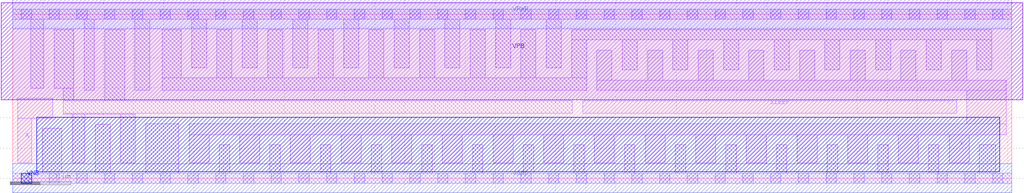
<source format=lef>
VERSION 5.7 ;
  NOWIREEXTENSIONATPIN ON ;
  DIVIDERCHAR "/" ;
  BUSBITCHARS "[]" ;
MACRO sky130_ef_sc_hd__decap_12
  CLASS BLOCK ;
  FOREIGN sky130_ef_sc_hd__decap_12 ;
  ORIGIN 0.000 0.000 ;
  SIZE 5.520 BY 2.720 ;
  PIN VGND
    DIRECTION INPUT ;
    USE GROUND ;
    PORT
      LAYER met1 ;
        RECT 0.000 -0.240 5.520 0.240 ;
    END
  END VGND
  PIN VPWR
    DIRECTION INPUT ;
    USE POWER ;
    PORT
      LAYER met1 ;
        RECT 0.000 2.480 5.520 2.960 ;
    END
  END VPWR
  PIN VPB
    DIRECTION INPUT ;
    USE POWER ;
    PORT
      LAYER nwell ;
        RECT -0.190 1.305 5.710 2.910 ;
    END
  END VPB
  PIN VNB
    DIRECTION INPUT ;
    USE GROUND ;
    PORT
      LAYER pwell ;
        RECT 0.005 0.105 5.515 0.915 ;
        RECT 0.145 -0.085 0.315 0.105 ;
    END
  END VNB
  OBS
      LAYER li1 ;
        RECT 0.000 2.635 5.520 2.805 ;
        RECT 0.085 2.200 5.430 2.635 ;
        RECT 1.670 0.630 2.010 1.460 ;
        RECT 3.490 0.950 3.840 2.200 ;
        RECT 0.085 0.085 5.430 0.630 ;
        RECT 0.000 -0.085 5.520 0.085 ;
      LAYER mcon ;
        RECT 0.145 2.635 0.315 2.805 ;
        RECT 0.605 2.635 0.775 2.805 ;
        RECT 1.065 2.635 1.235 2.805 ;
        RECT 1.525 2.635 1.695 2.805 ;
        RECT 1.985 2.635 2.155 2.805 ;
        RECT 2.445 2.635 2.615 2.805 ;
        RECT 2.905 2.635 3.075 2.805 ;
        RECT 3.365 2.635 3.535 2.805 ;
        RECT 3.825 2.635 3.995 2.805 ;
        RECT 4.285 2.635 4.455 2.805 ;
        RECT 4.745 2.635 4.915 2.805 ;
        RECT 5.205 2.635 5.375 2.805 ;
        RECT 0.145 -0.085 0.315 0.085 ;
        RECT 0.605 -0.085 0.775 0.085 ;
        RECT 1.065 -0.085 1.235 0.085 ;
        RECT 1.525 -0.085 1.695 0.085 ;
        RECT 1.985 -0.085 2.155 0.085 ;
        RECT 2.445 -0.085 2.615 0.085 ;
        RECT 2.905 -0.085 3.075 0.085 ;
        RECT 3.365 -0.085 3.535 0.085 ;
        RECT 3.825 -0.085 3.995 0.085 ;
        RECT 4.285 -0.085 4.455 0.085 ;
        RECT 4.745 -0.085 4.915 0.085 ;
        RECT 5.205 -0.085 5.375 0.085 ;
  END
END sky130_ef_sc_hd__decap_12

#--------EOF---------

MACRO sky130_ef_sc_hd__fakediode_2
  CLASS CORE SPACER ;
  FOREIGN sky130_ef_sc_hd__fakediode_2 ;
  ORIGIN 0.000 0.000 ;
  SIZE 0.920 BY 2.720 ;
  SYMMETRY X Y R90 ;
  SITE unithd ;
  PIN DIODE
    DIRECTION INPUT ;
    USE SIGNAL ;
    PORT
      LAYER li1 ;
        RECT 0.085 0.255 0.835 2.465 ;
    END
  END DIODE
  PIN VGND
    DIRECTION INOUT ;
    USE GROUND ;
    SHAPE ABUTMENT ;
    PORT
      LAYER met1 ;
        RECT 0.000 -0.240 0.920 0.240 ;
    END
  END VGND
  PIN VPWR
    DIRECTION INOUT ;
    USE POWER ;
    SHAPE ABUTMENT ;
    PORT
      LAYER met1 ;
        RECT 0.000 2.480 0.920 2.960 ;
    END
  END VPWR
  PIN VPB
    DIRECTION INOUT ;
    USE POWER ;
    PORT
      LAYER nwell ;
        RECT -0.190 1.305 1.110 2.910 ;
    END
  END VPB
  PIN VNB
    DIRECTION INOUT ;
    USE GROUND ;
    PORT
      LAYER pwell ;
        RECT 0.025 0.065 0.915 1.015 ;
        RECT 0.145 -0.085 0.315 0.065 ;
    END
  END VNB
  OBS
      LAYER li1 ;
        RECT 0.000 2.635 0.920 2.805 ;
        RECT 0.000 -0.085 0.920 0.085 ;
      LAYER mcon ;
        RECT 0.145 2.635 0.315 2.805 ;
        RECT 0.605 2.635 0.775 2.805 ;
        RECT 0.145 -0.085 0.315 0.085 ;
        RECT 0.605 -0.085 0.775 0.085 ;
  END
END sky130_ef_sc_hd__fakediode_2

#--------EOF---------

MACRO sky130_ef_sc_hd__fill_8
  CLASS CORE SPACER ;
  FOREIGN sky130_ef_sc_hd__fill_8 ;
  ORIGIN 0.000 0.000 ;
  SIZE 3.680 BY 2.720 ;
  SYMMETRY X Y R90 ;
  SITE unithd ;
  PIN VGND
    DIRECTION INOUT ;
    USE GROUND ;
    SHAPE ABUTMENT ;
    PORT
      LAYER met1 ;
        RECT 0.000 -0.240 3.680 0.240 ;
    END
  END VGND
  PIN VPWR
    DIRECTION INOUT ;
    USE POWER ;
    SHAPE ABUTMENT ;
    PORT
      LAYER met1 ;
        RECT 0.000 2.480 3.680 2.960 ;
    END
  END VPWR
  PIN VPB
    PORT
      LAYER nwell ;
        RECT -0.190 1.305 3.870 2.910 ;
    END
  END VPB
  PIN VNB
    PORT
      LAYER pwell ;
        RECT 0.025 0.065 3.655 1.015 ;
        RECT 0.130 -0.120 0.350 0.065 ;
    END
  END VNB
  OBS
      LAYER li1 ;
        RECT 0.000 2.635 3.680 2.805 ;
        RECT 0.000 -0.085 3.680 0.085 ;
      LAYER mcon ;
        RECT 0.145 2.635 0.315 2.805 ;
        RECT 0.605 2.635 0.775 2.805 ;
        RECT 1.065 2.635 1.235 2.805 ;
        RECT 1.525 2.635 1.695 2.805 ;
        RECT 1.985 2.635 2.155 2.805 ;
        RECT 2.445 2.635 2.615 2.805 ;
        RECT 2.905 2.635 3.075 2.805 ;
        RECT 3.365 2.635 3.535 2.805 ;
        RECT 0.145 -0.085 0.315 0.085 ;
        RECT 0.605 -0.085 0.775 0.085 ;
        RECT 1.065 -0.085 1.235 0.085 ;
        RECT 1.525 -0.085 1.695 0.085 ;
        RECT 1.985 -0.085 2.155 0.085 ;
        RECT 2.445 -0.085 2.615 0.085 ;
        RECT 2.905 -0.085 3.075 0.085 ;
        RECT 3.365 -0.085 3.535 0.085 ;
  END
END sky130_ef_sc_hd__fill_8

#--------EOF---------

MACRO sky130_ef_sc_hd__fill_12
  CLASS CORE ;
  FOREIGN sky130_ef_sc_hd__fill_12 ;
  ORIGIN 0.000 0.000 ;
  SIZE 5.520 BY 2.720 ;
  SYMMETRY X Y R90 ;
  SITE unithd ;
  PIN VPWR
    USE POWER ;
    PORT
      LAYER met1 ;
        RECT 0.000 2.480 5.520 2.960 ;
    END
  END VPWR
  PIN VGND
    USE GROUND ;
    PORT
      LAYER met1 ;
        RECT 0.000 -0.240 5.520 0.240 ;
    END
  END VGND
  PIN VPB
    PORT
      LAYER nwell ;
        RECT -0.190 1.305 2.950 2.910 ;
    END
  END VPB
  PIN VNB
    PORT
      LAYER pwell ;
        RECT 0.005 0.105 2.755 0.915 ;
        RECT 0.145 -0.085 0.315 0.105 ;
    END
  END VNB
  OBS
      LAYER li1 ;
        RECT 0.000 2.635 5.520 2.805 ;
        RECT 0.085 1.545 2.675 2.635 ;
        RECT 0.085 0.855 1.295 1.375 ;
        RECT 1.465 1.025 2.675 1.545 ;
        RECT 0.085 0.085 2.675 0.855 ;
        RECT 0.000 -0.085 5.520 0.085 ;
      LAYER mcon ;
        RECT 0.145 2.635 0.315 2.805 ;
        RECT 0.605 2.635 0.775 2.805 ;
        RECT 1.065 2.635 1.235 2.805 ;
        RECT 1.525 2.635 1.695 2.805 ;
        RECT 1.985 2.635 2.155 2.805 ;
        RECT 2.445 2.635 2.615 2.805 ;
        RECT 2.905 2.635 3.075 2.805 ;
        RECT 3.365 2.635 3.535 2.805 ;
        RECT 3.825 2.635 3.995 2.805 ;
        RECT 4.285 2.635 4.455 2.805 ;
        RECT 4.745 2.635 4.915 2.805 ;
        RECT 5.205 2.635 5.375 2.805 ;
        RECT 0.145 -0.085 0.315 0.085 ;
        RECT 0.605 -0.085 0.775 0.085 ;
        RECT 1.065 -0.085 1.235 0.085 ;
        RECT 1.525 -0.085 1.695 0.085 ;
        RECT 1.985 -0.085 2.155 0.085 ;
        RECT 2.445 -0.085 2.615 0.085 ;
        RECT 2.905 -0.085 3.075 0.085 ;
        RECT 3.365 -0.085 3.535 0.085 ;
        RECT 3.825 -0.085 3.995 0.085 ;
        RECT 4.285 -0.085 4.455 0.085 ;
        RECT 4.745 -0.085 4.915 0.085 ;
        RECT 5.205 -0.085 5.375 0.085 ;
  END
END sky130_ef_sc_hd__fill_12

#--------EOF---------

MACRO sky130_fd_sc_hd__a2bb2o_1
  CLASS CORE ;
  FOREIGN sky130_fd_sc_hd__a2bb2o_1 ;
  ORIGIN 0.000 0.000 ;
  SIZE 3.680 BY 2.720 ;
  SYMMETRY X Y R90 ;
  SITE unithd ;
  PIN A1_N
    DIRECTION INPUT ;
    USE SIGNAL ;
    ANTENNAGATEAREA 0.126000 ;
    PORT
      LAYER li1 ;
        RECT 0.910 0.995 1.240 1.615 ;
    END
  END A1_N
  PIN A2_N
    DIRECTION INPUT ;
    USE SIGNAL ;
    ANTENNAGATEAREA 0.126000 ;
    PORT
      LAYER li1 ;
        RECT 1.410 0.995 1.700 1.375 ;
    END
  END A2_N
  PIN B1
    DIRECTION INPUT ;
    USE SIGNAL ;
    ANTENNAGATEAREA 0.126000 ;
    PORT
      LAYER li1 ;
        RECT 3.280 0.765 3.540 1.655 ;
    END
  END B1
  PIN B2
    DIRECTION INPUT ;
    USE SIGNAL ;
    ANTENNAGATEAREA 0.126000 ;
    PORT
      LAYER li1 ;
        RECT 2.600 1.355 3.080 1.655 ;
        RECT 2.820 0.765 3.080 1.355 ;
    END
  END B2
  PIN VGND
    DIRECTION INOUT ;
    USE GROUND ;
    SHAPE ABUTMENT ;
    PORT
      LAYER met1 ;
        RECT 0.000 -0.240 3.680 0.240 ;
    END
  END VGND
  PIN VNB
    DIRECTION INOUT ;
    USE GROUND ;
    PORT
      LAYER pwell ;
        RECT 0.005 0.785 0.925 1.015 ;
        RECT 0.005 0.105 3.590 0.785 ;
        RECT 0.150 -0.085 0.320 0.105 ;
    END
  END VNB
  PIN VPB
    DIRECTION INOUT ;
    USE POWER ;
    PORT
      LAYER nwell ;
        RECT -0.190 1.305 3.870 2.910 ;
    END
  END VPB
  PIN VPWR
    DIRECTION INOUT ;
    USE POWER ;
    SHAPE ABUTMENT ;
    PORT
      LAYER met1 ;
        RECT 0.000 2.480 3.680 2.960 ;
    END
  END VPWR
  PIN X
    DIRECTION OUTPUT ;
    USE SIGNAL ;
    ANTENNADIFFAREA 0.429000 ;
    PORT
      LAYER li1 ;
        RECT 0.085 1.525 0.345 2.465 ;
        RECT 0.085 0.810 0.260 1.525 ;
        RECT 0.085 0.255 0.345 0.810 ;
    END
  END X
  OBS
      LAYER li1 ;
        RECT 0.000 2.635 3.680 2.805 ;
        RECT 0.515 2.235 0.845 2.635 ;
        RECT 1.990 2.370 2.245 2.465 ;
        RECT 1.105 2.200 2.245 2.370 ;
        RECT 2.415 2.255 2.745 2.425 ;
        RECT 1.105 1.975 1.275 2.200 ;
        RECT 0.515 1.805 1.275 1.975 ;
        RECT 1.990 2.065 2.245 2.200 ;
        RECT 0.515 1.325 0.685 1.805 ;
        RECT 1.540 1.715 1.710 1.905 ;
        RECT 1.990 1.895 2.400 2.065 ;
        RECT 1.540 1.545 2.060 1.715 ;
        RECT 0.430 0.995 0.685 1.325 ;
        RECT 1.890 0.825 2.060 1.545 ;
        RECT 1.180 0.655 2.060 0.825 ;
        RECT 2.230 0.870 2.400 1.895 ;
        RECT 2.575 2.005 2.745 2.255 ;
        RECT 2.915 2.175 3.165 2.635 ;
        RECT 3.335 2.005 3.515 2.465 ;
        RECT 2.575 1.835 3.515 2.005 ;
        RECT 2.230 0.700 2.580 0.870 ;
        RECT 0.515 0.085 0.945 0.530 ;
        RECT 1.180 0.255 1.350 0.655 ;
        RECT 1.520 0.085 2.240 0.485 ;
        RECT 2.410 0.255 2.580 0.700 ;
        RECT 3.155 0.085 3.555 0.595 ;
        RECT 0.000 -0.085 3.680 0.085 ;
      LAYER mcon ;
        RECT 0.145 2.635 0.315 2.805 ;
        RECT 0.605 2.635 0.775 2.805 ;
        RECT 1.065 2.635 1.235 2.805 ;
        RECT 1.525 2.635 1.695 2.805 ;
        RECT 1.985 2.635 2.155 2.805 ;
        RECT 2.445 2.635 2.615 2.805 ;
        RECT 2.905 2.635 3.075 2.805 ;
        RECT 3.365 2.635 3.535 2.805 ;
        RECT 0.145 -0.085 0.315 0.085 ;
        RECT 0.605 -0.085 0.775 0.085 ;
        RECT 1.065 -0.085 1.235 0.085 ;
        RECT 1.525 -0.085 1.695 0.085 ;
        RECT 1.985 -0.085 2.155 0.085 ;
        RECT 2.445 -0.085 2.615 0.085 ;
        RECT 2.905 -0.085 3.075 0.085 ;
        RECT 3.365 -0.085 3.535 0.085 ;
  END
END sky130_fd_sc_hd__a2bb2o_1

#--------EOF---------

MACRO sky130_fd_sc_hd__a2bb2o_2
  CLASS CORE ;
  FOREIGN sky130_fd_sc_hd__a2bb2o_2 ;
  ORIGIN 0.000 0.000 ;
  SIZE 4.140 BY 2.720 ;
  SYMMETRY X Y R90 ;
  SITE unithd ;
  PIN A1_N
    DIRECTION INPUT ;
    USE SIGNAL ;
    ANTENNAGATEAREA 0.159000 ;
    PORT
      LAYER li1 ;
        RECT 1.345 0.995 1.675 1.615 ;
    END
  END A1_N
  PIN A2_N
    DIRECTION INPUT ;
    USE SIGNAL ;
    ANTENNAGATEAREA 0.159000 ;
    PORT
      LAYER li1 ;
        RECT 1.845 0.995 2.135 1.375 ;
    END
  END A2_N
  PIN B1
    DIRECTION INPUT ;
    USE SIGNAL ;
    ANTENNAGATEAREA 0.159000 ;
    PORT
      LAYER li1 ;
        RECT 3.730 0.765 3.990 1.655 ;
    END
  END B1
  PIN B2
    DIRECTION INPUT ;
    USE SIGNAL ;
    ANTENNAGATEAREA 0.159000 ;
    PORT
      LAYER li1 ;
        RECT 3.050 1.355 3.530 1.655 ;
        RECT 3.270 0.765 3.530 1.355 ;
    END
  END B2
  PIN VGND
    DIRECTION INOUT ;
    USE GROUND ;
    SHAPE ABUTMENT ;
    PORT
      LAYER met1 ;
        RECT 0.000 -0.240 4.140 0.240 ;
    END
  END VGND
  PIN VNB
    DIRECTION INOUT ;
    USE GROUND ;
    PORT
      LAYER pwell ;
        RECT 0.015 0.785 1.360 1.015 ;
        RECT 0.015 0.105 4.040 0.785 ;
        RECT 0.125 -0.085 0.295 0.105 ;
    END
  END VNB
  PIN VPB
    DIRECTION INOUT ;
    USE POWER ;
    PORT
      LAYER nwell ;
        RECT -0.190 1.305 4.330 2.910 ;
    END
  END VPB
  PIN VPWR
    DIRECTION INOUT ;
    USE POWER ;
    SHAPE ABUTMENT ;
    PORT
      LAYER met1 ;
        RECT 0.000 2.480 4.140 2.960 ;
    END
  END VPWR
  PIN X
    DIRECTION OUTPUT ;
    USE SIGNAL ;
    ANTENNADIFFAREA 0.445500 ;
    PORT
      LAYER li1 ;
        RECT 0.525 1.525 0.780 2.465 ;
        RECT 0.525 0.810 0.695 1.525 ;
        RECT 0.525 0.255 0.780 0.810 ;
    END
  END X
  OBS
      LAYER li1 ;
        RECT 0.000 2.635 4.140 2.805 ;
        RECT 0.185 1.445 0.355 2.635 ;
        RECT 0.950 2.235 1.280 2.635 ;
        RECT 2.500 2.370 2.670 2.465 ;
        RECT 1.540 2.200 2.670 2.370 ;
        RECT 2.875 2.255 3.205 2.425 ;
        RECT 1.540 1.975 1.710 2.200 ;
        RECT 0.950 1.805 1.710 1.975 ;
        RECT 2.440 2.065 2.670 2.200 ;
        RECT 0.950 1.325 1.120 1.805 ;
        RECT 1.975 1.715 2.145 1.905 ;
        RECT 2.440 1.895 2.850 2.065 ;
        RECT 1.975 1.545 2.510 1.715 ;
        RECT 0.865 0.995 1.120 1.325 ;
        RECT 0.185 0.085 0.355 0.930 ;
        RECT 2.340 0.825 2.510 1.545 ;
        RECT 1.615 0.655 2.510 0.825 ;
        RECT 2.680 0.870 2.850 1.895 ;
        RECT 3.035 2.005 3.205 2.255 ;
        RECT 3.375 2.175 3.625 2.635 ;
        RECT 3.795 2.005 3.965 2.465 ;
        RECT 3.035 1.835 3.965 2.005 ;
        RECT 2.680 0.700 3.030 0.870 ;
        RECT 0.950 0.085 1.380 0.530 ;
        RECT 1.615 0.255 1.785 0.655 ;
        RECT 1.955 0.085 2.690 0.485 ;
        RECT 2.860 0.255 3.030 0.700 ;
        RECT 3.605 0.085 4.005 0.595 ;
        RECT 0.000 -0.085 4.140 0.085 ;
      LAYER mcon ;
        RECT 0.145 2.635 0.315 2.805 ;
        RECT 0.605 2.635 0.775 2.805 ;
        RECT 1.065 2.635 1.235 2.805 ;
        RECT 1.525 2.635 1.695 2.805 ;
        RECT 1.985 2.635 2.155 2.805 ;
        RECT 2.445 2.635 2.615 2.805 ;
        RECT 2.905 2.635 3.075 2.805 ;
        RECT 3.365 2.635 3.535 2.805 ;
        RECT 3.825 2.635 3.995 2.805 ;
        RECT 0.145 -0.085 0.315 0.085 ;
        RECT 0.605 -0.085 0.775 0.085 ;
        RECT 1.065 -0.085 1.235 0.085 ;
        RECT 1.525 -0.085 1.695 0.085 ;
        RECT 1.985 -0.085 2.155 0.085 ;
        RECT 2.445 -0.085 2.615 0.085 ;
        RECT 2.905 -0.085 3.075 0.085 ;
        RECT 3.365 -0.085 3.535 0.085 ;
        RECT 3.825 -0.085 3.995 0.085 ;
  END
END sky130_fd_sc_hd__a2bb2o_2

#--------EOF---------

MACRO sky130_fd_sc_hd__a2bb2o_4
  CLASS CORE ;
  FOREIGN sky130_fd_sc_hd__a2bb2o_4 ;
  ORIGIN 0.000 0.000 ;
  SIZE 7.360 BY 2.720 ;
  SYMMETRY X Y R90 ;
  SITE unithd ;
  PIN A1_N
    DIRECTION INPUT ;
    USE SIGNAL ;
    ANTENNAGATEAREA 0.495000 ;
    PORT
      LAYER li1 ;
        RECT 3.475 1.445 4.965 1.615 ;
        RECT 3.475 1.325 3.645 1.445 ;
        RECT 3.315 1.075 3.645 1.325 ;
        RECT 4.605 1.075 4.965 1.445 ;
    END
  END A1_N
  PIN A2_N
    DIRECTION INPUT ;
    USE SIGNAL ;
    ANTENNAGATEAREA 0.495000 ;
    PORT
      LAYER li1 ;
        RECT 3.815 1.075 4.435 1.275 ;
    END
  END A2_N
  PIN B1
    DIRECTION INPUT ;
    USE SIGNAL ;
    ANTENNAGATEAREA 0.495000 ;
    PORT
      LAYER li1 ;
        RECT 0.085 1.445 1.685 1.615 ;
        RECT 0.085 1.075 0.575 1.445 ;
        RECT 1.515 1.245 1.685 1.445 ;
        RECT 1.515 1.075 1.895 1.245 ;
    END
  END B1
  PIN B2
    DIRECTION INPUT ;
    USE SIGNAL ;
    ANTENNAGATEAREA 0.495000 ;
    PORT
      LAYER li1 ;
        RECT 0.805 1.075 1.345 1.275 ;
    END
  END B2
  PIN VGND
    DIRECTION INOUT ;
    USE GROUND ;
    SHAPE ABUTMENT ;
    PORT
      LAYER met1 ;
        RECT 0.000 -0.240 7.360 0.240 ;
    END
  END VGND
  PIN VNB
    DIRECTION INOUT ;
    USE GROUND ;
    PORT
      LAYER pwell ;
        RECT 0.005 0.105 6.915 1.015 ;
        RECT 0.150 -0.085 0.320 0.105 ;
    END
  END VNB
  PIN VPB
    DIRECTION INOUT ;
    USE POWER ;
    PORT
      LAYER nwell ;
        RECT -0.190 1.305 7.550 2.910 ;
    END
  END VPB
  PIN VPWR
    DIRECTION INOUT ;
    USE POWER ;
    SHAPE ABUTMENT ;
    PORT
      LAYER met1 ;
        RECT 0.000 2.480 7.360 2.960 ;
    END
  END VPWR
  PIN X
    DIRECTION OUTPUT ;
    USE SIGNAL ;
    ANTENNADIFFAREA 0.891000 ;
    PORT
      LAYER li1 ;
        RECT 5.275 1.955 5.525 2.465 ;
        RECT 6.115 1.955 6.365 2.465 ;
        RECT 5.275 1.785 6.365 1.955 ;
        RECT 6.115 1.655 6.365 1.785 ;
        RECT 6.115 1.415 6.920 1.655 ;
        RECT 6.610 0.905 6.920 1.415 ;
        RECT 5.235 0.725 6.920 0.905 ;
        RECT 5.235 0.275 5.565 0.725 ;
        RECT 6.075 0.275 6.405 0.725 ;
    END
  END X
  OBS
      LAYER li1 ;
        RECT 0.000 2.635 7.360 2.805 ;
        RECT 0.135 1.955 0.385 2.465 ;
        RECT 0.555 2.125 0.805 2.635 ;
        RECT 0.975 1.955 1.225 2.465 ;
        RECT 1.395 2.125 1.645 2.635 ;
        RECT 1.815 2.295 2.905 2.465 ;
        RECT 1.815 1.955 2.065 2.295 ;
        RECT 2.655 2.135 2.905 2.295 ;
        RECT 3.175 2.135 3.425 2.635 ;
        RECT 3.595 2.295 4.685 2.465 ;
        RECT 3.595 2.135 3.845 2.295 ;
        RECT 0.135 1.785 2.065 1.955 ;
        RECT 1.855 1.455 2.065 1.785 ;
        RECT 2.235 1.965 2.485 2.125 ;
        RECT 4.015 1.965 4.265 2.125 ;
        RECT 2.235 1.415 2.620 1.965 ;
        RECT 3.135 1.785 4.265 1.965 ;
        RECT 4.435 1.785 4.685 2.295 ;
        RECT 4.855 1.795 5.105 2.635 ;
        RECT 5.695 2.165 5.945 2.635 ;
        RECT 6.535 1.825 6.785 2.635 ;
        RECT 3.135 1.665 3.305 1.785 ;
        RECT 2.955 1.495 3.305 1.665 ;
        RECT 2.235 0.905 2.445 1.415 ;
        RECT 2.955 1.245 3.145 1.495 ;
        RECT 2.615 1.075 3.145 1.245 ;
        RECT 5.135 1.245 5.460 1.615 ;
        RECT 5.135 1.075 6.440 1.245 ;
        RECT 2.955 0.905 3.145 1.075 ;
        RECT 0.175 0.085 0.345 0.895 ;
        RECT 0.515 0.475 0.765 0.905 ;
        RECT 0.935 0.735 2.525 0.905 ;
        RECT 0.935 0.645 1.270 0.735 ;
        RECT 0.515 0.255 1.685 0.475 ;
        RECT 1.855 0.085 2.025 0.555 ;
        RECT 2.195 0.255 2.525 0.735 ;
        RECT 2.955 0.725 4.725 0.905 ;
        RECT 2.695 0.085 3.385 0.555 ;
        RECT 3.555 0.255 3.885 0.725 ;
        RECT 4.055 0.085 4.225 0.555 ;
        RECT 4.395 0.255 4.725 0.725 ;
        RECT 4.895 0.085 5.065 0.895 ;
        RECT 5.735 0.085 5.905 0.555 ;
        RECT 6.575 0.085 6.745 0.555 ;
        RECT 0.000 -0.085 7.360 0.085 ;
      LAYER mcon ;
        RECT 0.145 2.635 0.315 2.805 ;
        RECT 0.605 2.635 0.775 2.805 ;
        RECT 1.065 2.635 1.235 2.805 ;
        RECT 1.525 2.635 1.695 2.805 ;
        RECT 1.985 2.635 2.155 2.805 ;
        RECT 2.445 2.635 2.615 2.805 ;
        RECT 2.905 2.635 3.075 2.805 ;
        RECT 3.365 2.635 3.535 2.805 ;
        RECT 3.825 2.635 3.995 2.805 ;
        RECT 4.285 2.635 4.455 2.805 ;
        RECT 4.745 2.635 4.915 2.805 ;
        RECT 5.205 2.635 5.375 2.805 ;
        RECT 5.665 2.635 5.835 2.805 ;
        RECT 6.125 2.635 6.295 2.805 ;
        RECT 6.585 2.635 6.755 2.805 ;
        RECT 7.045 2.635 7.215 2.805 ;
        RECT 2.450 1.445 2.620 1.615 ;
        RECT 5.230 1.445 5.400 1.615 ;
        RECT 0.145 -0.085 0.315 0.085 ;
        RECT 0.605 -0.085 0.775 0.085 ;
        RECT 1.065 -0.085 1.235 0.085 ;
        RECT 1.525 -0.085 1.695 0.085 ;
        RECT 1.985 -0.085 2.155 0.085 ;
        RECT 2.445 -0.085 2.615 0.085 ;
        RECT 2.905 -0.085 3.075 0.085 ;
        RECT 3.365 -0.085 3.535 0.085 ;
        RECT 3.825 -0.085 3.995 0.085 ;
        RECT 4.285 -0.085 4.455 0.085 ;
        RECT 4.745 -0.085 4.915 0.085 ;
        RECT 5.205 -0.085 5.375 0.085 ;
        RECT 5.665 -0.085 5.835 0.085 ;
        RECT 6.125 -0.085 6.295 0.085 ;
        RECT 6.585 -0.085 6.755 0.085 ;
        RECT 7.045 -0.085 7.215 0.085 ;
      LAYER met1 ;
        RECT 2.390 1.600 2.680 1.645 ;
        RECT 5.170 1.600 5.460 1.645 ;
        RECT 2.390 1.460 5.460 1.600 ;
        RECT 2.390 1.415 2.680 1.460 ;
        RECT 5.170 1.415 5.460 1.460 ;
  END
END sky130_fd_sc_hd__a2bb2o_4

#--------EOF---------

MACRO sky130_fd_sc_hd__a2bb2oi_1
  CLASS CORE ;
  FOREIGN sky130_fd_sc_hd__a2bb2oi_1 ;
  ORIGIN 0.000 0.000 ;
  SIZE 3.220 BY 2.720 ;
  SYMMETRY X Y R90 ;
  SITE unithd ;
  PIN A1_N
    DIRECTION INPUT ;
    USE SIGNAL ;
    ANTENNAGATEAREA 0.247500 ;
    PORT
      LAYER li1 ;
        RECT 0.150 0.995 0.520 1.615 ;
    END
  END A1_N
  PIN A2_N
    DIRECTION INPUT ;
    USE SIGNAL ;
    ANTENNAGATEAREA 0.247500 ;
    PORT
      LAYER li1 ;
        RECT 0.725 1.010 1.240 1.275 ;
    END
  END A2_N
  PIN B1
    DIRECTION INPUT ;
    USE SIGNAL ;
    ANTENNAGATEAREA 0.247500 ;
    PORT
      LAYER li1 ;
        RECT 2.780 0.995 3.070 1.615 ;
    END
  END B1
  PIN B2
    DIRECTION INPUT ;
    USE SIGNAL ;
    ANTENNAGATEAREA 0.247500 ;
    PORT
      LAYER li1 ;
        RECT 2.245 0.995 2.610 1.615 ;
        RECT 2.440 0.425 2.610 0.995 ;
    END
  END B2
  PIN VGND
    DIRECTION INOUT ;
    USE GROUND ;
    SHAPE ABUTMENT ;
    PORT
      LAYER met1 ;
        RECT 0.000 -0.240 3.220 0.240 ;
    END
  END VGND
  PIN VNB
    DIRECTION INOUT ;
    USE GROUND ;
    PORT
      LAYER pwell ;
        RECT 0.005 0.105 3.215 1.015 ;
        RECT 0.145 -0.085 0.315 0.105 ;
    END
  END VNB
  PIN VPB
    DIRECTION INOUT ;
    USE POWER ;
    PORT
      LAYER nwell ;
        RECT -0.190 1.305 3.410 2.910 ;
    END
  END VPB
  PIN VPWR
    DIRECTION INOUT ;
    USE POWER ;
    SHAPE ABUTMENT ;
    PORT
      LAYER met1 ;
        RECT 0.000 2.480 3.220 2.960 ;
    END
  END VPWR
  PIN Y
    DIRECTION OUTPUT ;
    USE SIGNAL ;
    ANTENNADIFFAREA 0.515500 ;
    PORT
      LAYER li1 ;
        RECT 1.420 1.955 1.785 2.465 ;
        RECT 1.420 1.785 1.945 1.955 ;
        RECT 1.775 0.825 1.945 1.785 ;
        RECT 1.775 0.255 2.205 0.825 ;
    END
  END Y
  OBS
      LAYER li1 ;
        RECT 0.000 2.635 3.220 2.805 ;
        RECT 0.095 1.805 0.425 2.635 ;
        RECT 0.875 1.615 1.205 2.465 ;
        RECT 1.955 2.235 2.285 2.465 ;
        RECT 2.115 1.955 2.285 2.235 ;
        RECT 2.455 2.135 2.705 2.635 ;
        RECT 2.875 1.955 3.130 2.465 ;
        RECT 2.115 1.785 3.130 1.955 ;
        RECT 0.875 1.445 1.580 1.615 ;
        RECT 1.410 0.830 1.580 1.445 ;
        RECT 0.095 0.085 0.425 0.825 ;
        RECT 0.595 0.660 1.580 0.830 ;
        RECT 0.595 0.255 0.765 0.660 ;
        RECT 0.935 0.085 1.605 0.490 ;
        RECT 2.795 0.085 3.125 0.825 ;
        RECT 0.000 -0.085 3.220 0.085 ;
      LAYER mcon ;
        RECT 0.145 2.635 0.315 2.805 ;
        RECT 0.605 2.635 0.775 2.805 ;
        RECT 1.065 2.635 1.235 2.805 ;
        RECT 1.525 2.635 1.695 2.805 ;
        RECT 1.985 2.635 2.155 2.805 ;
        RECT 2.445 2.635 2.615 2.805 ;
        RECT 2.905 2.635 3.075 2.805 ;
        RECT 0.145 -0.085 0.315 0.085 ;
        RECT 0.605 -0.085 0.775 0.085 ;
        RECT 1.065 -0.085 1.235 0.085 ;
        RECT 1.525 -0.085 1.695 0.085 ;
        RECT 1.985 -0.085 2.155 0.085 ;
        RECT 2.445 -0.085 2.615 0.085 ;
        RECT 2.905 -0.085 3.075 0.085 ;
  END
END sky130_fd_sc_hd__a2bb2oi_1

#--------EOF---------

MACRO sky130_fd_sc_hd__a2bb2oi_2
  CLASS CORE ;
  FOREIGN sky130_fd_sc_hd__a2bb2oi_2 ;
  ORIGIN 0.000 0.000 ;
  SIZE 5.520 BY 2.720 ;
  SYMMETRY X Y R90 ;
  SITE unithd ;
  PIN A1_N
    DIRECTION INPUT ;
    USE SIGNAL ;
    ANTENNAGATEAREA 0.495000 ;
    PORT
      LAYER li1 ;
        RECT 3.310 1.075 4.205 1.275 ;
    END
  END A1_N
  PIN A2_N
    DIRECTION INPUT ;
    USE SIGNAL ;
    ANTENNAGATEAREA 0.495000 ;
    PORT
      LAYER li1 ;
        RECT 4.455 1.075 5.435 1.275 ;
    END
  END A2_N
  PIN B1
    DIRECTION INPUT ;
    USE SIGNAL ;
    ANTENNAGATEAREA 0.495000 ;
    PORT
      LAYER li1 ;
        RECT 0.085 1.445 2.030 1.615 ;
        RECT 0.085 1.075 0.710 1.445 ;
        RECT 1.700 1.075 2.030 1.445 ;
    END
  END B1
  PIN B2
    DIRECTION INPUT ;
    USE SIGNAL ;
    ANTENNAGATEAREA 0.495000 ;
    PORT
      LAYER li1 ;
        RECT 0.940 1.075 1.480 1.275 ;
    END
  END B2
  PIN VGND
    DIRECTION INOUT ;
    USE GROUND ;
    SHAPE ABUTMENT ;
    PORT
      LAYER met1 ;
        RECT 0.000 -0.240 5.520 0.240 ;
    END
  END VGND
  PIN VNB
    DIRECTION INOUT ;
    USE GROUND ;
    PORT
      LAYER pwell ;
        RECT 0.140 0.105 5.390 1.015 ;
        RECT 0.145 -0.085 0.315 0.105 ;
    END
  END VNB
  PIN VPB
    DIRECTION INOUT ;
    USE POWER ;
    PORT
      LAYER nwell ;
        RECT -0.190 1.305 5.710 2.910 ;
    END
  END VPB
  PIN VPWR
    DIRECTION INOUT ;
    USE POWER ;
    SHAPE ABUTMENT ;
    PORT
      LAYER met1 ;
        RECT 0.000 2.480 5.520 2.960 ;
    END
  END VPWR
  PIN Y
    DIRECTION OUTPUT ;
    USE SIGNAL ;
    ANTENNADIFFAREA 0.621000 ;
    PORT
      LAYER li1 ;
        RECT 2.370 1.660 2.620 2.125 ;
        RECT 2.370 0.905 2.660 1.660 ;
        RECT 1.070 0.725 2.660 0.905 ;
        RECT 1.070 0.645 1.400 0.725 ;
        RECT 2.330 0.255 2.660 0.725 ;
    END
  END Y
  OBS
      LAYER li1 ;
        RECT 0.000 2.635 5.520 2.805 ;
        RECT 0.270 1.955 0.520 2.465 ;
        RECT 0.690 2.135 0.940 2.635 ;
        RECT 1.110 1.955 1.360 2.465 ;
        RECT 1.530 2.135 1.780 2.635 ;
        RECT 1.950 2.295 3.040 2.465 ;
        RECT 1.950 1.955 2.200 2.295 ;
        RECT 0.270 1.785 2.200 1.955 ;
        RECT 2.790 1.795 3.040 2.295 ;
        RECT 3.310 1.965 3.560 2.465 ;
        RECT 3.730 2.135 3.980 2.635 ;
        RECT 4.150 2.295 5.240 2.465 ;
        RECT 4.150 1.965 4.400 2.295 ;
        RECT 3.310 1.785 4.400 1.965 ;
        RECT 4.570 1.615 4.820 2.125 ;
        RECT 2.950 1.445 4.820 1.615 ;
        RECT 4.990 1.455 5.240 2.295 ;
        RECT 2.950 1.325 3.120 1.445 ;
        RECT 2.830 0.995 3.120 1.325 ;
        RECT 2.950 0.905 3.120 0.995 ;
        RECT 0.310 0.085 0.480 0.895 ;
        RECT 0.650 0.475 0.900 0.895 ;
        RECT 2.950 0.725 4.860 0.905 ;
        RECT 0.650 0.255 1.820 0.475 ;
        RECT 1.990 0.085 2.160 0.555 ;
        RECT 2.830 0.085 3.520 0.555 ;
        RECT 3.690 0.255 4.020 0.725 ;
        RECT 4.190 0.085 4.360 0.555 ;
        RECT 4.530 0.255 4.860 0.725 ;
        RECT 5.030 0.085 5.200 0.905 ;
        RECT 0.000 -0.085 5.520 0.085 ;
      LAYER mcon ;
        RECT 0.145 2.635 0.315 2.805 ;
        RECT 0.605 2.635 0.775 2.805 ;
        RECT 1.065 2.635 1.235 2.805 ;
        RECT 1.525 2.635 1.695 2.805 ;
        RECT 1.985 2.635 2.155 2.805 ;
        RECT 2.445 2.635 2.615 2.805 ;
        RECT 2.905 2.635 3.075 2.805 ;
        RECT 3.365 2.635 3.535 2.805 ;
        RECT 3.825 2.635 3.995 2.805 ;
        RECT 4.285 2.635 4.455 2.805 ;
        RECT 4.745 2.635 4.915 2.805 ;
        RECT 5.205 2.635 5.375 2.805 ;
        RECT 0.145 -0.085 0.315 0.085 ;
        RECT 0.605 -0.085 0.775 0.085 ;
        RECT 1.065 -0.085 1.235 0.085 ;
        RECT 1.525 -0.085 1.695 0.085 ;
        RECT 1.985 -0.085 2.155 0.085 ;
        RECT 2.445 -0.085 2.615 0.085 ;
        RECT 2.905 -0.085 3.075 0.085 ;
        RECT 3.365 -0.085 3.535 0.085 ;
        RECT 3.825 -0.085 3.995 0.085 ;
        RECT 4.285 -0.085 4.455 0.085 ;
        RECT 4.745 -0.085 4.915 0.085 ;
        RECT 5.205 -0.085 5.375 0.085 ;
  END
END sky130_fd_sc_hd__a2bb2oi_2

#--------EOF---------

MACRO sky130_fd_sc_hd__a2bb2oi_4
  CLASS CORE ;
  FOREIGN sky130_fd_sc_hd__a2bb2oi_4 ;
  ORIGIN 0.000 0.000 ;
  SIZE 9.660 BY 2.720 ;
  SYMMETRY X Y R90 ;
  SITE unithd ;
  PIN A1_N
    DIRECTION INPUT ;
    USE SIGNAL ;
    ANTENNAGATEAREA 0.990000 ;
    PORT
      LAYER li1 ;
        RECT 5.945 1.075 7.320 1.275 ;
    END
  END A1_N
  PIN A2_N
    DIRECTION INPUT ;
    USE SIGNAL ;
    ANTENNAGATEAREA 0.990000 ;
    PORT
      LAYER li1 ;
        RECT 7.595 1.075 9.045 1.275 ;
    END
  END A2_N
  PIN B1
    DIRECTION INPUT ;
    USE SIGNAL ;
    ANTENNAGATEAREA 0.990000 ;
    PORT
      LAYER li1 ;
        RECT 1.385 1.445 3.575 1.615 ;
        RECT 1.385 1.285 1.555 1.445 ;
        RECT 0.100 1.075 1.555 1.285 ;
        RECT 3.245 1.075 3.575 1.445 ;
    END
  END B1
  PIN B2
    DIRECTION INPUT ;
    USE SIGNAL ;
    ANTENNAGATEAREA 0.990000 ;
    PORT
      LAYER li1 ;
        RECT 1.725 1.075 3.075 1.275 ;
    END
  END B2
  PIN VGND
    DIRECTION INOUT ;
    USE GROUND ;
    SHAPE ABUTMENT ;
    PORT
      LAYER met1 ;
        RECT 0.000 -0.240 9.660 0.240 ;
    END
  END VGND
  PIN VNB
    DIRECTION INOUT ;
    USE GROUND ;
    PORT
      LAYER pwell ;
        RECT 0.005 0.105 9.435 1.015 ;
        RECT 0.150 -0.085 0.320 0.105 ;
    END
  END VNB
  PIN VPB
    DIRECTION INOUT ;
    USE POWER ;
    PORT
      LAYER nwell ;
        RECT -0.190 1.305 9.850 2.910 ;
    END
  END VPB
  PIN VPWR
    DIRECTION INOUT ;
    USE POWER ;
    SHAPE ABUTMENT ;
    PORT
      LAYER met1 ;
        RECT 0.000 2.480 9.660 2.960 ;
    END
  END VPWR
  PIN Y
    DIRECTION OUTPUT ;
    USE SIGNAL ;
    ANTENNADIFFAREA 1.242000 ;
    PORT
      LAYER li1 ;
        RECT 3.915 1.615 4.165 2.125 ;
        RECT 4.745 1.615 4.965 2.125 ;
        RECT 3.745 1.415 4.965 1.615 ;
        RECT 3.745 0.905 3.915 1.415 ;
        RECT 1.775 0.725 5.045 0.905 ;
        RECT 1.775 0.645 2.995 0.725 ;
        RECT 3.875 0.275 4.205 0.725 ;
        RECT 4.715 0.275 5.045 0.725 ;
    END
  END Y
  OBS
      LAYER li1 ;
        RECT 0.000 2.635 9.660 2.805 ;
        RECT 0.085 1.625 0.425 2.465 ;
        RECT 0.595 1.795 0.805 2.635 ;
        RECT 0.975 1.965 1.215 2.465 ;
        RECT 1.395 2.135 1.645 2.635 ;
        RECT 1.815 1.965 2.065 2.465 ;
        RECT 2.235 2.135 2.485 2.635 ;
        RECT 2.655 1.965 2.905 2.465 ;
        RECT 3.075 2.135 3.325 2.635 ;
        RECT 3.495 2.295 5.465 2.465 ;
        RECT 3.495 1.965 3.745 2.295 ;
        RECT 0.975 1.795 3.745 1.965 ;
        RECT 4.335 1.795 4.575 2.295 ;
        RECT 0.975 1.625 1.215 1.795 ;
        RECT 0.085 1.455 1.215 1.625 ;
        RECT 5.135 1.455 5.465 2.295 ;
        RECT 5.655 1.625 5.985 2.465 ;
        RECT 6.155 1.795 6.365 2.635 ;
        RECT 6.540 1.625 6.780 2.465 ;
        RECT 6.955 1.795 7.205 2.635 ;
        RECT 7.375 2.295 9.310 2.465 ;
        RECT 7.375 1.625 7.625 2.295 ;
        RECT 5.655 1.455 7.625 1.625 ;
        RECT 7.795 1.625 8.045 2.125 ;
        RECT 8.215 1.795 8.465 2.295 ;
        RECT 8.635 1.625 8.885 2.125 ;
        RECT 9.060 1.795 9.310 2.295 ;
        RECT 7.795 1.455 9.575 1.625 ;
        RECT 4.085 1.075 5.725 1.245 ;
        RECT 5.555 0.905 5.725 1.075 ;
        RECT 9.215 0.905 9.575 1.455 ;
        RECT 0.175 0.085 0.345 0.895 ;
        RECT 0.515 0.725 1.605 0.905 ;
        RECT 5.555 0.735 9.575 0.905 ;
        RECT 0.515 0.255 0.845 0.725 ;
        RECT 1.015 0.085 1.185 0.555 ;
        RECT 1.355 0.475 1.605 0.725 ;
        RECT 6.075 0.725 8.925 0.735 ;
        RECT 1.355 0.255 3.365 0.475 ;
        RECT 3.535 0.085 3.705 0.555 ;
        RECT 4.375 0.085 4.545 0.555 ;
        RECT 5.215 0.085 5.905 0.555 ;
        RECT 6.075 0.255 6.405 0.725 ;
        RECT 6.575 0.085 6.745 0.555 ;
        RECT 6.915 0.255 7.245 0.725 ;
        RECT 7.415 0.085 7.585 0.555 ;
        RECT 7.755 0.255 8.085 0.725 ;
        RECT 8.255 0.085 8.425 0.555 ;
        RECT 8.595 0.255 8.925 0.725 ;
        RECT 9.095 0.085 9.265 0.555 ;
        RECT 0.000 -0.085 9.660 0.085 ;
      LAYER mcon ;
        RECT 0.145 2.635 0.315 2.805 ;
        RECT 0.605 2.635 0.775 2.805 ;
        RECT 1.065 2.635 1.235 2.805 ;
        RECT 1.525 2.635 1.695 2.805 ;
        RECT 1.985 2.635 2.155 2.805 ;
        RECT 2.445 2.635 2.615 2.805 ;
        RECT 2.905 2.635 3.075 2.805 ;
        RECT 3.365 2.635 3.535 2.805 ;
        RECT 3.825 2.635 3.995 2.805 ;
        RECT 4.285 2.635 4.455 2.805 ;
        RECT 4.745 2.635 4.915 2.805 ;
        RECT 5.205 2.635 5.375 2.805 ;
        RECT 5.665 2.635 5.835 2.805 ;
        RECT 6.125 2.635 6.295 2.805 ;
        RECT 6.585 2.635 6.755 2.805 ;
        RECT 7.045 2.635 7.215 2.805 ;
        RECT 7.505 2.635 7.675 2.805 ;
        RECT 7.965 2.635 8.135 2.805 ;
        RECT 8.425 2.635 8.595 2.805 ;
        RECT 8.885 2.635 9.055 2.805 ;
        RECT 9.345 2.635 9.515 2.805 ;
        RECT 0.145 -0.085 0.315 0.085 ;
        RECT 0.605 -0.085 0.775 0.085 ;
        RECT 1.065 -0.085 1.235 0.085 ;
        RECT 1.525 -0.085 1.695 0.085 ;
        RECT 1.985 -0.085 2.155 0.085 ;
        RECT 2.445 -0.085 2.615 0.085 ;
        RECT 2.905 -0.085 3.075 0.085 ;
        RECT 3.365 -0.085 3.535 0.085 ;
        RECT 3.825 -0.085 3.995 0.085 ;
        RECT 4.285 -0.085 4.455 0.085 ;
        RECT 4.745 -0.085 4.915 0.085 ;
        RECT 5.205 -0.085 5.375 0.085 ;
        RECT 5.665 -0.085 5.835 0.085 ;
        RECT 6.125 -0.085 6.295 0.085 ;
        RECT 6.585 -0.085 6.755 0.085 ;
        RECT 7.045 -0.085 7.215 0.085 ;
        RECT 7.505 -0.085 7.675 0.085 ;
        RECT 7.965 -0.085 8.135 0.085 ;
        RECT 8.425 -0.085 8.595 0.085 ;
        RECT 8.885 -0.085 9.055 0.085 ;
        RECT 9.345 -0.085 9.515 0.085 ;
  END
END sky130_fd_sc_hd__a2bb2oi_4

#--------EOF---------

MACRO sky130_fd_sc_hd__a21bo_1
  CLASS CORE ;
  FOREIGN sky130_fd_sc_hd__a21bo_1 ;
  ORIGIN 0.000 0.000 ;
  SIZE 3.680 BY 2.720 ;
  SYMMETRY X Y R90 ;
  SITE unithd ;
  PIN A1
    DIRECTION INPUT ;
    USE SIGNAL ;
    ANTENNAGATEAREA 0.247500 ;
    PORT
      LAYER li1 ;
        RECT 1.750 0.995 2.175 1.615 ;
    END
  END A1
  PIN A2
    DIRECTION INPUT ;
    USE SIGNAL ;
    ANTENNAGATEAREA 0.247500 ;
    PORT
      LAYER li1 ;
        RECT 2.370 0.995 2.630 1.615 ;
    END
  END A2
  PIN B1_N
    DIRECTION INPUT ;
    USE SIGNAL ;
    ANTENNAGATEAREA 0.126000 ;
    PORT
      LAYER li1 ;
        RECT 0.105 0.325 0.335 1.665 ;
    END
  END B1_N
  PIN VGND
    DIRECTION INOUT ;
    USE GROUND ;
    SHAPE ABUTMENT ;
    PORT
      LAYER met1 ;
        RECT 0.000 -0.240 3.680 0.240 ;
    END
  END VGND
  PIN VNB
    DIRECTION INOUT ;
    USE GROUND ;
    PORT
      LAYER pwell ;
        RECT 0.145 -0.085 0.315 0.085 ;
    END
  END VNB
  PIN VPB
    DIRECTION INOUT ;
    USE POWER ;
    PORT
      LAYER nwell ;
        RECT -0.190 1.305 3.870 2.910 ;
    END
  END VPB
  PIN VPWR
    DIRECTION INOUT ;
    USE POWER ;
    SHAPE ABUTMENT ;
    PORT
      LAYER met1 ;
        RECT 0.000 2.480 3.680 2.960 ;
    END
  END VPWR
  PIN X
    DIRECTION OUTPUT ;
    USE SIGNAL ;
    ANTENNADIFFAREA 0.429000 ;
    PORT
      LAYER li1 ;
        RECT 3.300 0.265 3.580 2.455 ;
    END
  END X
  OBS
      LAYER pwell ;
        RECT 0.850 0.785 3.675 1.015 ;
        RECT 0.345 0.105 3.675 0.785 ;
      LAYER li1 ;
        RECT 0.000 2.635 3.680 2.805 ;
        RECT 0.105 2.045 0.345 2.435 ;
        RECT 0.515 2.225 0.865 2.635 ;
        RECT 0.105 1.845 0.855 2.045 ;
        RECT 0.515 1.165 0.855 1.845 ;
        RECT 1.035 1.345 1.365 2.455 ;
        RECT 1.535 1.985 1.715 2.455 ;
        RECT 1.885 2.155 2.215 2.635 ;
        RECT 2.390 1.985 2.560 2.455 ;
        RECT 1.535 1.785 2.560 1.985 ;
        RECT 2.825 1.495 3.110 2.635 ;
        RECT 0.515 0.265 0.745 1.165 ;
        RECT 1.035 1.045 1.580 1.345 ;
        RECT 0.945 0.085 1.190 0.865 ;
        RECT 1.360 0.815 1.580 1.045 ;
        RECT 2.840 0.815 3.100 1.325 ;
        RECT 1.360 0.625 3.100 0.815 ;
        RECT 1.360 0.265 1.790 0.625 ;
        RECT 2.370 0.085 3.100 0.455 ;
        RECT 0.000 -0.085 3.680 0.085 ;
      LAYER mcon ;
        RECT 0.145 2.635 0.315 2.805 ;
        RECT 0.605 2.635 0.775 2.805 ;
        RECT 1.065 2.635 1.235 2.805 ;
        RECT 1.525 2.635 1.695 2.805 ;
        RECT 1.985 2.635 2.155 2.805 ;
        RECT 2.445 2.635 2.615 2.805 ;
        RECT 2.905 2.635 3.075 2.805 ;
        RECT 3.365 2.635 3.535 2.805 ;
        RECT 0.145 -0.085 0.315 0.085 ;
        RECT 0.605 -0.085 0.775 0.085 ;
        RECT 1.065 -0.085 1.235 0.085 ;
        RECT 1.525 -0.085 1.695 0.085 ;
        RECT 1.985 -0.085 2.155 0.085 ;
        RECT 2.445 -0.085 2.615 0.085 ;
        RECT 2.905 -0.085 3.075 0.085 ;
        RECT 3.365 -0.085 3.535 0.085 ;
  END
END sky130_fd_sc_hd__a21bo_1

#--------EOF---------

MACRO sky130_fd_sc_hd__a21bo_2
  CLASS CORE ;
  FOREIGN sky130_fd_sc_hd__a21bo_2 ;
  ORIGIN 0.000 0.000 ;
  SIZE 3.680 BY 2.720 ;
  SYMMETRY X Y R90 ;
  SITE unithd ;
  PIN A1
    DIRECTION INPUT ;
    USE SIGNAL ;
    ANTENNAGATEAREA 0.247500 ;
    PORT
      LAYER li1 ;
        RECT 2.685 0.995 3.100 1.615 ;
    END
  END A1
  PIN A2
    DIRECTION INPUT ;
    USE SIGNAL ;
    ANTENNAGATEAREA 0.247500 ;
    PORT
      LAYER li1 ;
        RECT 3.270 0.995 3.560 1.615 ;
    END
  END A2
  PIN B1_N
    DIRECTION INPUT ;
    USE SIGNAL ;
    ANTENNAGATEAREA 0.126000 ;
    PORT
      LAYER li1 ;
        RECT 1.070 1.035 1.525 1.325 ;
        RECT 1.330 0.995 1.525 1.035 ;
    END
  END B1_N
  PIN VGND
    DIRECTION INOUT ;
    USE GROUND ;
    SHAPE ABUTMENT ;
    PORT
      LAYER met1 ;
        RECT 0.000 -0.240 3.680 0.240 ;
    END
  END VGND
  PIN VNB
    DIRECTION INOUT ;
    USE GROUND ;
    PORT
      LAYER pwell ;
        RECT 0.005 0.105 3.655 1.015 ;
        RECT 0.150 -0.085 0.320 0.105 ;
    END
  END VNB
  PIN VPB
    DIRECTION INOUT ;
    USE POWER ;
    PORT
      LAYER nwell ;
        RECT -0.190 1.305 3.870 2.910 ;
    END
  END VPB
  PIN VPWR
    DIRECTION INOUT ;
    USE POWER ;
    SHAPE ABUTMENT ;
    PORT
      LAYER met1 ;
        RECT 0.000 2.480 3.680 2.960 ;
    END
  END VPWR
  PIN X
    DIRECTION OUTPUT ;
    USE SIGNAL ;
    ANTENNADIFFAREA 0.462000 ;
    PORT
      LAYER li1 ;
        RECT 0.595 2.005 0.850 2.425 ;
        RECT 0.150 1.835 0.850 2.005 ;
        RECT 0.150 0.885 0.380 1.835 ;
        RECT 0.150 0.715 0.850 0.885 ;
        RECT 0.520 0.315 0.850 0.715 ;
    END
  END X
  OBS
      LAYER li1 ;
        RECT 0.000 2.635 3.680 2.805 ;
        RECT 0.090 2.255 0.425 2.635 ;
        RECT 1.040 2.275 1.370 2.635 ;
        RECT 1.975 2.105 2.225 2.465 ;
        RECT 1.115 1.895 2.225 2.105 ;
        RECT 1.115 1.665 1.285 1.895 ;
        RECT 0.570 1.495 1.285 1.665 ;
        RECT 1.455 1.555 1.865 1.725 ;
        RECT 0.570 1.075 0.900 1.495 ;
        RECT 1.695 1.325 1.865 1.555 ;
        RECT 2.055 1.675 2.225 1.895 ;
        RECT 2.395 2.015 2.725 2.465 ;
        RECT 2.895 2.185 3.065 2.635 ;
        RECT 3.235 2.015 3.565 2.465 ;
        RECT 2.395 1.845 3.565 2.015 ;
        RECT 2.055 1.505 2.515 1.675 ;
        RECT 1.695 0.995 2.175 1.325 ;
        RECT 0.090 0.085 0.345 0.545 ;
        RECT 1.020 0.085 1.220 0.865 ;
        RECT 1.695 0.825 1.865 0.995 ;
        RECT 1.455 0.655 1.865 0.825 ;
        RECT 2.345 0.825 2.515 1.505 ;
        RECT 2.345 0.635 2.740 0.825 ;
        RECT 1.975 0.085 2.305 0.465 ;
        RECT 3.235 0.085 3.565 0.825 ;
        RECT 0.000 -0.085 3.680 0.085 ;
      LAYER mcon ;
        RECT 0.145 2.635 0.315 2.805 ;
        RECT 0.605 2.635 0.775 2.805 ;
        RECT 1.065 2.635 1.235 2.805 ;
        RECT 1.525 2.635 1.695 2.805 ;
        RECT 1.985 2.635 2.155 2.805 ;
        RECT 2.445 2.635 2.615 2.805 ;
        RECT 2.905 2.635 3.075 2.805 ;
        RECT 3.365 2.635 3.535 2.805 ;
        RECT 0.145 -0.085 0.315 0.085 ;
        RECT 0.605 -0.085 0.775 0.085 ;
        RECT 1.065 -0.085 1.235 0.085 ;
        RECT 1.525 -0.085 1.695 0.085 ;
        RECT 1.985 -0.085 2.155 0.085 ;
        RECT 2.445 -0.085 2.615 0.085 ;
        RECT 2.905 -0.085 3.075 0.085 ;
        RECT 3.365 -0.085 3.535 0.085 ;
  END
END sky130_fd_sc_hd__a21bo_2

#--------EOF---------

MACRO sky130_fd_sc_hd__a21bo_4
  CLASS CORE ;
  FOREIGN sky130_fd_sc_hd__a21bo_4 ;
  ORIGIN 0.000 0.000 ;
  SIZE 5.980 BY 2.720 ;
  SYMMETRY X Y R90 ;
  SITE unithd ;
  PIN A1
    DIRECTION INPUT ;
    USE SIGNAL ;
    ANTENNAGATEAREA 0.495000 ;
    PORT
      LAYER li1 ;
        RECT 4.590 1.010 4.955 1.360 ;
    END
  END A1
  PIN A2
    DIRECTION INPUT ;
    USE SIGNAL ;
    ANTENNAGATEAREA 0.495000 ;
    PORT
      LAYER li1 ;
        RECT 4.245 1.595 5.390 1.765 ;
        RECT 4.245 1.275 4.420 1.595 ;
        RECT 4.025 1.010 4.420 1.275 ;
        RECT 5.220 1.290 5.390 1.595 ;
        RECT 5.220 1.055 5.700 1.290 ;
    END
  END A2
  PIN B1_N
    DIRECTION INPUT ;
    USE SIGNAL ;
    ANTENNAGATEAREA 0.247500 ;
    PORT
      LAYER li1 ;
        RECT 0.500 1.010 0.830 1.625 ;
    END
  END B1_N
  PIN VGND
    DIRECTION INOUT ;
    USE GROUND ;
    SHAPE ABUTMENT ;
    PORT
      LAYER met1 ;
        RECT 0.000 -0.240 5.980 0.240 ;
    END
  END VGND
  PIN VNB
    DIRECTION INOUT ;
    USE GROUND ;
    PORT
      LAYER pwell ;
        RECT 0.080 0.105 5.915 1.015 ;
        RECT 0.145 -0.085 0.315 0.105 ;
    END
  END VNB
  PIN VPB
    DIRECTION INOUT ;
    USE POWER ;
    PORT
      LAYER nwell ;
        RECT -0.190 1.305 6.170 2.910 ;
    END
  END VPB
  PIN VPWR
    DIRECTION INOUT ;
    USE POWER ;
    SHAPE ABUTMENT ;
    PORT
      LAYER met1 ;
        RECT 0.000 2.480 5.980 2.960 ;
    END
  END VPWR
  PIN X
    DIRECTION OUTPUT ;
    USE SIGNAL ;
    ANTENNADIFFAREA 0.924000 ;
    PORT
      LAYER li1 ;
        RECT 1.000 1.595 2.410 1.765 ;
        RECT 1.000 0.785 1.235 1.595 ;
        RECT 1.000 0.615 2.340 0.785 ;
    END
  END X
  OBS
      LAYER li1 ;
        RECT 0.000 2.635 5.980 2.805 ;
        RECT 0.105 2.105 0.550 2.465 ;
        RECT 0.720 2.275 1.050 2.635 ;
        RECT 1.580 2.275 1.910 2.635 ;
        RECT 2.435 2.275 2.770 2.635 ;
        RECT 3.055 2.210 4.065 2.380 ;
        RECT 4.235 2.275 4.565 2.635 ;
        RECT 5.075 2.275 5.405 2.635 ;
        RECT 0.105 1.935 2.870 2.105 ;
        RECT 0.105 1.795 0.565 1.935 ;
        RECT 0.105 0.840 0.330 1.795 ;
        RECT 2.700 1.525 2.870 1.935 ;
        RECT 3.055 1.695 3.225 2.210 ;
        RECT 3.885 2.105 4.065 2.210 ;
        RECT 3.885 1.935 5.825 2.105 ;
        RECT 2.700 1.355 3.305 1.525 ;
        RECT 1.405 1.185 2.530 1.325 ;
        RECT 1.405 0.995 2.810 1.185 ;
        RECT 2.995 0.995 3.305 1.355 ;
        RECT 0.105 0.255 0.540 0.840 ;
        RECT 2.640 0.800 2.810 0.995 ;
        RECT 3.475 0.840 3.645 1.805 ;
        RECT 3.885 1.445 4.065 1.935 ;
        RECT 5.570 1.460 5.825 1.935 ;
        RECT 2.640 0.785 3.010 0.800 ;
        RECT 3.475 0.785 4.965 0.840 ;
        RECT 2.640 0.670 4.965 0.785 ;
        RECT 2.640 0.615 3.645 0.670 ;
        RECT 0.710 0.085 1.050 0.445 ;
        RECT 1.580 0.085 1.910 0.445 ;
        RECT 2.515 0.085 3.285 0.445 ;
        RECT 3.475 0.255 3.645 0.615 ;
        RECT 3.855 0.085 4.185 0.445 ;
        RECT 4.685 0.405 4.965 0.670 ;
        RECT 5.545 0.085 5.825 0.885 ;
        RECT 0.000 -0.085 5.980 0.085 ;
      LAYER mcon ;
        RECT 0.145 2.635 0.315 2.805 ;
        RECT 0.605 2.635 0.775 2.805 ;
        RECT 1.065 2.635 1.235 2.805 ;
        RECT 1.525 2.635 1.695 2.805 ;
        RECT 1.985 2.635 2.155 2.805 ;
        RECT 2.445 2.635 2.615 2.805 ;
        RECT 2.905 2.635 3.075 2.805 ;
        RECT 3.365 2.635 3.535 2.805 ;
        RECT 3.825 2.635 3.995 2.805 ;
        RECT 4.285 2.635 4.455 2.805 ;
        RECT 4.745 2.635 4.915 2.805 ;
        RECT 5.205 2.635 5.375 2.805 ;
        RECT 5.665 2.635 5.835 2.805 ;
        RECT 0.145 -0.085 0.315 0.085 ;
        RECT 0.605 -0.085 0.775 0.085 ;
        RECT 1.065 -0.085 1.235 0.085 ;
        RECT 1.525 -0.085 1.695 0.085 ;
        RECT 1.985 -0.085 2.155 0.085 ;
        RECT 2.445 -0.085 2.615 0.085 ;
        RECT 2.905 -0.085 3.075 0.085 ;
        RECT 3.365 -0.085 3.535 0.085 ;
        RECT 3.825 -0.085 3.995 0.085 ;
        RECT 4.285 -0.085 4.455 0.085 ;
        RECT 4.745 -0.085 4.915 0.085 ;
        RECT 5.205 -0.085 5.375 0.085 ;
        RECT 5.665 -0.085 5.835 0.085 ;
  END
END sky130_fd_sc_hd__a21bo_4

#--------EOF---------

MACRO sky130_fd_sc_hd__a21boi_0
  CLASS CORE ;
  FOREIGN sky130_fd_sc_hd__a21boi_0 ;
  ORIGIN 0.000 0.000 ;
  SIZE 2.760 BY 2.720 ;
  SYMMETRY X Y R90 ;
  SITE unithd ;
  PIN A1
    DIRECTION INPUT ;
    USE SIGNAL ;
    ANTENNAGATEAREA 0.159000 ;
    PORT
      LAYER li1 ;
        RECT 1.780 0.765 2.170 1.615 ;
    END
  END A1
  PIN A2
    DIRECTION INPUT ;
    USE SIGNAL ;
    ANTENNAGATEAREA 0.159000 ;
    PORT
      LAYER li1 ;
        RECT 2.340 0.765 2.615 1.435 ;
    END
  END A2
  PIN B1_N
    DIRECTION INPUT ;
    USE SIGNAL ;
    ANTENNAGATEAREA 0.126000 ;
    PORT
      LAYER li1 ;
        RECT 0.470 1.200 0.895 1.955 ;
    END
  END B1_N
  PIN VGND
    DIRECTION INOUT ;
    USE GROUND ;
    SHAPE ABUTMENT ;
    PORT
      LAYER met1 ;
        RECT 0.000 -0.240 2.760 0.240 ;
    END
  END VGND
  PIN VNB
    DIRECTION INOUT ;
    USE GROUND ;
    PORT
      LAYER pwell ;
        RECT 0.005 0.105 2.755 0.785 ;
        RECT 0.145 -0.085 0.315 0.105 ;
    END
  END VNB
  PIN VPB
    DIRECTION INOUT ;
    USE POWER ;
    PORT
      LAYER nwell ;
        RECT -0.190 1.305 2.950 2.910 ;
    END
  END VPB
  PIN VPWR
    DIRECTION INOUT ;
    USE POWER ;
    SHAPE ABUTMENT ;
    PORT
      LAYER met1 ;
        RECT 0.000 2.480 2.760 2.960 ;
    END
  END VPWR
  PIN Y
    DIRECTION OUTPUT ;
    USE SIGNAL ;
    ANTENNADIFFAREA 0.392200 ;
    PORT
      LAYER li1 ;
        RECT 1.065 1.655 1.305 2.465 ;
        RECT 1.065 1.200 1.610 1.655 ;
        RECT 1.315 0.255 1.610 1.200 ;
    END
  END Y
  OBS
      LAYER li1 ;
        RECT 0.000 2.635 2.760 2.805 ;
        RECT 0.095 2.085 0.355 2.465 ;
        RECT 0.525 2.175 0.855 2.635 ;
        RECT 0.095 1.030 0.300 2.085 ;
        RECT 1.475 2.005 1.805 2.465 ;
        RECT 1.975 2.175 2.165 2.635 ;
        RECT 2.335 2.005 2.665 2.465 ;
        RECT 1.475 1.825 2.665 2.005 ;
        RECT 0.095 0.780 1.145 1.030 ;
        RECT 0.095 0.280 0.380 0.780 ;
        RECT 0.550 0.085 1.145 0.610 ;
        RECT 2.335 0.085 2.665 0.595 ;
        RECT 0.000 -0.085 2.760 0.085 ;
      LAYER mcon ;
        RECT 0.145 2.635 0.315 2.805 ;
        RECT 0.605 2.635 0.775 2.805 ;
        RECT 1.065 2.635 1.235 2.805 ;
        RECT 1.525 2.635 1.695 2.805 ;
        RECT 1.985 2.635 2.155 2.805 ;
        RECT 2.445 2.635 2.615 2.805 ;
        RECT 0.145 -0.085 0.315 0.085 ;
        RECT 0.605 -0.085 0.775 0.085 ;
        RECT 1.065 -0.085 1.235 0.085 ;
        RECT 1.525 -0.085 1.695 0.085 ;
        RECT 1.985 -0.085 2.155 0.085 ;
        RECT 2.445 -0.085 2.615 0.085 ;
  END
END sky130_fd_sc_hd__a21boi_0

#--------EOF---------

MACRO sky130_fd_sc_hd__a21boi_1
  CLASS CORE ;
  FOREIGN sky130_fd_sc_hd__a21boi_1 ;
  ORIGIN 0.000 0.000 ;
  SIZE 2.760 BY 2.720 ;
  SYMMETRY X Y R90 ;
  SITE unithd ;
  PIN A1
    DIRECTION INPUT ;
    USE SIGNAL ;
    ANTENNAGATEAREA 0.247500 ;
    PORT
      LAYER li1 ;
        RECT 1.760 0.995 2.155 1.345 ;
        RECT 1.945 0.375 2.155 0.995 ;
    END
  END A1
  PIN A2
    DIRECTION INPUT ;
    USE SIGNAL ;
    ANTENNAGATEAREA 0.247500 ;
    PORT
      LAYER li1 ;
        RECT 2.350 0.995 2.640 1.345 ;
    END
  END A2
  PIN B1_N
    DIRECTION INPUT ;
    USE SIGNAL ;
    ANTENNAGATEAREA 0.126000 ;
    PORT
      LAYER li1 ;
        RECT 0.105 0.975 0.335 1.665 ;
    END
  END B1_N
  PIN VGND
    DIRECTION INOUT ;
    USE GROUND ;
    SHAPE ABUTMENT ;
    PORT
      LAYER met1 ;
        RECT 0.000 -0.240 2.760 0.240 ;
    END
  END VGND
  PIN VNB
    DIRECTION INOUT ;
    USE GROUND ;
    PORT
      LAYER pwell ;
        RECT 0.785 0.785 2.745 1.015 ;
        RECT 0.295 0.105 2.745 0.785 ;
        RECT 0.295 0.085 0.315 0.105 ;
        RECT 0.145 -0.085 0.315 0.085 ;
    END
  END VNB
  PIN VPB
    DIRECTION INOUT ;
    USE POWER ;
    PORT
      LAYER nwell ;
        RECT -0.190 1.305 2.950 2.910 ;
    END
  END VPB
  PIN VPWR
    DIRECTION INOUT ;
    USE POWER ;
    SHAPE ABUTMENT ;
    PORT
      LAYER met1 ;
        RECT 0.000 2.480 2.760 2.960 ;
    END
  END VPWR
  PIN Y
    DIRECTION OUTPUT ;
    USE SIGNAL ;
    ANTENNADIFFAREA 0.551000 ;
    PORT
      LAYER li1 ;
        RECT 1.045 1.345 1.375 2.455 ;
        RECT 1.045 1.045 1.580 1.345 ;
        RECT 1.335 0.795 1.580 1.045 ;
        RECT 1.335 0.265 1.765 0.795 ;
    END
  END Y
  OBS
      LAYER li1 ;
        RECT 0.000 2.635 2.760 2.805 ;
        RECT 0.095 2.045 0.355 2.435 ;
        RECT 0.525 2.225 0.855 2.635 ;
        RECT 0.095 1.845 0.855 2.045 ;
        RECT 0.515 1.165 0.855 1.845 ;
        RECT 1.545 1.725 1.735 2.455 ;
        RECT 1.905 1.905 2.235 2.635 ;
        RECT 2.415 1.725 2.585 2.455 ;
        RECT 1.545 1.525 2.585 1.725 ;
        RECT 0.515 0.715 0.745 1.165 ;
        RECT 0.365 0.265 0.745 0.715 ;
        RECT 0.925 0.085 1.155 0.865 ;
        RECT 2.325 0.085 2.655 0.815 ;
        RECT 0.000 -0.085 2.760 0.085 ;
      LAYER mcon ;
        RECT 0.145 2.635 0.315 2.805 ;
        RECT 0.605 2.635 0.775 2.805 ;
        RECT 1.065 2.635 1.235 2.805 ;
        RECT 1.525 2.635 1.695 2.805 ;
        RECT 1.985 2.635 2.155 2.805 ;
        RECT 2.445 2.635 2.615 2.805 ;
        RECT 0.145 -0.085 0.315 0.085 ;
        RECT 0.605 -0.085 0.775 0.085 ;
        RECT 1.065 -0.085 1.235 0.085 ;
        RECT 1.525 -0.085 1.695 0.085 ;
        RECT 1.985 -0.085 2.155 0.085 ;
        RECT 2.445 -0.085 2.615 0.085 ;
  END
END sky130_fd_sc_hd__a21boi_1

#--------EOF---------

MACRO sky130_fd_sc_hd__a21boi_2
  CLASS CORE ;
  FOREIGN sky130_fd_sc_hd__a21boi_2 ;
  ORIGIN 0.000 0.000 ;
  SIZE 4.140 BY 2.720 ;
  SYMMETRY X Y R90 ;
  SITE unithd ;
  PIN A1
    DIRECTION INPUT ;
    USE SIGNAL ;
    ANTENNAGATEAREA 0.495000 ;
    PORT
      LAYER li1 ;
        RECT 2.605 0.995 3.215 1.325 ;
    END
  END A1
  PIN A2
    DIRECTION INPUT ;
    USE SIGNAL ;
    ANTENNAGATEAREA 0.495000 ;
    PORT
      LAYER li1 ;
        RECT 2.100 1.495 3.675 1.675 ;
        RECT 2.100 1.245 2.425 1.495 ;
        RECT 2.095 1.075 2.425 1.245 ;
        RECT 3.385 1.295 3.675 1.495 ;
        RECT 3.385 1.035 3.795 1.295 ;
    END
  END A2
  PIN B1_N
    DIRECTION INPUT ;
    USE SIGNAL ;
    ANTENNAGATEAREA 0.126000 ;
    PORT
      LAYER li1 ;
        RECT 0.120 0.765 0.425 1.805 ;
    END
  END B1_N
  PIN VGND
    DIRECTION INOUT ;
    USE GROUND ;
    SHAPE ABUTMENT ;
    PORT
      LAYER met1 ;
        RECT 0.000 -0.240 4.140 0.240 ;
    END
  END VGND
  PIN VNB
    DIRECTION INOUT ;
    USE GROUND ;
    PORT
      LAYER pwell ;
        RECT 0.700 0.785 4.030 1.015 ;
        RECT 0.175 0.105 4.030 0.785 ;
        RECT 0.175 0.085 0.320 0.105 ;
        RECT 0.150 -0.085 0.320 0.085 ;
    END
  END VNB
  PIN VPB
    DIRECTION INOUT ;
    USE POWER ;
    PORT
      LAYER nwell ;
        RECT -0.190 1.305 4.330 2.910 ;
    END
  END VPB
  PIN VPWR
    DIRECTION INOUT ;
    USE POWER ;
    SHAPE ABUTMENT ;
    PORT
      LAYER met1 ;
        RECT 0.000 2.480 4.140 2.960 ;
    END
  END VPWR
  PIN Y
    DIRECTION OUTPUT ;
    USE SIGNAL ;
    ANTENNADIFFAREA 0.627500 ;
    PORT
      LAYER li1 ;
        RECT 1.520 0.785 1.715 2.115 ;
        RECT 1.520 0.615 3.060 0.785 ;
        RECT 1.520 0.255 1.720 0.615 ;
        RECT 2.730 0.255 3.060 0.615 ;
    END
  END Y
  OBS
      LAYER li1 ;
        RECT 0.000 2.635 4.140 2.805 ;
        RECT 0.095 2.080 0.425 2.635 ;
        RECT 1.045 2.285 2.215 2.465 ;
        RECT 0.595 1.285 0.855 2.265 ;
        RECT 1.045 1.795 1.350 2.285 ;
        RECT 1.885 2.025 2.215 2.285 ;
        RECT 2.385 2.195 2.555 2.635 ;
        RECT 2.810 2.105 2.980 2.465 ;
        RECT 3.160 2.275 3.490 2.635 ;
        RECT 3.660 2.105 3.920 2.465 ;
        RECT 2.810 2.025 3.920 2.105 ;
        RECT 1.885 1.855 3.920 2.025 ;
        RECT 0.595 1.070 1.325 1.285 ;
        RECT 0.595 0.530 0.795 1.070 ;
        RECT 0.265 0.360 0.795 0.530 ;
        RECT 0.985 0.085 1.225 0.885 ;
        RECT 1.940 0.085 2.270 0.445 ;
        RECT 3.635 0.085 3.930 0.865 ;
        RECT 0.000 -0.085 4.140 0.085 ;
      LAYER mcon ;
        RECT 0.145 2.635 0.315 2.805 ;
        RECT 0.605 2.635 0.775 2.805 ;
        RECT 1.065 2.635 1.235 2.805 ;
        RECT 1.525 2.635 1.695 2.805 ;
        RECT 1.985 2.635 2.155 2.805 ;
        RECT 2.445 2.635 2.615 2.805 ;
        RECT 2.905 2.635 3.075 2.805 ;
        RECT 3.365 2.635 3.535 2.805 ;
        RECT 3.825 2.635 3.995 2.805 ;
        RECT 0.145 -0.085 0.315 0.085 ;
        RECT 0.605 -0.085 0.775 0.085 ;
        RECT 1.065 -0.085 1.235 0.085 ;
        RECT 1.525 -0.085 1.695 0.085 ;
        RECT 1.985 -0.085 2.155 0.085 ;
        RECT 2.445 -0.085 2.615 0.085 ;
        RECT 2.905 -0.085 3.075 0.085 ;
        RECT 3.365 -0.085 3.535 0.085 ;
        RECT 3.825 -0.085 3.995 0.085 ;
  END
END sky130_fd_sc_hd__a21boi_2

#--------EOF---------

MACRO sky130_fd_sc_hd__a21boi_4
  CLASS CORE ;
  FOREIGN sky130_fd_sc_hd__a21boi_4 ;
  ORIGIN 0.000 0.000 ;
  SIZE 6.900 BY 2.720 ;
  SYMMETRY X Y R90 ;
  SITE unithd ;
  PIN A1
    DIRECTION INPUT ;
    USE SIGNAL ;
    ANTENNAGATEAREA 0.990000 ;
    PORT
      LAYER li1 ;
        RECT 3.545 1.065 4.970 1.310 ;
    END
  END A1
  PIN A2
    DIRECTION INPUT ;
    USE SIGNAL ;
    ANTENNAGATEAREA 0.990000 ;
    PORT
      LAYER li1 ;
        RECT 3.030 1.480 6.450 1.705 ;
        RECT 3.030 1.065 3.375 1.480 ;
        RECT 5.205 1.075 6.450 1.480 ;
    END
  END A2
  PIN B1_N
    DIRECTION INPUT ;
    USE SIGNAL ;
    ANTENNAGATEAREA 0.247500 ;
    PORT
      LAYER li1 ;
        RECT 0.145 1.075 0.650 1.615 ;
        RECT 0.480 0.995 0.650 1.075 ;
    END
  END B1_N
  PIN VGND
    DIRECTION INOUT ;
    USE GROUND ;
    SHAPE ABUTMENT ;
    PORT
      LAYER met1 ;
        RECT 0.000 -0.240 6.900 0.240 ;
    END
  END VGND
  PIN VNB
    DIRECTION INOUT ;
    USE GROUND ;
    PORT
      LAYER pwell ;
        RECT 0.005 0.105 6.695 1.015 ;
        RECT 0.145 -0.085 0.315 0.105 ;
    END
  END VNB
  PIN VPB
    DIRECTION INOUT ;
    USE POWER ;
    PORT
      LAYER nwell ;
        RECT -0.190 1.305 7.090 2.910 ;
    END
  END VPB
  PIN VPWR
    DIRECTION INOUT ;
    USE POWER ;
    SHAPE ABUTMENT ;
    PORT
      LAYER met1 ;
        RECT 0.000 2.480 6.900 2.960 ;
    END
  END VPWR
  PIN Y
    DIRECTION OUTPUT ;
    USE SIGNAL ;
    ANTENNADIFFAREA 1.288000 ;
    PORT
      LAYER li1 ;
        RECT 1.560 1.705 2.725 2.035 ;
        RECT 1.560 1.585 2.860 1.705 ;
        RECT 2.570 0.895 2.860 1.585 ;
        RECT 2.570 0.865 4.885 0.895 ;
        RECT 1.275 0.695 4.885 0.865 ;
        RECT 1.275 0.615 2.325 0.695 ;
        RECT 3.255 0.675 4.885 0.695 ;
        RECT 1.275 0.370 1.465 0.615 ;
        RECT 2.135 0.255 2.325 0.615 ;
    END
  END Y
  OBS
      LAYER li1 ;
        RECT 0.000 2.635 6.900 2.805 ;
        RECT 0.125 2.005 0.455 2.465 ;
        RECT 0.625 2.175 0.885 2.635 ;
        RECT 1.160 2.215 3.095 2.465 ;
        RECT 3.265 2.275 3.595 2.635 ;
        RECT 4.125 2.275 4.455 2.635 ;
        RECT 0.125 1.785 0.990 2.005 ;
        RECT 1.160 1.795 1.355 2.215 ;
        RECT 1.935 2.205 3.095 2.215 ;
        RECT 2.895 2.105 3.095 2.205 ;
        RECT 4.625 2.105 4.815 2.465 ;
        RECT 4.985 2.275 5.315 2.635 ;
        RECT 5.485 2.105 5.665 2.465 ;
        RECT 5.845 2.275 6.175 2.635 ;
        RECT 6.345 2.105 6.605 2.465 ;
        RECT 2.895 1.875 6.605 2.105 ;
        RECT 0.820 1.345 0.990 1.785 ;
        RECT 0.820 1.035 2.400 1.345 ;
        RECT 0.820 0.795 1.105 1.035 ;
        RECT 0.090 0.615 1.105 0.795 ;
        RECT 5.055 0.735 6.175 0.905 ;
        RECT 0.090 0.255 0.445 0.615 ;
        RECT 0.720 0.085 1.105 0.445 ;
        RECT 1.635 0.085 1.965 0.445 ;
        RECT 2.495 0.085 3.085 0.525 ;
        RECT 5.055 0.505 5.315 0.735 ;
        RECT 3.265 0.255 5.315 0.505 ;
        RECT 5.485 0.085 5.675 0.565 ;
        RECT 5.845 0.255 6.175 0.735 ;
        RECT 6.345 0.085 6.605 0.885 ;
        RECT 0.000 -0.085 6.900 0.085 ;
      LAYER mcon ;
        RECT 0.145 2.635 0.315 2.805 ;
        RECT 0.605 2.635 0.775 2.805 ;
        RECT 1.065 2.635 1.235 2.805 ;
        RECT 1.525 2.635 1.695 2.805 ;
        RECT 1.985 2.635 2.155 2.805 ;
        RECT 2.445 2.635 2.615 2.805 ;
        RECT 2.905 2.635 3.075 2.805 ;
        RECT 3.365 2.635 3.535 2.805 ;
        RECT 3.825 2.635 3.995 2.805 ;
        RECT 4.285 2.635 4.455 2.805 ;
        RECT 4.745 2.635 4.915 2.805 ;
        RECT 5.205 2.635 5.375 2.805 ;
        RECT 5.665 2.635 5.835 2.805 ;
        RECT 6.125 2.635 6.295 2.805 ;
        RECT 6.585 2.635 6.755 2.805 ;
        RECT 0.145 -0.085 0.315 0.085 ;
        RECT 0.605 -0.085 0.775 0.085 ;
        RECT 1.065 -0.085 1.235 0.085 ;
        RECT 1.525 -0.085 1.695 0.085 ;
        RECT 1.985 -0.085 2.155 0.085 ;
        RECT 2.445 -0.085 2.615 0.085 ;
        RECT 2.905 -0.085 3.075 0.085 ;
        RECT 3.365 -0.085 3.535 0.085 ;
        RECT 3.825 -0.085 3.995 0.085 ;
        RECT 4.285 -0.085 4.455 0.085 ;
        RECT 4.745 -0.085 4.915 0.085 ;
        RECT 5.205 -0.085 5.375 0.085 ;
        RECT 5.665 -0.085 5.835 0.085 ;
        RECT 6.125 -0.085 6.295 0.085 ;
        RECT 6.585 -0.085 6.755 0.085 ;
  END
END sky130_fd_sc_hd__a21boi_4

#--------EOF---------

MACRO sky130_fd_sc_hd__a21o_1
  CLASS CORE ;
  FOREIGN sky130_fd_sc_hd__a21o_1 ;
  ORIGIN 0.000 0.000 ;
  SIZE 2.760 BY 2.720 ;
  SYMMETRY X Y R90 ;
  SITE unithd ;
  PIN A1
    DIRECTION INPUT ;
    USE SIGNAL ;
    ANTENNAGATEAREA 0.247500 ;
    PORT
      LAYER li1 ;
        RECT 1.660 1.015 2.185 1.325 ;
        RECT 1.955 0.375 2.185 1.015 ;
    END
  END A1
  PIN A2
    DIRECTION INPUT ;
    USE SIGNAL ;
    ANTENNAGATEAREA 0.247500 ;
    PORT
      LAYER li1 ;
        RECT 2.365 0.995 2.665 1.325 ;
    END
  END A2
  PIN B1
    DIRECTION INPUT ;
    USE SIGNAL ;
    ANTENNAGATEAREA 0.247500 ;
    PORT
      LAYER li1 ;
        RECT 1.015 1.015 1.480 1.325 ;
    END
  END B1
  PIN VGND
    DIRECTION INOUT ;
    USE GROUND ;
    SHAPE ABUTMENT ;
    PORT
      LAYER met1 ;
        RECT 0.000 -0.240 2.760 0.240 ;
    END
  END VGND
  PIN VNB
    DIRECTION INOUT ;
    USE GROUND ;
    PORT
      LAYER pwell ;
        RECT 0.015 0.105 2.745 1.015 ;
        RECT 0.145 -0.085 0.315 0.105 ;
    END
  END VNB
  PIN VPB
    DIRECTION INOUT ;
    USE POWER ;
    PORT
      LAYER nwell ;
        RECT -0.190 1.305 2.950 2.910 ;
    END
  END VPB
  PIN VPWR
    DIRECTION INOUT ;
    USE POWER ;
    SHAPE ABUTMENT ;
    PORT
      LAYER met1 ;
        RECT 0.000 2.480 2.760 2.960 ;
    END
  END VPWR
  PIN X
    DIRECTION OUTPUT ;
    USE SIGNAL ;
    ANTENNADIFFAREA 0.429000 ;
    PORT
      LAYER li1 ;
        RECT 0.095 0.265 0.355 2.455 ;
    END
  END X
  OBS
      LAYER li1 ;
        RECT 0.000 2.635 2.760 2.805 ;
        RECT 0.525 1.905 0.865 2.635 ;
        RECT 1.045 1.725 1.315 2.455 ;
        RECT 0.545 1.505 1.315 1.725 ;
        RECT 1.495 1.745 1.725 2.455 ;
        RECT 1.895 1.925 2.225 2.635 ;
        RECT 2.395 1.745 2.655 2.455 ;
        RECT 1.495 1.505 2.655 1.745 ;
        RECT 0.545 0.835 0.835 1.505 ;
        RECT 0.545 0.635 1.775 0.835 ;
        RECT 0.615 0.085 1.285 0.455 ;
        RECT 1.465 0.265 1.775 0.635 ;
        RECT 2.365 0.085 2.655 0.815 ;
        RECT 0.000 -0.085 2.760 0.085 ;
      LAYER mcon ;
        RECT 0.145 2.635 0.315 2.805 ;
        RECT 0.605 2.635 0.775 2.805 ;
        RECT 1.065 2.635 1.235 2.805 ;
        RECT 1.525 2.635 1.695 2.805 ;
        RECT 1.985 2.635 2.155 2.805 ;
        RECT 2.445 2.635 2.615 2.805 ;
        RECT 0.145 -0.085 0.315 0.085 ;
        RECT 0.605 -0.085 0.775 0.085 ;
        RECT 1.065 -0.085 1.235 0.085 ;
        RECT 1.525 -0.085 1.695 0.085 ;
        RECT 1.985 -0.085 2.155 0.085 ;
        RECT 2.445 -0.085 2.615 0.085 ;
  END
END sky130_fd_sc_hd__a21o_1

#--------EOF---------

MACRO sky130_fd_sc_hd__a21o_2
  CLASS CORE ;
  FOREIGN sky130_fd_sc_hd__a21o_2 ;
  ORIGIN 0.000 0.000 ;
  SIZE 3.220 BY 2.720 ;
  SYMMETRY X Y R90 ;
  SITE unithd ;
  PIN A1
    DIRECTION INPUT ;
    USE SIGNAL ;
    ANTENNAGATEAREA 0.247500 ;
    PORT
      LAYER li1 ;
        RECT 2.240 0.365 2.620 1.325 ;
    END
  END A1
  PIN A2
    DIRECTION INPUT ;
    USE SIGNAL ;
    ANTENNAGATEAREA 0.247500 ;
    PORT
      LAYER li1 ;
        RECT 2.810 0.750 3.125 1.325 ;
    END
  END A2
  PIN B1
    DIRECTION INPUT ;
    USE SIGNAL ;
    ANTENNAGATEAREA 0.247500 ;
    PORT
      LAYER li1 ;
        RECT 1.465 0.995 1.790 1.410 ;
    END
  END B1
  PIN VGND
    DIRECTION INOUT ;
    USE GROUND ;
    SHAPE ABUTMENT ;
    PORT
      LAYER met1 ;
        RECT 0.000 -0.240 3.220 0.240 ;
    END
  END VGND
  PIN VNB
    DIRECTION INOUT ;
    USE GROUND ;
    PORT
      LAYER pwell ;
        RECT 0.175 0.105 3.215 1.015 ;
        RECT 0.175 0.085 0.320 0.105 ;
        RECT 0.150 -0.085 0.320 0.085 ;
    END
  END VNB
  PIN VPB
    DIRECTION INOUT ;
    USE POWER ;
    PORT
      LAYER nwell ;
        RECT -0.190 1.305 3.410 2.910 ;
    END
  END VPB
  PIN VPWR
    DIRECTION INOUT ;
    USE POWER ;
    SHAPE ABUTMENT ;
    PORT
      LAYER met1 ;
        RECT 0.000 2.480 3.220 2.960 ;
    END
  END VPWR
  PIN X
    DIRECTION OUTPUT ;
    USE SIGNAL ;
    ANTENNADIFFAREA 0.462000 ;
    PORT
      LAYER li1 ;
        RECT 0.555 0.825 0.785 2.465 ;
        RECT 0.555 0.635 0.955 0.825 ;
        RECT 0.765 0.255 0.955 0.635 ;
    END
  END X
  OBS
      LAYER li1 ;
        RECT 0.000 2.635 3.220 2.805 ;
        RECT 0.095 1.665 0.385 2.635 ;
        RECT 0.955 2.220 1.285 2.635 ;
        RECT 1.475 1.920 1.790 2.465 ;
        RECT 0.955 1.690 1.790 1.920 ;
        RECT 1.960 1.935 2.185 2.465 ;
        RECT 2.355 2.125 2.685 2.635 ;
        RECT 2.855 1.935 3.075 2.465 ;
        RECT 0.955 0.995 1.295 1.690 ;
        RECT 1.960 1.670 3.075 1.935 ;
        RECT 1.125 0.825 1.295 0.995 ;
        RECT 1.125 0.655 1.865 0.825 ;
        RECT 0.265 0.085 0.595 0.465 ;
        RECT 1.125 0.085 1.455 0.445 ;
        RECT 1.675 0.255 1.865 0.655 ;
        RECT 2.805 0.085 3.135 0.565 ;
        RECT 0.000 -0.085 3.220 0.085 ;
      LAYER mcon ;
        RECT 0.145 2.635 0.315 2.805 ;
        RECT 0.605 2.635 0.775 2.805 ;
        RECT 1.065 2.635 1.235 2.805 ;
        RECT 1.525 2.635 1.695 2.805 ;
        RECT 1.985 2.635 2.155 2.805 ;
        RECT 2.445 2.635 2.615 2.805 ;
        RECT 2.905 2.635 3.075 2.805 ;
        RECT 0.145 -0.085 0.315 0.085 ;
        RECT 0.605 -0.085 0.775 0.085 ;
        RECT 1.065 -0.085 1.235 0.085 ;
        RECT 1.525 -0.085 1.695 0.085 ;
        RECT 1.985 -0.085 2.155 0.085 ;
        RECT 2.445 -0.085 2.615 0.085 ;
        RECT 2.905 -0.085 3.075 0.085 ;
  END
END sky130_fd_sc_hd__a21o_2

#--------EOF---------

MACRO sky130_fd_sc_hd__a21o_4
  CLASS CORE ;
  FOREIGN sky130_fd_sc_hd__a21o_4 ;
  ORIGIN 0.000 0.000 ;
  SIZE 5.520 BY 2.720 ;
  SYMMETRY X Y R90 ;
  SITE unithd ;
  PIN A1
    DIRECTION INPUT ;
    USE SIGNAL ;
    ANTENNAGATEAREA 0.495000 ;
    PORT
      LAYER li1 ;
        RECT 3.990 1.010 4.515 1.275 ;
    END
  END A1
  PIN A2
    DIRECTION INPUT ;
    USE SIGNAL ;
    ANTENNAGATEAREA 0.495000 ;
    PORT
      LAYER li1 ;
        RECT 3.645 1.510 4.935 1.680 ;
        RECT 3.645 1.275 3.820 1.510 ;
        RECT 3.425 1.010 3.820 1.275 ;
        RECT 4.685 1.290 4.935 1.510 ;
        RECT 4.685 1.055 5.100 1.290 ;
    END
  END A2
  PIN B1
    DIRECTION INPUT ;
    USE SIGNAL ;
    ANTENNAGATEAREA 0.495000 ;
    PORT
      LAYER li1 ;
        RECT 2.395 0.995 2.705 1.525 ;
    END
  END B1
  PIN VGND
    DIRECTION INOUT ;
    USE GROUND ;
    SHAPE ABUTMENT ;
    PORT
      LAYER met1 ;
        RECT 0.000 -0.240 5.520 0.240 ;
    END
  END VGND
  PIN VNB
    DIRECTION INOUT ;
    USE GROUND ;
    PORT
      LAYER pwell ;
        RECT 0.005 0.105 5.315 1.015 ;
        RECT 0.145 -0.085 0.315 0.105 ;
    END
  END VNB
  PIN VPB
    DIRECTION INOUT ;
    USE POWER ;
    PORT
      LAYER nwell ;
        RECT -0.190 1.305 5.710 2.910 ;
    END
  END VPB
  PIN VPWR
    DIRECTION INOUT ;
    USE POWER ;
    SHAPE ABUTMENT ;
    PORT
      LAYER met1 ;
        RECT 0.000 2.480 5.520 2.960 ;
    END
  END VPWR
  PIN X
    DIRECTION OUTPUT ;
    USE SIGNAL ;
    ANTENNADIFFAREA 0.924000 ;
    PORT
      LAYER li1 ;
        RECT 0.625 1.755 0.795 2.185 ;
        RECT 1.485 1.755 1.735 2.185 ;
        RECT 0.145 1.585 1.735 1.755 ;
        RECT 0.145 0.785 0.630 1.585 ;
        RECT 0.145 0.615 1.735 0.785 ;
    END
  END X
  OBS
      LAYER li1 ;
        RECT 0.000 2.635 5.520 2.805 ;
        RECT 0.115 1.935 0.445 2.635 ;
        RECT 0.975 1.935 1.305 2.635 ;
        RECT 1.915 1.515 2.165 2.635 ;
        RECT 2.455 2.295 3.465 2.465 ;
        RECT 2.455 1.695 2.625 2.295 ;
        RECT 0.800 0.995 2.205 1.325 ;
        RECT 2.035 0.785 2.205 0.995 ;
        RECT 2.875 0.840 3.045 2.125 ;
        RECT 3.285 2.020 3.465 2.295 ;
        RECT 3.635 2.275 3.965 2.635 ;
        RECT 4.135 2.020 4.305 2.465 ;
        RECT 4.475 2.275 4.805 2.635 ;
        RECT 5.030 2.020 5.360 2.395 ;
        RECT 3.285 1.850 5.360 2.020 ;
        RECT 3.285 1.445 3.465 1.850 ;
        RECT 5.105 1.460 5.360 1.850 ;
        RECT 2.875 0.785 4.365 0.840 ;
        RECT 2.035 0.670 4.365 0.785 ;
        RECT 2.035 0.615 3.045 0.670 ;
        RECT 0.105 0.085 0.445 0.445 ;
        RECT 0.975 0.085 1.305 0.445 ;
        RECT 1.910 0.085 2.685 0.445 ;
        RECT 2.875 0.255 3.045 0.615 ;
        RECT 3.255 0.085 3.585 0.445 ;
        RECT 4.085 0.405 4.365 0.670 ;
        RECT 4.945 0.085 5.225 0.885 ;
        RECT 0.000 -0.085 5.520 0.085 ;
      LAYER mcon ;
        RECT 0.145 2.635 0.315 2.805 ;
        RECT 0.605 2.635 0.775 2.805 ;
        RECT 1.065 2.635 1.235 2.805 ;
        RECT 1.525 2.635 1.695 2.805 ;
        RECT 1.985 2.635 2.155 2.805 ;
        RECT 2.445 2.635 2.615 2.805 ;
        RECT 2.905 2.635 3.075 2.805 ;
        RECT 3.365 2.635 3.535 2.805 ;
        RECT 3.825 2.635 3.995 2.805 ;
        RECT 4.285 2.635 4.455 2.805 ;
        RECT 4.745 2.635 4.915 2.805 ;
        RECT 5.205 2.635 5.375 2.805 ;
        RECT 0.145 -0.085 0.315 0.085 ;
        RECT 0.605 -0.085 0.775 0.085 ;
        RECT 1.065 -0.085 1.235 0.085 ;
        RECT 1.525 -0.085 1.695 0.085 ;
        RECT 1.985 -0.085 2.155 0.085 ;
        RECT 2.445 -0.085 2.615 0.085 ;
        RECT 2.905 -0.085 3.075 0.085 ;
        RECT 3.365 -0.085 3.535 0.085 ;
        RECT 3.825 -0.085 3.995 0.085 ;
        RECT 4.285 -0.085 4.455 0.085 ;
        RECT 4.745 -0.085 4.915 0.085 ;
        RECT 5.205 -0.085 5.375 0.085 ;
  END
END sky130_fd_sc_hd__a21o_4

#--------EOF---------

MACRO sky130_fd_sc_hd__a21oi_1
  CLASS CORE ;
  FOREIGN sky130_fd_sc_hd__a21oi_1 ;
  ORIGIN 0.000 0.000 ;
  SIZE 1.840 BY 2.720 ;
  SYMMETRY X Y R90 ;
  SITE unithd ;
  PIN A1
    DIRECTION INPUT ;
    USE SIGNAL ;
    ANTENNAGATEAREA 0.247500 ;
    PORT
      LAYER li1 ;
        RECT 0.850 0.995 1.265 1.325 ;
        RECT 1.035 0.375 1.265 0.995 ;
    END
  END A1
  PIN A2
    DIRECTION INPUT ;
    USE SIGNAL ;
    ANTENNAGATEAREA 0.247500 ;
    PORT
      LAYER li1 ;
        RECT 1.445 0.995 1.740 1.325 ;
    END
  END A2
  PIN B1
    DIRECTION INPUT ;
    USE SIGNAL ;
    ANTENNAGATEAREA 0.247500 ;
    PORT
      LAYER li1 ;
        RECT 0.095 0.675 0.335 1.325 ;
    END
  END B1
  PIN VGND
    DIRECTION INOUT ;
    USE GROUND ;
    SHAPE ABUTMENT ;
    PORT
      LAYER met1 ;
        RECT 0.000 -0.240 1.840 0.240 ;
    END
  END VGND
  PIN VNB
    DIRECTION INOUT ;
    USE GROUND ;
    PORT
      LAYER pwell ;
        RECT 0.020 0.105 1.835 1.015 ;
        RECT 0.145 -0.085 0.315 0.105 ;
    END
  END VNB
  PIN VPB
    DIRECTION INOUT ;
    USE POWER ;
    PORT
      LAYER nwell ;
        RECT -0.190 1.305 2.030 2.910 ;
    END
  END VPB
  PIN VPWR
    DIRECTION INOUT ;
    USE POWER ;
    SHAPE ABUTMENT ;
    PORT
      LAYER met1 ;
        RECT 0.000 2.480 1.840 2.960 ;
    END
  END VPWR
  PIN Y
    DIRECTION OUTPUT ;
    USE SIGNAL ;
    ANTENNADIFFAREA 0.447000 ;
    PORT
      LAYER li1 ;
        RECT 0.095 1.685 0.370 2.455 ;
        RECT 0.095 1.495 0.680 1.685 ;
        RECT 0.505 0.825 0.680 1.495 ;
        RECT 0.505 0.645 0.835 0.825 ;
        RECT 0.610 0.265 0.835 0.645 ;
    END
  END Y
  OBS
      LAYER li1 ;
        RECT 0.000 2.635 1.840 2.805 ;
        RECT 0.540 2.025 0.870 2.455 ;
        RECT 1.040 2.195 1.235 2.635 ;
        RECT 1.415 2.025 1.745 2.455 ;
        RECT 0.540 1.855 1.745 2.025 ;
        RECT 0.850 1.525 1.745 1.855 ;
        RECT 0.110 0.085 0.440 0.475 ;
        RECT 1.445 0.085 1.745 0.815 ;
        RECT 0.000 -0.085 1.840 0.085 ;
      LAYER mcon ;
        RECT 0.145 2.635 0.315 2.805 ;
        RECT 0.605 2.635 0.775 2.805 ;
        RECT 1.065 2.635 1.235 2.805 ;
        RECT 1.525 2.635 1.695 2.805 ;
        RECT 0.145 -0.085 0.315 0.085 ;
        RECT 0.605 -0.085 0.775 0.085 ;
        RECT 1.065 -0.085 1.235 0.085 ;
        RECT 1.525 -0.085 1.695 0.085 ;
  END
END sky130_fd_sc_hd__a21oi_1

#--------EOF---------

MACRO sky130_fd_sc_hd__a21oi_2
  CLASS CORE ;
  FOREIGN sky130_fd_sc_hd__a21oi_2 ;
  ORIGIN 0.000 0.000 ;
  SIZE 3.220 BY 2.720 ;
  SYMMETRY X Y R90 ;
  SITE unithd ;
  PIN A1
    DIRECTION INPUT ;
    USE SIGNAL ;
    ANTENNAGATEAREA 0.495000 ;
    PORT
      LAYER li1 ;
        RECT 0.815 0.995 1.425 1.325 ;
    END
  END A1
  PIN A2
    DIRECTION INPUT ;
    USE SIGNAL ;
    ANTENNAGATEAREA 0.495000 ;
    PORT
      LAYER li1 ;
        RECT 0.145 1.495 1.930 1.675 ;
        RECT 0.145 1.035 0.645 1.495 ;
        RECT 1.605 1.245 1.930 1.495 ;
        RECT 1.605 1.075 1.935 1.245 ;
    END
  END A2
  PIN B1
    DIRECTION INPUT ;
    USE SIGNAL ;
    ANTENNAGATEAREA 0.495000 ;
    PORT
      LAYER li1 ;
        RECT 2.800 0.995 3.075 1.625 ;
    END
  END B1
  PIN VGND
    DIRECTION INOUT ;
    USE GROUND ;
    SHAPE ABUTMENT ;
    PORT
      LAYER met1 ;
        RECT 0.000 -0.240 3.220 0.240 ;
    END
  END VGND
  PIN VNB
    DIRECTION INOUT ;
    USE GROUND ;
    PORT
      LAYER pwell ;
        RECT 0.005 0.105 3.215 1.015 ;
        RECT 0.145 -0.085 0.315 0.105 ;
    END
  END VNB
  PIN VPB
    DIRECTION INOUT ;
    USE POWER ;
    PORT
      LAYER nwell ;
        RECT -0.190 1.305 3.410 2.910 ;
    END
  END VPB
  PIN VPWR
    DIRECTION INOUT ;
    USE POWER ;
    SHAPE ABUTMENT ;
    PORT
      LAYER met1 ;
        RECT 0.000 2.480 3.220 2.960 ;
    END
  END VPWR
  PIN Y
    DIRECTION OUTPUT ;
    USE SIGNAL ;
    ANTENNADIFFAREA 0.627500 ;
    PORT
      LAYER li1 ;
        RECT 2.315 0.785 2.615 2.115 ;
        RECT 0.955 0.615 2.615 0.785 ;
        RECT 0.955 0.255 1.300 0.615 ;
        RECT 2.295 0.255 2.615 0.615 ;
    END
  END Y
  OBS
      LAYER li1 ;
        RECT 0.000 2.635 3.220 2.805 ;
        RECT 0.110 2.105 0.370 2.465 ;
        RECT 0.540 2.275 0.870 2.635 ;
        RECT 1.050 2.105 1.220 2.465 ;
        RECT 1.475 2.195 1.645 2.635 ;
        RECT 1.815 2.285 3.090 2.465 ;
        RECT 0.110 2.025 1.220 2.105 ;
        RECT 1.815 2.025 2.145 2.285 ;
        RECT 0.110 1.855 2.145 2.025 ;
        RECT 2.785 1.795 3.090 2.285 ;
        RECT 0.100 0.085 0.395 0.865 ;
        RECT 1.760 0.085 2.090 0.445 ;
        RECT 2.795 0.085 3.125 0.825 ;
        RECT 0.000 -0.085 3.220 0.085 ;
      LAYER mcon ;
        RECT 0.145 2.635 0.315 2.805 ;
        RECT 0.605 2.635 0.775 2.805 ;
        RECT 1.065 2.635 1.235 2.805 ;
        RECT 1.525 2.635 1.695 2.805 ;
        RECT 1.985 2.635 2.155 2.805 ;
        RECT 2.445 2.635 2.615 2.805 ;
        RECT 2.905 2.635 3.075 2.805 ;
        RECT 0.145 -0.085 0.315 0.085 ;
        RECT 0.605 -0.085 0.775 0.085 ;
        RECT 1.065 -0.085 1.235 0.085 ;
        RECT 1.525 -0.085 1.695 0.085 ;
        RECT 1.985 -0.085 2.155 0.085 ;
        RECT 2.445 -0.085 2.615 0.085 ;
        RECT 2.905 -0.085 3.075 0.085 ;
  END
END sky130_fd_sc_hd__a21oi_2

#--------EOF---------

MACRO sky130_fd_sc_hd__a21oi_4
  CLASS CORE ;
  FOREIGN sky130_fd_sc_hd__a21oi_4 ;
  ORIGIN 0.000 0.000 ;
  SIZE 5.980 BY 2.720 ;
  SYMMETRY X Y R90 ;
  SITE unithd ;
  PIN A1
    DIRECTION INPUT ;
    USE SIGNAL ;
    ANTENNAGATEAREA 0.990000 ;
    PORT
      LAYER li1 ;
        RECT 2.565 1.065 4.000 1.310 ;
    END
  END A1
  PIN A2
    DIRECTION INPUT ;
    USE SIGNAL ;
    ANTENNAGATEAREA 0.990000 ;
    PORT
      LAYER li1 ;
        RECT 2.050 1.480 5.470 1.705 ;
        RECT 2.050 1.065 2.395 1.480 ;
        RECT 4.225 1.075 5.470 1.480 ;
    END
  END A2
  PIN B1
    DIRECTION INPUT ;
    USE SIGNAL ;
    ANTENNAGATEAREA 0.990000 ;
    PORT
      LAYER li1 ;
        RECT 0.090 1.035 1.430 1.415 ;
        RECT 0.090 0.995 0.400 1.035 ;
    END
  END B1
  PIN VGND
    DIRECTION INOUT ;
    USE GROUND ;
    SHAPE ABUTMENT ;
    PORT
      LAYER met1 ;
        RECT 0.000 -0.240 5.980 0.240 ;
    END
  END VGND
  PIN VNB
    DIRECTION INOUT ;
    USE GROUND ;
    PORT
      LAYER pwell ;
        RECT 0.005 0.105 5.715 1.015 ;
        RECT 0.150 -0.085 0.320 0.105 ;
    END
  END VNB
  PIN VPB
    DIRECTION INOUT ;
    USE POWER ;
    PORT
      LAYER nwell ;
        RECT -0.190 1.305 6.170 2.910 ;
    END
  END VPB
  PIN VPWR
    DIRECTION INOUT ;
    USE POWER ;
    SHAPE ABUTMENT ;
    PORT
      LAYER met1 ;
        RECT 0.000 2.480 5.980 2.960 ;
    END
  END VPWR
  PIN Y
    DIRECTION OUTPUT ;
    USE SIGNAL ;
    ANTENNADIFFAREA 1.288000 ;
    PORT
      LAYER li1 ;
        RECT 0.580 1.705 1.745 2.035 ;
        RECT 0.580 1.585 1.880 1.705 ;
        RECT 1.600 0.895 1.880 1.585 ;
        RECT 1.600 0.865 3.905 0.895 ;
        RECT 0.595 0.695 3.905 0.865 ;
        RECT 0.595 0.615 1.645 0.695 ;
        RECT 2.275 0.675 3.905 0.695 ;
        RECT 0.595 0.370 0.785 0.615 ;
        RECT 1.455 0.255 1.645 0.615 ;
    END
  END Y
  OBS
      LAYER li1 ;
        RECT 0.000 2.635 5.980 2.805 ;
        RECT 0.180 2.215 2.115 2.465 ;
        RECT 2.285 2.275 2.615 2.635 ;
        RECT 0.180 1.795 0.375 2.215 ;
        RECT 0.955 2.205 2.115 2.215 ;
        RECT 1.915 2.105 2.115 2.205 ;
        RECT 2.785 2.105 2.975 2.465 ;
        RECT 3.145 2.275 3.475 2.635 ;
        RECT 3.645 2.105 3.835 2.465 ;
        RECT 4.005 2.275 4.335 2.635 ;
        RECT 4.505 2.105 4.685 2.465 ;
        RECT 4.865 2.275 5.195 2.635 ;
        RECT 5.365 2.105 5.625 2.465 ;
        RECT 1.915 1.875 5.625 2.105 ;
        RECT 0.090 0.085 0.425 0.805 ;
        RECT 4.075 0.735 5.195 0.905 ;
        RECT 0.955 0.085 1.285 0.445 ;
        RECT 1.835 0.085 2.115 0.525 ;
        RECT 4.075 0.505 4.335 0.735 ;
        RECT 2.285 0.255 4.335 0.505 ;
        RECT 4.505 0.085 4.695 0.565 ;
        RECT 4.865 0.255 5.195 0.735 ;
        RECT 5.365 0.085 5.625 0.885 ;
        RECT 0.000 -0.085 5.980 0.085 ;
      LAYER mcon ;
        RECT 0.145 2.635 0.315 2.805 ;
        RECT 0.605 2.635 0.775 2.805 ;
        RECT 1.065 2.635 1.235 2.805 ;
        RECT 1.525 2.635 1.695 2.805 ;
        RECT 1.985 2.635 2.155 2.805 ;
        RECT 2.445 2.635 2.615 2.805 ;
        RECT 2.905 2.635 3.075 2.805 ;
        RECT 3.365 2.635 3.535 2.805 ;
        RECT 3.825 2.635 3.995 2.805 ;
        RECT 4.285 2.635 4.455 2.805 ;
        RECT 4.745 2.635 4.915 2.805 ;
        RECT 5.205 2.635 5.375 2.805 ;
        RECT 5.665 2.635 5.835 2.805 ;
        RECT 0.145 -0.085 0.315 0.085 ;
        RECT 0.605 -0.085 0.775 0.085 ;
        RECT 1.065 -0.085 1.235 0.085 ;
        RECT 1.525 -0.085 1.695 0.085 ;
        RECT 1.985 -0.085 2.155 0.085 ;
        RECT 2.445 -0.085 2.615 0.085 ;
        RECT 2.905 -0.085 3.075 0.085 ;
        RECT 3.365 -0.085 3.535 0.085 ;
        RECT 3.825 -0.085 3.995 0.085 ;
        RECT 4.285 -0.085 4.455 0.085 ;
        RECT 4.745 -0.085 4.915 0.085 ;
        RECT 5.205 -0.085 5.375 0.085 ;
        RECT 5.665 -0.085 5.835 0.085 ;
  END
END sky130_fd_sc_hd__a21oi_4

#--------EOF---------

MACRO sky130_fd_sc_hd__a22o_1
  CLASS CORE ;
  FOREIGN sky130_fd_sc_hd__a22o_1 ;
  ORIGIN 0.000 0.000 ;
  SIZE 3.220 BY 2.720 ;
  SYMMETRY X Y R90 ;
  SITE unithd ;
  PIN A1
    DIRECTION INPUT ;
    USE SIGNAL ;
    ANTENNAGATEAREA 0.247500 ;
    PORT
      LAYER li1 ;
        RECT 1.485 1.075 1.815 1.285 ;
        RECT 1.485 0.675 1.695 1.075 ;
    END
  END A1
  PIN A2
    DIRECTION INPUT ;
    USE SIGNAL ;
    ANTENNAGATEAREA 0.247500 ;
    PORT
      LAYER li1 ;
        RECT 1.985 1.040 2.395 1.345 ;
    END
  END A2
  PIN B1
    DIRECTION INPUT ;
    USE SIGNAL ;
    ANTENNAGATEAREA 0.247500 ;
    PORT
      LAYER li1 ;
        RECT 0.765 1.075 1.240 1.285 ;
        RECT 1.020 0.675 1.240 1.075 ;
    END
  END B1
  PIN B2
    DIRECTION INPUT ;
    USE SIGNAL ;
    ANTENNAGATEAREA 0.247500 ;
    PORT
      LAYER li1 ;
        RECT 0.085 1.075 0.575 1.275 ;
    END
  END B2
  PIN VGND
    DIRECTION INOUT ;
    USE GROUND ;
    SHAPE ABUTMENT ;
    PORT
      LAYER met1 ;
        RECT 0.000 -0.240 3.220 0.240 ;
    END
  END VGND
  PIN VNB
    DIRECTION INOUT ;
    USE GROUND ;
    PORT
      LAYER pwell ;
        RECT 0.005 0.105 3.215 1.015 ;
        RECT 0.145 -0.085 0.315 0.105 ;
    END
  END VNB
  PIN VPB
    DIRECTION INOUT ;
    USE POWER ;
    PORT
      LAYER nwell ;
        RECT -0.190 1.305 3.410 2.910 ;
    END
  END VPB
  PIN VPWR
    DIRECTION INOUT ;
    USE POWER ;
    SHAPE ABUTMENT ;
    PORT
      LAYER met1 ;
        RECT 0.000 2.480 3.220 2.960 ;
    END
  END VPWR
  PIN X
    DIRECTION OUTPUT ;
    USE SIGNAL ;
    ANTENNADIFFAREA 0.429000 ;
    PORT
      LAYER li1 ;
        RECT 2.875 1.785 3.135 2.465 ;
        RECT 2.965 0.585 3.135 1.785 ;
        RECT 2.875 0.255 3.135 0.585 ;
    END
  END X
  OBS
      LAYER li1 ;
        RECT 0.000 2.635 3.220 2.805 ;
        RECT 0.090 2.245 0.425 2.465 ;
        RECT 1.430 2.255 1.785 2.635 ;
        RECT 0.090 1.625 0.345 2.245 ;
        RECT 0.595 2.085 0.825 2.125 ;
        RECT 1.955 2.085 2.205 2.465 ;
        RECT 0.595 1.885 2.205 2.085 ;
        RECT 0.595 1.795 0.780 1.885 ;
        RECT 1.370 1.875 2.205 1.885 ;
        RECT 2.455 1.855 2.705 2.635 ;
        RECT 0.935 1.685 1.265 1.715 ;
        RECT 0.935 1.625 2.735 1.685 ;
        RECT 0.090 1.515 2.795 1.625 ;
        RECT 0.090 1.455 1.265 1.515 ;
        RECT 2.595 1.480 2.795 1.515 ;
        RECT 2.625 0.905 2.795 1.480 ;
        RECT 0.090 0.085 0.545 0.850 ;
        RECT 2.525 0.785 2.795 0.905 ;
        RECT 1.950 0.740 2.795 0.785 ;
        RECT 1.950 0.615 2.705 0.740 ;
        RECT 1.950 0.465 2.120 0.615 ;
        RECT 0.820 0.255 2.120 0.465 ;
        RECT 2.375 0.085 2.705 0.445 ;
        RECT 0.000 -0.085 3.220 0.085 ;
      LAYER mcon ;
        RECT 0.145 2.635 0.315 2.805 ;
        RECT 0.605 2.635 0.775 2.805 ;
        RECT 1.065 2.635 1.235 2.805 ;
        RECT 1.525 2.635 1.695 2.805 ;
        RECT 1.985 2.635 2.155 2.805 ;
        RECT 2.445 2.635 2.615 2.805 ;
        RECT 2.905 2.635 3.075 2.805 ;
        RECT 0.145 -0.085 0.315 0.085 ;
        RECT 0.605 -0.085 0.775 0.085 ;
        RECT 1.065 -0.085 1.235 0.085 ;
        RECT 1.525 -0.085 1.695 0.085 ;
        RECT 1.985 -0.085 2.155 0.085 ;
        RECT 2.445 -0.085 2.615 0.085 ;
        RECT 2.905 -0.085 3.075 0.085 ;
  END
END sky130_fd_sc_hd__a22o_1

#--------EOF---------

MACRO sky130_fd_sc_hd__a22o_2
  CLASS CORE ;
  FOREIGN sky130_fd_sc_hd__a22o_2 ;
  ORIGIN 0.000 0.000 ;
  SIZE 3.680 BY 2.720 ;
  SYMMETRY X Y R90 ;
  SITE unithd ;
  PIN A1
    DIRECTION INPUT ;
    USE SIGNAL ;
    ANTENNAGATEAREA 0.247500 ;
    PORT
      LAYER li1 ;
        RECT 1.510 1.075 1.840 1.285 ;
        RECT 1.510 0.675 1.720 1.075 ;
    END
  END A1
  PIN A2
    DIRECTION INPUT ;
    USE SIGNAL ;
    ANTENNAGATEAREA 0.247500 ;
    PORT
      LAYER li1 ;
        RECT 2.010 1.075 2.415 1.275 ;
    END
  END A2
  PIN B1
    DIRECTION INPUT ;
    USE SIGNAL ;
    ANTENNAGATEAREA 0.247500 ;
    PORT
      LAYER li1 ;
        RECT 0.765 1.075 1.240 1.285 ;
        RECT 1.020 0.675 1.240 1.075 ;
    END
  END B1
  PIN B2
    DIRECTION INPUT ;
    USE SIGNAL ;
    ANTENNAGATEAREA 0.247500 ;
    PORT
      LAYER li1 ;
        RECT 0.090 1.075 0.575 1.275 ;
    END
  END B2
  PIN VGND
    DIRECTION INOUT ;
    USE GROUND ;
    SHAPE ABUTMENT ;
    PORT
      LAYER met1 ;
        RECT 0.000 -0.240 3.680 0.240 ;
    END
  END VGND
  PIN VNB
    DIRECTION INOUT ;
    USE GROUND ;
    PORT
      LAYER pwell ;
        RECT 0.005 0.105 3.670 1.015 ;
        RECT 0.150 -0.085 0.320 0.105 ;
    END
  END VNB
  PIN VPB
    DIRECTION INOUT ;
    USE POWER ;
    PORT
      LAYER nwell ;
        RECT -0.190 1.305 3.870 2.910 ;
    END
  END VPB
  PIN VPWR
    DIRECTION INOUT ;
    USE POWER ;
    SHAPE ABUTMENT ;
    PORT
      LAYER met1 ;
        RECT 0.000 2.480 3.680 2.960 ;
    END
  END VPWR
  PIN X
    DIRECTION OUTPUT ;
    USE SIGNAL ;
    ANTENNADIFFAREA 0.445500 ;
    PORT
      LAYER li1 ;
        RECT 2.900 1.785 3.160 2.465 ;
        RECT 2.990 0.585 3.160 1.785 ;
        RECT 2.900 0.255 3.160 0.585 ;
    END
  END X
  OBS
      LAYER li1 ;
        RECT 0.000 2.635 3.680 2.805 ;
        RECT 0.095 2.295 1.265 2.465 ;
        RECT 0.095 1.625 0.425 2.295 ;
        RECT 0.935 2.255 1.265 2.295 ;
        RECT 1.455 2.215 1.810 2.635 ;
        RECT 0.595 2.035 0.825 2.125 ;
        RECT 1.980 2.035 2.230 2.465 ;
        RECT 0.595 1.795 2.230 2.035 ;
        RECT 2.400 1.875 2.730 2.635 ;
        RECT 0.095 1.455 2.815 1.625 ;
        RECT 2.645 0.905 2.815 1.455 ;
        RECT 3.330 1.445 3.500 2.635 ;
        RECT 0.095 0.085 0.545 0.850 ;
        RECT 1.975 0.735 2.815 0.905 ;
        RECT 1.975 0.505 2.145 0.735 ;
        RECT 0.820 0.255 2.145 0.505 ;
        RECT 2.355 0.085 2.685 0.565 ;
        RECT 3.330 0.085 3.500 0.985 ;
        RECT 0.000 -0.085 3.680 0.085 ;
      LAYER mcon ;
        RECT 0.145 2.635 0.315 2.805 ;
        RECT 0.605 2.635 0.775 2.805 ;
        RECT 1.065 2.635 1.235 2.805 ;
        RECT 1.525 2.635 1.695 2.805 ;
        RECT 1.985 2.635 2.155 2.805 ;
        RECT 2.445 2.635 2.615 2.805 ;
        RECT 2.905 2.635 3.075 2.805 ;
        RECT 3.365 2.635 3.535 2.805 ;
        RECT 0.145 -0.085 0.315 0.085 ;
        RECT 0.605 -0.085 0.775 0.085 ;
        RECT 1.065 -0.085 1.235 0.085 ;
        RECT 1.525 -0.085 1.695 0.085 ;
        RECT 1.985 -0.085 2.155 0.085 ;
        RECT 2.445 -0.085 2.615 0.085 ;
        RECT 2.905 -0.085 3.075 0.085 ;
        RECT 3.365 -0.085 3.535 0.085 ;
  END
END sky130_fd_sc_hd__a22o_2

#--------EOF---------

MACRO sky130_fd_sc_hd__a22o_4
  CLASS CORE ;
  FOREIGN sky130_fd_sc_hd__a22o_4 ;
  ORIGIN 0.000 0.000 ;
  SIZE 6.440 BY 2.720 ;
  SYMMETRY X Y R90 ;
  SITE unithd ;
  PIN A1
    DIRECTION INPUT ;
    USE SIGNAL ;
    ANTENNAGATEAREA 0.495000 ;
    PORT
      LAYER li1 ;
        RECT 4.900 1.075 5.395 1.275 ;
    END
  END A1
  PIN A2
    DIRECTION INPUT ;
    USE SIGNAL ;
    ANTENNAGATEAREA 0.495000 ;
    PORT
      LAYER li1 ;
        RECT 4.350 1.445 5.735 1.615 ;
        RECT 4.350 1.075 4.680 1.445 ;
        RECT 5.565 1.275 5.735 1.445 ;
        RECT 5.565 1.075 6.355 1.275 ;
    END
  END A2
  PIN B1
    DIRECTION INPUT ;
    USE SIGNAL ;
    ANTENNAGATEAREA 0.495000 ;
    PORT
      LAYER li1 ;
        RECT 3.125 1.075 3.680 1.275 ;
    END
  END B1
  PIN B2
    DIRECTION INPUT ;
    USE SIGNAL ;
    ANTENNAGATEAREA 0.495000 ;
    PORT
      LAYER li1 ;
        RECT 2.420 1.445 4.180 1.615 ;
        RECT 2.420 1.075 2.955 1.445 ;
        RECT 3.850 1.075 4.180 1.445 ;
    END
  END B2
  PIN VGND
    DIRECTION INOUT ;
    USE GROUND ;
    SHAPE ABUTMENT ;
    PORT
      LAYER met1 ;
        RECT 0.000 -0.240 6.440 0.240 ;
    END
  END VGND
  PIN VNB
    DIRECTION INOUT ;
    USE GROUND ;
    PORT
      LAYER pwell ;
        RECT 0.070 0.105 6.240 1.015 ;
        RECT 0.145 -0.085 0.315 0.105 ;
    END
  END VNB
  PIN VPB
    DIRECTION INOUT ;
    USE POWER ;
    PORT
      LAYER nwell ;
        RECT -0.190 1.305 6.630 2.910 ;
    END
  END VPB
  PIN VPWR
    DIRECTION INOUT ;
    USE POWER ;
    SHAPE ABUTMENT ;
    PORT
      LAYER met1 ;
        RECT 0.000 2.480 6.440 2.960 ;
    END
  END VPWR
  PIN X
    DIRECTION OUTPUT ;
    USE SIGNAL ;
    ANTENNADIFFAREA 0.891000 ;
    PORT
      LAYER li1 ;
        RECT 0.640 1.615 0.890 2.465 ;
        RECT 1.480 1.615 1.730 2.465 ;
        RECT 0.085 1.445 1.730 1.615 ;
        RECT 0.085 0.905 0.370 1.445 ;
        RECT 0.085 0.725 1.770 0.905 ;
        RECT 0.600 0.265 0.930 0.725 ;
        RECT 1.440 0.255 1.770 0.725 ;
    END
  END X
  OBS
      LAYER li1 ;
        RECT 0.000 2.635 6.440 2.805 ;
        RECT 0.220 1.825 0.470 2.635 ;
        RECT 1.060 1.795 1.310 2.635 ;
        RECT 1.900 2.125 2.150 2.635 ;
        RECT 2.420 2.295 4.430 2.465 ;
        RECT 2.420 2.125 2.670 2.295 ;
        RECT 3.260 2.125 3.510 2.295 ;
        RECT 2.840 1.955 3.090 2.125 ;
        RECT 3.680 1.955 3.930 2.125 ;
        RECT 1.900 1.785 3.930 1.955 ;
        RECT 4.100 1.955 4.430 2.295 ;
        RECT 4.600 2.125 4.850 2.635 ;
        RECT 5.020 1.955 5.270 2.465 ;
        RECT 5.440 2.125 5.690 2.635 ;
        RECT 5.905 1.955 6.110 2.465 ;
        RECT 4.100 1.785 6.110 1.955 ;
        RECT 1.900 1.275 2.230 1.785 ;
        RECT 5.905 1.455 6.110 1.785 ;
        RECT 0.540 1.075 2.230 1.275 ;
        RECT 1.940 0.905 2.230 1.075 ;
        RECT 1.940 0.735 5.310 0.905 ;
        RECT 3.170 0.645 3.605 0.735 ;
        RECT 4.935 0.645 5.310 0.735 ;
        RECT 0.260 0.085 0.430 0.555 ;
        RECT 1.100 0.085 1.270 0.555 ;
        RECT 1.940 0.085 2.630 0.555 ;
        RECT 2.800 0.255 3.970 0.475 ;
        RECT 4.185 0.085 4.355 0.555 ;
        RECT 5.480 0.475 5.730 0.895 ;
        RECT 4.560 0.255 5.730 0.475 ;
        RECT 5.900 0.085 6.070 0.895 ;
        RECT 0.000 -0.085 6.440 0.085 ;
      LAYER mcon ;
        RECT 0.145 2.635 0.315 2.805 ;
        RECT 0.605 2.635 0.775 2.805 ;
        RECT 1.065 2.635 1.235 2.805 ;
        RECT 1.525 2.635 1.695 2.805 ;
        RECT 1.985 2.635 2.155 2.805 ;
        RECT 2.445 2.635 2.615 2.805 ;
        RECT 2.905 2.635 3.075 2.805 ;
        RECT 3.365 2.635 3.535 2.805 ;
        RECT 3.825 2.635 3.995 2.805 ;
        RECT 4.285 2.635 4.455 2.805 ;
        RECT 4.745 2.635 4.915 2.805 ;
        RECT 5.205 2.635 5.375 2.805 ;
        RECT 5.665 2.635 5.835 2.805 ;
        RECT 6.125 2.635 6.295 2.805 ;
        RECT 0.145 -0.085 0.315 0.085 ;
        RECT 0.605 -0.085 0.775 0.085 ;
        RECT 1.065 -0.085 1.235 0.085 ;
        RECT 1.525 -0.085 1.695 0.085 ;
        RECT 1.985 -0.085 2.155 0.085 ;
        RECT 2.445 -0.085 2.615 0.085 ;
        RECT 2.905 -0.085 3.075 0.085 ;
        RECT 3.365 -0.085 3.535 0.085 ;
        RECT 3.825 -0.085 3.995 0.085 ;
        RECT 4.285 -0.085 4.455 0.085 ;
        RECT 4.745 -0.085 4.915 0.085 ;
        RECT 5.205 -0.085 5.375 0.085 ;
        RECT 5.665 -0.085 5.835 0.085 ;
        RECT 6.125 -0.085 6.295 0.085 ;
  END
END sky130_fd_sc_hd__a22o_4

#--------EOF---------

MACRO sky130_fd_sc_hd__a22oi_1
  CLASS CORE ;
  FOREIGN sky130_fd_sc_hd__a22oi_1 ;
  ORIGIN 0.000 0.000 ;
  SIZE 2.760 BY 2.720 ;
  SYMMETRY X Y R90 ;
  SITE unithd ;
  PIN A1
    DIRECTION INPUT ;
    USE SIGNAL ;
    ANTENNAGATEAREA 0.247500 ;
    PORT
      LAYER li1 ;
        RECT 1.490 1.075 1.840 1.275 ;
        RECT 1.490 0.675 1.700 1.075 ;
    END
  END A1
  PIN A2
    DIRECTION INPUT ;
    USE SIGNAL ;
    ANTENNAGATEAREA 0.247500 ;
    PORT
      LAYER li1 ;
        RECT 2.010 0.995 2.335 1.325 ;
    END
  END A2
  PIN B1
    DIRECTION INPUT ;
    USE SIGNAL ;
    ANTENNAGATEAREA 0.247500 ;
    PORT
      LAYER li1 ;
        RECT 0.765 1.075 1.240 1.275 ;
        RECT 0.990 0.675 1.240 1.075 ;
    END
  END B1
  PIN B2
    DIRECTION INPUT ;
    USE SIGNAL ;
    ANTENNAGATEAREA 0.247500 ;
    PORT
      LAYER li1 ;
        RECT 0.125 0.765 0.575 1.275 ;
    END
  END B2
  PIN VGND
    DIRECTION INOUT ;
    USE GROUND ;
    SHAPE ABUTMENT ;
    PORT
      LAYER met1 ;
        RECT 0.000 -0.240 2.760 0.240 ;
    END
  END VGND
  PIN VNB
    DIRECTION INOUT ;
    USE GROUND ;
    PORT
      LAYER pwell ;
        RECT 0.005 0.105 2.755 1.015 ;
        RECT 0.150 -0.085 0.320 0.105 ;
    END
  END VNB
  PIN VPB
    DIRECTION INOUT ;
    USE POWER ;
    PORT
      LAYER nwell ;
        RECT -0.190 1.305 2.950 2.910 ;
    END
  END VPB
  PIN VPWR
    DIRECTION INOUT ;
    USE POWER ;
    SHAPE ABUTMENT ;
    PORT
      LAYER met1 ;
        RECT 0.000 2.480 2.760 2.960 ;
    END
  END VPWR
  PIN Y
    DIRECTION OUTPUT ;
    USE SIGNAL ;
    ANTENNADIFFAREA 0.858000 ;
    PORT
      LAYER li1 ;
        RECT 0.095 2.295 1.265 2.465 ;
        RECT 0.095 1.625 0.425 2.295 ;
        RECT 0.935 2.255 1.265 2.295 ;
        RECT 1.615 1.625 2.675 1.665 ;
        RECT 0.095 1.495 2.675 1.625 ;
        RECT 0.095 1.445 1.840 1.495 ;
        RECT 2.505 0.825 2.675 1.495 ;
        RECT 1.945 0.655 2.675 0.825 ;
        RECT 1.945 0.505 2.125 0.655 ;
        RECT 0.820 0.255 2.125 0.505 ;
    END
  END Y
  OBS
      LAYER li1 ;
        RECT 0.000 2.635 2.760 2.805 ;
        RECT 1.435 2.255 1.810 2.635 ;
        RECT 0.595 2.085 0.825 2.125 ;
        RECT 0.595 2.035 1.210 2.085 ;
        RECT 1.955 2.035 2.125 2.165 ;
        RECT 0.595 1.835 2.125 2.035 ;
        RECT 2.360 1.855 2.625 2.635 ;
        RECT 0.595 1.795 1.475 1.835 ;
        RECT 0.095 0.085 0.545 0.595 ;
        RECT 2.305 0.085 2.635 0.485 ;
        RECT 0.000 -0.085 2.760 0.085 ;
      LAYER mcon ;
        RECT 0.145 2.635 0.315 2.805 ;
        RECT 0.605 2.635 0.775 2.805 ;
        RECT 1.065 2.635 1.235 2.805 ;
        RECT 1.525 2.635 1.695 2.805 ;
        RECT 1.985 2.635 2.155 2.805 ;
        RECT 2.445 2.635 2.615 2.805 ;
        RECT 0.145 -0.085 0.315 0.085 ;
        RECT 0.605 -0.085 0.775 0.085 ;
        RECT 1.065 -0.085 1.235 0.085 ;
        RECT 1.525 -0.085 1.695 0.085 ;
        RECT 1.985 -0.085 2.155 0.085 ;
        RECT 2.445 -0.085 2.615 0.085 ;
  END
END sky130_fd_sc_hd__a22oi_1

#--------EOF---------

MACRO sky130_fd_sc_hd__a22oi_2
  CLASS CORE ;
  FOREIGN sky130_fd_sc_hd__a22oi_2 ;
  ORIGIN 0.000 0.000 ;
  SIZE 4.600 BY 2.720 ;
  SYMMETRY X Y R90 ;
  SITE unithd ;
  PIN A1
    DIRECTION INPUT ;
    USE SIGNAL ;
    ANTENNAGATEAREA 0.495000 ;
    PORT
      LAYER li1 ;
        RECT 2.445 1.075 3.100 1.275 ;
    END
  END A1
  PIN A2
    DIRECTION INPUT ;
    USE SIGNAL ;
    ANTENNAGATEAREA 0.495000 ;
    PORT
      LAYER li1 ;
        RECT 3.390 1.075 4.500 1.275 ;
    END
  END A2
  PIN B1
    DIRECTION INPUT ;
    USE SIGNAL ;
    ANTENNAGATEAREA 0.495000 ;
    PORT
      LAYER li1 ;
        RECT 1.070 1.075 1.700 1.275 ;
    END
  END B1
  PIN B2
    DIRECTION INPUT ;
    USE SIGNAL ;
    ANTENNAGATEAREA 0.495000 ;
    PORT
      LAYER li1 ;
        RECT 0.150 1.075 0.780 1.275 ;
    END
  END B2
  PIN VGND
    DIRECTION INOUT ;
    USE GROUND ;
    SHAPE ABUTMENT ;
    PORT
      LAYER met1 ;
        RECT 0.000 -0.240 4.600 0.240 ;
    END
  END VGND
  PIN VNB
    DIRECTION INOUT ;
    USE GROUND ;
    PORT
      LAYER pwell ;
        RECT 0.005 0.105 4.395 1.015 ;
        RECT 0.150 -0.085 0.320 0.105 ;
    END
  END VNB
  PIN VPB
    DIRECTION INOUT ;
    USE POWER ;
    PORT
      LAYER nwell ;
        RECT -0.190 1.305 4.790 2.910 ;
    END
  END VPB
  PIN VPWR
    DIRECTION INOUT ;
    USE POWER ;
    SHAPE ABUTMENT ;
    PORT
      LAYER met1 ;
        RECT 0.000 2.480 4.600 2.960 ;
    END
  END VPWR
  PIN Y
    DIRECTION OUTPUT ;
    USE SIGNAL ;
    ANTENNADIFFAREA 1.141000 ;
    PORT
      LAYER li1 ;
        RECT 0.095 1.655 0.345 2.465 ;
        RECT 0.935 1.655 1.265 2.125 ;
        RECT 1.775 1.655 2.160 2.125 ;
        RECT 0.095 1.485 2.160 1.655 ;
        RECT 1.870 0.845 2.160 1.485 ;
        RECT 1.355 0.675 3.045 0.845 ;
    END
  END Y
  OBS
      LAYER li1 ;
        RECT 0.000 2.635 4.600 2.805 ;
        RECT 0.515 2.295 2.625 2.465 ;
        RECT 0.515 1.825 0.765 2.295 ;
        RECT 1.435 1.825 1.605 2.295 ;
        RECT 2.375 1.655 2.625 2.295 ;
        RECT 2.795 1.825 2.965 2.635 ;
        RECT 3.135 1.655 3.465 2.465 ;
        RECT 3.635 1.825 3.805 2.635 ;
        RECT 3.975 1.655 4.305 2.465 ;
        RECT 2.375 1.485 4.305 1.655 ;
        RECT 0.095 0.680 1.185 0.850 ;
        RECT 0.095 0.255 0.345 0.680 ;
        RECT 0.515 0.085 0.845 0.510 ;
        RECT 1.015 0.505 1.185 0.680 ;
        RECT 3.215 0.680 4.375 0.850 ;
        RECT 3.215 0.505 3.385 0.680 ;
        RECT 1.015 0.255 2.105 0.505 ;
        RECT 2.295 0.255 3.385 0.505 ;
        RECT 3.555 0.085 3.885 0.510 ;
        RECT 4.055 0.255 4.375 0.680 ;
        RECT 0.000 -0.085 4.600 0.085 ;
      LAYER mcon ;
        RECT 0.145 2.635 0.315 2.805 ;
        RECT 0.605 2.635 0.775 2.805 ;
        RECT 1.065 2.635 1.235 2.805 ;
        RECT 1.525 2.635 1.695 2.805 ;
        RECT 1.985 2.635 2.155 2.805 ;
        RECT 2.445 2.635 2.615 2.805 ;
        RECT 2.905 2.635 3.075 2.805 ;
        RECT 3.365 2.635 3.535 2.805 ;
        RECT 3.825 2.635 3.995 2.805 ;
        RECT 4.285 2.635 4.455 2.805 ;
        RECT 0.145 -0.085 0.315 0.085 ;
        RECT 0.605 -0.085 0.775 0.085 ;
        RECT 1.065 -0.085 1.235 0.085 ;
        RECT 1.525 -0.085 1.695 0.085 ;
        RECT 1.985 -0.085 2.155 0.085 ;
        RECT 2.445 -0.085 2.615 0.085 ;
        RECT 2.905 -0.085 3.075 0.085 ;
        RECT 3.365 -0.085 3.535 0.085 ;
        RECT 3.825 -0.085 3.995 0.085 ;
        RECT 4.285 -0.085 4.455 0.085 ;
  END
END sky130_fd_sc_hd__a22oi_2

#--------EOF---------

MACRO sky130_fd_sc_hd__a22oi_4
  CLASS CORE ;
  FOREIGN sky130_fd_sc_hd__a22oi_4 ;
  ORIGIN 0.000 0.000 ;
  SIZE 7.820 BY 2.720 ;
  SYMMETRY X Y R90 ;
  SITE unithd ;
  PIN A1
    DIRECTION INPUT ;
    USE SIGNAL ;
    ANTENNAGATEAREA 0.990000 ;
    PORT
      LAYER li1 ;
        RECT 4.275 1.075 5.685 1.285 ;
    END
  END A1
  PIN A2
    DIRECTION INPUT ;
    USE SIGNAL ;
    ANTENNAGATEAREA 0.990000 ;
    PORT
      LAYER li1 ;
        RECT 5.910 1.075 7.735 1.285 ;
    END
  END A2
  PIN B1
    DIRECTION INPUT ;
    USE SIGNAL ;
    ANTENNAGATEAREA 0.990000 ;
    PORT
      LAYER li1 ;
        RECT 2.615 1.075 4.040 1.275 ;
    END
  END B1
  PIN B2
    DIRECTION INPUT ;
    USE SIGNAL ;
    ANTENNAGATEAREA 0.990000 ;
    PORT
      LAYER li1 ;
        RECT 0.090 1.075 1.895 1.275 ;
    END
  END B2
  PIN VGND
    DIRECTION INOUT ;
    USE GROUND ;
    SHAPE ABUTMENT ;
    PORT
      LAYER met1 ;
        RECT 0.000 -0.240 7.820 0.240 ;
    END
  END VGND
  PIN VNB
    DIRECTION INOUT ;
    USE GROUND ;
    PORT
      LAYER pwell ;
        RECT 0.005 0.105 7.755 1.015 ;
        RECT 0.150 -0.085 0.320 0.105 ;
    END
  END VNB
  PIN VPB
    DIRECTION INOUT ;
    USE POWER ;
    PORT
      LAYER nwell ;
        RECT -0.190 1.305 8.010 2.910 ;
    END
  END VPB
  PIN VPWR
    DIRECTION INOUT ;
    USE POWER ;
    SHAPE ABUTMENT ;
    PORT
      LAYER met1 ;
        RECT 0.000 2.480 7.820 2.960 ;
    END
  END VPWR
  PIN Y
    DIRECTION OUTPUT ;
    USE SIGNAL ;
    ANTENNADIFFAREA 1.782000 ;
    PORT
      LAYER li1 ;
        RECT 0.595 1.625 0.805 2.125 ;
        RECT 1.395 1.625 1.645 2.125 ;
        RECT 2.235 1.625 2.485 2.125 ;
        RECT 3.075 1.625 3.325 2.125 ;
        RECT 0.595 1.445 3.325 1.625 ;
        RECT 2.195 0.885 2.445 1.445 ;
        RECT 2.195 0.645 5.565 0.885 ;
    END
  END Y
  OBS
      LAYER li1 ;
        RECT 0.000 2.635 7.820 2.805 ;
        RECT 0.090 2.295 4.265 2.465 ;
        RECT 0.090 1.455 0.425 2.295 ;
        RECT 0.975 1.795 1.225 2.295 ;
        RECT 1.815 1.795 2.065 2.295 ;
        RECT 2.655 1.795 2.905 2.295 ;
        RECT 3.495 1.625 4.265 2.295 ;
        RECT 4.435 1.795 4.685 2.635 ;
        RECT 4.855 1.625 5.105 2.465 ;
        RECT 5.275 1.795 5.525 2.635 ;
        RECT 5.695 1.625 5.945 2.465 ;
        RECT 6.115 1.795 6.365 2.635 ;
        RECT 6.535 1.625 6.785 2.465 ;
        RECT 6.955 1.795 7.205 2.635 ;
        RECT 7.375 1.625 7.625 2.465 ;
        RECT 3.495 1.455 7.625 1.625 ;
        RECT 0.095 0.725 2.025 0.905 ;
        RECT 0.095 0.255 0.425 0.725 ;
        RECT 0.595 0.085 0.765 0.555 ;
        RECT 0.935 0.255 1.265 0.725 ;
        RECT 1.435 0.085 1.605 0.555 ;
        RECT 1.775 0.475 2.025 0.725 ;
        RECT 5.735 0.725 7.665 0.905 ;
        RECT 5.735 0.475 5.985 0.725 ;
        RECT 1.775 0.255 3.785 0.475 ;
        RECT 3.975 0.255 5.985 0.475 ;
        RECT 6.155 0.085 6.325 0.555 ;
        RECT 6.495 0.255 6.825 0.725 ;
        RECT 6.995 0.085 7.165 0.555 ;
        RECT 7.335 0.255 7.665 0.725 ;
        RECT 0.000 -0.085 7.820 0.085 ;
      LAYER mcon ;
        RECT 0.145 2.635 0.315 2.805 ;
        RECT 0.605 2.635 0.775 2.805 ;
        RECT 1.065 2.635 1.235 2.805 ;
        RECT 1.525 2.635 1.695 2.805 ;
        RECT 1.985 2.635 2.155 2.805 ;
        RECT 2.445 2.635 2.615 2.805 ;
        RECT 2.905 2.635 3.075 2.805 ;
        RECT 3.365 2.635 3.535 2.805 ;
        RECT 3.825 2.635 3.995 2.805 ;
        RECT 4.285 2.635 4.455 2.805 ;
        RECT 4.745 2.635 4.915 2.805 ;
        RECT 5.205 2.635 5.375 2.805 ;
        RECT 5.665 2.635 5.835 2.805 ;
        RECT 6.125 2.635 6.295 2.805 ;
        RECT 6.585 2.635 6.755 2.805 ;
        RECT 7.045 2.635 7.215 2.805 ;
        RECT 7.505 2.635 7.675 2.805 ;
        RECT 0.145 -0.085 0.315 0.085 ;
        RECT 0.605 -0.085 0.775 0.085 ;
        RECT 1.065 -0.085 1.235 0.085 ;
        RECT 1.525 -0.085 1.695 0.085 ;
        RECT 1.985 -0.085 2.155 0.085 ;
        RECT 2.445 -0.085 2.615 0.085 ;
        RECT 2.905 -0.085 3.075 0.085 ;
        RECT 3.365 -0.085 3.535 0.085 ;
        RECT 3.825 -0.085 3.995 0.085 ;
        RECT 4.285 -0.085 4.455 0.085 ;
        RECT 4.745 -0.085 4.915 0.085 ;
        RECT 5.205 -0.085 5.375 0.085 ;
        RECT 5.665 -0.085 5.835 0.085 ;
        RECT 6.125 -0.085 6.295 0.085 ;
        RECT 6.585 -0.085 6.755 0.085 ;
        RECT 7.045 -0.085 7.215 0.085 ;
        RECT 7.505 -0.085 7.675 0.085 ;
  END
END sky130_fd_sc_hd__a22oi_4

#--------EOF---------

MACRO sky130_fd_sc_hd__a31o_1
  CLASS CORE ;
  FOREIGN sky130_fd_sc_hd__a31o_1 ;
  ORIGIN 0.000 0.000 ;
  SIZE 3.220 BY 2.720 ;
  SYMMETRY X Y R90 ;
  SITE unithd ;
  PIN A1
    DIRECTION INPUT ;
    USE SIGNAL ;
    ANTENNAGATEAREA 0.247500 ;
    PORT
      LAYER li1 ;
        RECT 1.895 0.995 2.160 1.655 ;
    END
  END A1
  PIN A2
    DIRECTION INPUT ;
    USE SIGNAL ;
    ANTENNAGATEAREA 0.247500 ;
    PORT
      LAYER li1 ;
        RECT 1.415 0.995 1.700 1.655 ;
    END
  END A2
  PIN A3
    DIRECTION INPUT ;
    USE SIGNAL ;
    ANTENNAGATEAREA 0.247500 ;
    PORT
      LAYER li1 ;
        RECT 1.025 1.325 1.240 1.655 ;
        RECT 0.935 0.995 1.240 1.325 ;
    END
  END A3
  PIN B1
    DIRECTION INPUT ;
    USE SIGNAL ;
    ANTENNAGATEAREA 0.247500 ;
    PORT
      LAYER li1 ;
        RECT 2.375 0.995 2.620 1.655 ;
    END
  END B1
  PIN VGND
    DIRECTION INOUT ;
    USE GROUND ;
    SHAPE ABUTMENT ;
    PORT
      LAYER met1 ;
        RECT 0.000 -0.240 3.220 0.240 ;
    END
  END VGND
  PIN VNB
    DIRECTION INOUT ;
    USE GROUND ;
    PORT
      LAYER pwell ;
        RECT 0.005 0.105 2.925 1.015 ;
        RECT 0.150 -0.085 0.320 0.105 ;
    END
  END VNB
  PIN VPB
    DIRECTION INOUT ;
    USE POWER ;
    PORT
      LAYER nwell ;
        RECT -0.190 1.305 3.410 2.910 ;
    END
  END VPB
  PIN VPWR
    DIRECTION INOUT ;
    USE POWER ;
    SHAPE ABUTMENT ;
    PORT
      LAYER met1 ;
        RECT 0.000 2.480 3.220 2.960 ;
    END
  END VPWR
  PIN X
    DIRECTION OUTPUT ;
    USE SIGNAL ;
    ANTENNADIFFAREA 0.437250 ;
    PORT
      LAYER li1 ;
        RECT 0.095 1.575 0.425 2.425 ;
        RECT 0.095 0.810 0.285 1.575 ;
        RECT 0.095 0.300 0.425 0.810 ;
    END
  END X
  OBS
      LAYER li1 ;
        RECT 0.000 2.635 3.220 2.805 ;
        RECT 0.595 1.495 0.845 2.635 ;
        RECT 1.035 1.995 1.285 2.415 ;
        RECT 1.515 2.165 1.845 2.635 ;
        RECT 2.075 1.995 2.325 2.415 ;
        RECT 1.035 1.825 2.325 1.995 ;
        RECT 2.505 1.995 2.835 2.425 ;
        RECT 2.505 1.825 2.960 1.995 ;
        RECT 0.455 0.995 0.765 1.325 ;
        RECT 0.595 0.825 0.765 0.995 ;
        RECT 2.790 0.825 2.960 1.825 ;
        RECT 0.595 0.655 2.960 0.825 ;
        RECT 0.595 0.085 0.925 0.485 ;
        RECT 1.975 0.315 2.305 0.655 ;
        RECT 2.475 0.085 2.805 0.485 ;
        RECT 0.000 -0.085 3.220 0.085 ;
      LAYER mcon ;
        RECT 0.145 2.635 0.315 2.805 ;
        RECT 0.605 2.635 0.775 2.805 ;
        RECT 1.065 2.635 1.235 2.805 ;
        RECT 1.525 2.635 1.695 2.805 ;
        RECT 1.985 2.635 2.155 2.805 ;
        RECT 2.445 2.635 2.615 2.805 ;
        RECT 2.905 2.635 3.075 2.805 ;
        RECT 0.145 -0.085 0.315 0.085 ;
        RECT 0.605 -0.085 0.775 0.085 ;
        RECT 1.065 -0.085 1.235 0.085 ;
        RECT 1.525 -0.085 1.695 0.085 ;
        RECT 1.985 -0.085 2.155 0.085 ;
        RECT 2.445 -0.085 2.615 0.085 ;
        RECT 2.905 -0.085 3.075 0.085 ;
  END
END sky130_fd_sc_hd__a31o_1

#--------EOF---------

MACRO sky130_fd_sc_hd__a31o_2
  CLASS CORE ;
  FOREIGN sky130_fd_sc_hd__a31o_2 ;
  ORIGIN 0.000 0.000 ;
  SIZE 3.220 BY 2.720 ;
  SYMMETRY X Y R90 ;
  SITE unithd ;
  PIN A1
    DIRECTION INPUT ;
    USE SIGNAL ;
    ANTENNAGATEAREA 0.247500 ;
    PORT
      LAYER li1 ;
        RECT 2.185 0.870 2.355 1.325 ;
        RECT 1.965 0.700 2.355 0.870 ;
        RECT 1.965 0.415 2.175 0.700 ;
    END
  END A1
  PIN A2
    DIRECTION INPUT ;
    USE SIGNAL ;
    ANTENNAGATEAREA 0.247500 ;
    PORT
      LAYER li1 ;
        RECT 1.625 1.245 1.795 1.260 ;
        RECT 1.625 1.075 1.955 1.245 ;
        RECT 1.625 0.865 1.795 1.075 ;
        RECT 1.530 0.695 1.795 0.865 ;
        RECT 1.530 0.400 1.700 0.695 ;
    END
  END A2
  PIN A3
    DIRECTION INPUT ;
    USE SIGNAL ;
    ANTENNAGATEAREA 0.247500 ;
    PORT
      LAYER li1 ;
        RECT 1.065 0.995 1.395 1.325 ;
        RECT 1.065 0.760 1.270 0.995 ;
    END
  END A3
  PIN B1
    DIRECTION INPUT ;
    USE SIGNAL ;
    ANTENNAGATEAREA 0.247500 ;
    PORT
      LAYER li1 ;
        RECT 2.895 0.755 3.090 1.325 ;
    END
  END B1
  PIN VGND
    DIRECTION INOUT ;
    USE GROUND ;
    SHAPE ABUTMENT ;
    PORT
      LAYER met1 ;
        RECT 0.000 -0.240 3.220 0.240 ;
    END
  END VGND
  PIN VNB
    DIRECTION INOUT ;
    USE GROUND ;
    PORT
      LAYER pwell ;
        RECT 0.005 0.105 3.215 1.015 ;
        RECT 0.150 -0.085 0.320 0.105 ;
    END
  END VNB
  PIN VPB
    DIRECTION INOUT ;
    USE POWER ;
    PORT
      LAYER nwell ;
        RECT -0.190 1.305 3.410 2.910 ;
    END
  END VPB
  PIN VPWR
    DIRECTION INOUT ;
    USE POWER ;
    SHAPE ABUTMENT ;
    PORT
      LAYER met1 ;
        RECT 0.000 2.480 3.220 2.960 ;
    END
  END VPWR
  PIN X
    DIRECTION OUTPUT ;
    USE SIGNAL ;
    ANTENNADIFFAREA 0.445500 ;
    PORT
      LAYER li1 ;
        RECT 0.595 2.005 0.765 2.465 ;
        RECT 0.090 1.835 0.765 2.005 ;
        RECT 0.090 0.885 0.345 1.835 ;
        RECT 0.090 0.715 0.765 0.885 ;
        RECT 0.595 0.255 0.765 0.715 ;
    END
  END X
  OBS
      LAYER li1 ;
        RECT 0.000 2.635 3.220 2.805 ;
        RECT 0.135 2.175 0.385 2.635 ;
        RECT 0.935 1.835 1.185 2.635 ;
        RECT 1.355 2.005 1.605 2.425 ;
        RECT 1.815 2.175 2.145 2.635 ;
        RECT 2.335 2.005 2.585 2.425 ;
        RECT 1.355 1.835 2.645 2.005 ;
        RECT 2.875 1.665 3.045 2.465 ;
        RECT 0.555 1.495 3.045 1.665 ;
        RECT 0.555 1.245 0.725 1.495 ;
        RECT 0.555 1.075 0.885 1.245 ;
        RECT 0.090 0.085 0.345 0.545 ;
        RECT 1.015 0.465 1.185 0.545 ;
        RECT 2.535 0.505 2.705 1.495 ;
        RECT 0.955 0.085 1.285 0.465 ;
        RECT 2.375 0.335 2.705 0.505 ;
        RECT 2.460 0.255 2.705 0.335 ;
        RECT 2.875 0.085 3.135 0.565 ;
        RECT 0.000 -0.085 3.220 0.085 ;
      LAYER mcon ;
        RECT 0.145 2.635 0.315 2.805 ;
        RECT 0.605 2.635 0.775 2.805 ;
        RECT 1.065 2.635 1.235 2.805 ;
        RECT 1.525 2.635 1.695 2.805 ;
        RECT 1.985 2.635 2.155 2.805 ;
        RECT 2.445 2.635 2.615 2.805 ;
        RECT 2.905 2.635 3.075 2.805 ;
        RECT 0.145 -0.085 0.315 0.085 ;
        RECT 0.605 -0.085 0.775 0.085 ;
        RECT 1.065 -0.085 1.235 0.085 ;
        RECT 1.525 -0.085 1.695 0.085 ;
        RECT 1.985 -0.085 2.155 0.085 ;
        RECT 2.445 -0.085 2.615 0.085 ;
        RECT 2.905 -0.085 3.075 0.085 ;
  END
END sky130_fd_sc_hd__a31o_2

#--------EOF---------

MACRO sky130_fd_sc_hd__a31o_4
  CLASS CORE ;
  FOREIGN sky130_fd_sc_hd__a31o_4 ;
  ORIGIN 0.000 0.000 ;
  SIZE 6.440 BY 2.720 ;
  SYMMETRY X Y R90 ;
  SITE unithd ;
  PIN A1
    DIRECTION INPUT ;
    USE SIGNAL ;
    ANTENNAGATEAREA 0.495000 ;
    PORT
      LAYER li1 ;
        RECT 1.355 1.075 1.705 1.275 ;
    END
  END A1
  PIN A2
    DIRECTION INPUT ;
    USE SIGNAL ;
    ANTENNAGATEAREA 0.495000 ;
    PORT
      LAYER li1 ;
        RECT 0.725 1.075 1.055 1.245 ;
        RECT 1.985 1.075 2.315 1.275 ;
        RECT 0.805 0.905 0.975 1.075 ;
        RECT 1.985 0.905 2.170 1.075 ;
        RECT 0.805 0.735 2.170 0.905 ;
    END
  END A2
  PIN A3
    DIRECTION INPUT ;
    USE SIGNAL ;
    ANTENNAGATEAREA 0.495000 ;
    PORT
      LAYER li1 ;
        RECT 0.150 1.445 2.855 1.615 ;
        RECT 0.150 1.075 0.525 1.445 ;
        RECT 2.525 1.075 2.855 1.445 ;
    END
  END A3
  PIN B1
    DIRECTION INPUT ;
    USE SIGNAL ;
    ANTENNAGATEAREA 0.495000 ;
    PORT
      LAYER li1 ;
        RECT 3.575 1.075 4.030 1.285 ;
        RECT 3.815 0.745 4.030 1.075 ;
    END
  END B1
  PIN VGND
    DIRECTION INOUT ;
    USE GROUND ;
    SHAPE ABUTMENT ;
    PORT
      LAYER met1 ;
        RECT 0.000 -0.240 6.440 0.240 ;
    END
  END VGND
  PIN VNB
    DIRECTION INOUT ;
    USE GROUND ;
    PORT
      LAYER pwell ;
        RECT 0.005 0.105 6.195 1.015 ;
        RECT 0.150 -0.085 0.320 0.105 ;
    END
  END VNB
  PIN VPB
    DIRECTION INOUT ;
    USE POWER ;
    PORT
      LAYER nwell ;
        RECT -0.190 1.305 6.630 2.910 ;
    END
  END VPB
  PIN VPWR
    DIRECTION INOUT ;
    USE POWER ;
    SHAPE ABUTMENT ;
    PORT
      LAYER met1 ;
        RECT 0.000 2.480 6.440 2.960 ;
    END
  END VPWR
  PIN X
    DIRECTION OUTPUT ;
    USE SIGNAL ;
    ANTENNADIFFAREA 0.891000 ;
    PORT
      LAYER li1 ;
        RECT 4.595 1.955 4.765 2.465 ;
        RECT 5.435 1.955 5.605 2.465 ;
        RECT 4.535 1.785 6.295 1.955 ;
        RECT 6.125 0.825 6.295 1.785 ;
        RECT 4.505 0.655 6.295 0.825 ;
    END
  END X
  OBS
      LAYER li1 ;
        RECT 0.000 2.635 6.440 2.805 ;
        RECT 0.175 1.955 0.345 2.465 ;
        RECT 0.515 2.125 0.845 2.635 ;
        RECT 1.015 1.955 1.185 2.465 ;
        RECT 1.355 2.125 1.685 2.635 ;
        RECT 1.855 1.955 2.025 2.465 ;
        RECT 2.195 2.125 2.525 2.635 ;
        RECT 2.815 2.295 3.825 2.465 ;
        RECT 2.815 1.955 2.985 2.295 ;
        RECT 0.175 1.785 2.985 1.955 ;
        RECT 3.155 1.625 3.485 2.115 ;
        RECT 3.655 1.795 3.825 2.295 ;
        RECT 4.095 2.125 4.425 2.635 ;
        RECT 4.935 2.125 5.265 2.635 ;
        RECT 5.775 2.125 6.105 2.635 ;
        RECT 3.155 1.455 4.395 1.625 ;
        RECT 0.175 0.085 0.345 0.905 ;
        RECT 3.155 0.870 3.345 1.455 ;
        RECT 4.225 1.325 4.395 1.455 ;
        RECT 4.225 0.995 5.935 1.325 ;
        RECT 2.350 0.805 3.345 0.870 ;
        RECT 2.350 0.700 3.485 0.805 ;
        RECT 2.350 0.565 2.520 0.700 ;
        RECT 1.355 0.395 2.520 0.565 ;
        RECT 2.700 0.085 2.985 0.530 ;
        RECT 3.155 0.295 3.485 0.700 ;
        RECT 3.735 0.085 4.265 0.565 ;
        RECT 4.935 0.085 5.265 0.485 ;
        RECT 5.775 0.085 6.105 0.485 ;
        RECT 0.000 -0.085 6.440 0.085 ;
      LAYER mcon ;
        RECT 0.145 2.635 0.315 2.805 ;
        RECT 0.605 2.635 0.775 2.805 ;
        RECT 1.065 2.635 1.235 2.805 ;
        RECT 1.525 2.635 1.695 2.805 ;
        RECT 1.985 2.635 2.155 2.805 ;
        RECT 2.445 2.635 2.615 2.805 ;
        RECT 2.905 2.635 3.075 2.805 ;
        RECT 3.365 2.635 3.535 2.805 ;
        RECT 3.825 2.635 3.995 2.805 ;
        RECT 4.285 2.635 4.455 2.805 ;
        RECT 4.745 2.635 4.915 2.805 ;
        RECT 5.205 2.635 5.375 2.805 ;
        RECT 5.665 2.635 5.835 2.805 ;
        RECT 6.125 2.635 6.295 2.805 ;
        RECT 0.145 -0.085 0.315 0.085 ;
        RECT 0.605 -0.085 0.775 0.085 ;
        RECT 1.065 -0.085 1.235 0.085 ;
        RECT 1.525 -0.085 1.695 0.085 ;
        RECT 1.985 -0.085 2.155 0.085 ;
        RECT 2.445 -0.085 2.615 0.085 ;
        RECT 2.905 -0.085 3.075 0.085 ;
        RECT 3.365 -0.085 3.535 0.085 ;
        RECT 3.825 -0.085 3.995 0.085 ;
        RECT 4.285 -0.085 4.455 0.085 ;
        RECT 4.745 -0.085 4.915 0.085 ;
        RECT 5.205 -0.085 5.375 0.085 ;
        RECT 5.665 -0.085 5.835 0.085 ;
        RECT 6.125 -0.085 6.295 0.085 ;
  END
END sky130_fd_sc_hd__a31o_4

#--------EOF---------

MACRO sky130_fd_sc_hd__a31oi_1
  CLASS CORE ;
  FOREIGN sky130_fd_sc_hd__a31oi_1 ;
  ORIGIN 0.000 0.000 ;
  SIZE 2.300 BY 2.720 ;
  SYMMETRY X Y R90 ;
  SITE unithd ;
  PIN A1
    DIRECTION INPUT ;
    USE SIGNAL ;
    ANTENNAGATEAREA 0.247500 ;
    PORT
      LAYER li1 ;
        RECT 1.070 1.445 1.455 1.665 ;
        RECT 1.270 0.995 1.455 1.445 ;
    END
  END A1
  PIN A2
    DIRECTION INPUT ;
    USE SIGNAL ;
    ANTENNAGATEAREA 0.247500 ;
    PORT
      LAYER li1 ;
        RECT 0.610 0.335 1.055 1.275 ;
    END
  END A2
  PIN A3
    DIRECTION INPUT ;
    USE SIGNAL ;
    ANTENNAGATEAREA 0.247500 ;
    PORT
      LAYER li1 ;
        RECT 0.085 0.995 0.365 1.325 ;
    END
  END A3
  PIN B1
    DIRECTION INPUT ;
    USE SIGNAL ;
    ANTENNAGATEAREA 0.247500 ;
    PORT
      LAYER li1 ;
        RECT 1.965 0.995 2.215 1.325 ;
    END
  END B1
  PIN VGND
    DIRECTION INOUT ;
    USE GROUND ;
    SHAPE ABUTMENT ;
    PORT
      LAYER met1 ;
        RECT 0.000 -0.240 2.300 0.240 ;
    END
  END VGND
  PIN VNB
    DIRECTION INOUT ;
    USE GROUND ;
    PORT
      LAYER pwell ;
        RECT 0.005 0.105 2.295 1.015 ;
        RECT 0.150 -0.085 0.320 0.105 ;
    END
  END VNB
  PIN VPB
    DIRECTION INOUT ;
    USE POWER ;
    PORT
      LAYER nwell ;
        RECT -0.190 1.305 2.490 2.910 ;
    END
  END VPB
  PIN VPWR
    DIRECTION INOUT ;
    USE POWER ;
    SHAPE ABUTMENT ;
    PORT
      LAYER met1 ;
        RECT 0.000 2.480 2.300 2.960 ;
    END
  END VPWR
  PIN Y
    DIRECTION OUTPUT ;
    USE SIGNAL ;
    ANTENNADIFFAREA 0.481250 ;
    PORT
      LAYER li1 ;
        RECT 1.875 1.665 2.210 2.445 ;
        RECT 1.625 1.495 2.210 1.665 ;
        RECT 1.625 0.825 1.795 1.495 ;
        RECT 1.380 0.715 1.795 0.825 ;
        RECT 1.380 0.295 1.785 0.715 ;
    END
  END Y
  OBS
      LAYER li1 ;
        RECT 0.000 2.635 2.300 2.805 ;
        RECT 0.090 1.495 0.420 2.635 ;
        RECT 0.590 2.005 0.765 2.415 ;
        RECT 0.935 2.175 1.265 2.635 ;
        RECT 1.470 2.005 1.695 2.415 ;
        RECT 0.590 1.835 1.695 2.005 ;
        RECT 0.090 0.085 0.430 0.815 ;
        RECT 1.955 0.085 2.215 0.565 ;
        RECT 0.000 -0.085 2.300 0.085 ;
      LAYER mcon ;
        RECT 0.145 2.635 0.315 2.805 ;
        RECT 0.605 2.635 0.775 2.805 ;
        RECT 1.065 2.635 1.235 2.805 ;
        RECT 1.525 2.635 1.695 2.805 ;
        RECT 1.985 2.635 2.155 2.805 ;
        RECT 0.145 -0.085 0.315 0.085 ;
        RECT 0.605 -0.085 0.775 0.085 ;
        RECT 1.065 -0.085 1.235 0.085 ;
        RECT 1.525 -0.085 1.695 0.085 ;
        RECT 1.985 -0.085 2.155 0.085 ;
  END
END sky130_fd_sc_hd__a31oi_1

#--------EOF---------

MACRO sky130_fd_sc_hd__a31oi_2
  CLASS CORE ;
  FOREIGN sky130_fd_sc_hd__a31oi_2 ;
  ORIGIN 0.000 0.000 ;
  SIZE 4.600 BY 2.720 ;
  SYMMETRY X Y R90 ;
  SITE unithd ;
  PIN A1
    DIRECTION INPUT ;
    USE SIGNAL ;
    ANTENNAGATEAREA 0.495000 ;
    PORT
      LAYER li1 ;
        RECT 1.955 0.995 2.665 1.615 ;
        RECT 2.905 0.995 3.075 1.325 ;
    END
  END A1
  PIN A2
    DIRECTION INPUT ;
    USE SIGNAL ;
    ANTENNAGATEAREA 0.495000 ;
    PORT
      LAYER li1 ;
        RECT 1.050 0.995 1.755 1.615 ;
    END
  END A2
  PIN A3
    DIRECTION INPUT ;
    USE SIGNAL ;
    ANTENNAGATEAREA 0.495000 ;
    PORT
      LAYER li1 ;
        RECT 0.145 0.995 0.820 1.615 ;
    END
  END A3
  PIN B1
    DIRECTION INPUT ;
    USE SIGNAL ;
    ANTENNAGATEAREA 0.495000 ;
    PORT
      LAYER li1 ;
        RECT 4.265 1.275 4.490 1.625 ;
        RECT 3.820 1.075 4.490 1.275 ;
    END
  END B1
  PIN VGND
    DIRECTION INOUT ;
    USE GROUND ;
    SHAPE ABUTMENT ;
    PORT
      LAYER met1 ;
        RECT 0.000 -0.240 4.600 0.240 ;
    END
  END VGND
  PIN VNB
    DIRECTION INOUT ;
    USE GROUND ;
    PORT
      LAYER pwell ;
        RECT 0.005 0.105 4.595 1.015 ;
        RECT 0.150 -0.085 0.320 0.105 ;
    END
  END VNB
  PIN VPB
    DIRECTION INOUT ;
    USE POWER ;
    PORT
      LAYER nwell ;
        RECT -0.190 1.305 4.790 2.910 ;
    END
  END VPB
  PIN VPWR
    DIRECTION INOUT ;
    USE POWER ;
    SHAPE ABUTMENT ;
    PORT
      LAYER met1 ;
        RECT 0.000 2.480 4.600 2.960 ;
    END
  END VPWR
  PIN Y
    DIRECTION OUTPUT ;
    USE SIGNAL ;
    ANTENNADIFFAREA 0.922000 ;
    PORT
      LAYER li1 ;
        RECT 3.755 1.615 4.085 2.115 ;
        RECT 3.255 1.445 4.085 1.615 ;
        RECT 3.255 0.825 3.570 1.445 ;
        RECT 2.295 0.655 4.505 0.825 ;
        RECT 3.255 0.255 3.425 0.655 ;
        RECT 4.175 0.295 4.505 0.655 ;
    END
  END Y
  OBS
      LAYER li1 ;
        RECT 0.000 2.635 4.600 2.805 ;
        RECT 0.175 1.955 0.345 2.465 ;
        RECT 0.515 2.125 0.845 2.635 ;
        RECT 1.015 1.955 1.185 2.465 ;
        RECT 1.355 2.125 1.685 2.635 ;
        RECT 1.855 1.955 2.025 2.465 ;
        RECT 2.310 2.125 2.980 2.635 ;
        RECT 3.335 2.295 4.425 2.465 ;
        RECT 3.335 1.955 3.505 2.295 ;
        RECT 0.175 1.785 3.505 1.955 ;
        RECT 4.255 1.795 4.425 2.295 ;
        RECT 0.095 0.655 2.105 0.825 ;
        RECT 0.515 0.085 0.845 0.465 ;
        RECT 1.355 0.295 3.075 0.465 ;
        RECT 3.675 0.085 4.005 0.465 ;
        RECT 0.000 -0.085 4.600 0.085 ;
      LAYER mcon ;
        RECT 0.145 2.635 0.315 2.805 ;
        RECT 0.605 2.635 0.775 2.805 ;
        RECT 1.065 2.635 1.235 2.805 ;
        RECT 1.525 2.635 1.695 2.805 ;
        RECT 1.985 2.635 2.155 2.805 ;
        RECT 2.445 2.635 2.615 2.805 ;
        RECT 2.905 2.635 3.075 2.805 ;
        RECT 3.365 2.635 3.535 2.805 ;
        RECT 3.825 2.635 3.995 2.805 ;
        RECT 4.285 2.635 4.455 2.805 ;
        RECT 0.145 -0.085 0.315 0.085 ;
        RECT 0.605 -0.085 0.775 0.085 ;
        RECT 1.065 -0.085 1.235 0.085 ;
        RECT 1.525 -0.085 1.695 0.085 ;
        RECT 1.985 -0.085 2.155 0.085 ;
        RECT 2.445 -0.085 2.615 0.085 ;
        RECT 2.905 -0.085 3.075 0.085 ;
        RECT 3.365 -0.085 3.535 0.085 ;
        RECT 3.825 -0.085 3.995 0.085 ;
        RECT 4.285 -0.085 4.455 0.085 ;
  END
END sky130_fd_sc_hd__a31oi_2

#--------EOF---------

MACRO sky130_fd_sc_hd__a31oi_4
  CLASS CORE ;
  FOREIGN sky130_fd_sc_hd__a31oi_4 ;
  ORIGIN 0.000 0.000 ;
  SIZE 7.820 BY 2.720 ;
  SYMMETRY X Y R90 ;
  SITE unithd ;
  PIN A1
    DIRECTION INPUT ;
    USE SIGNAL ;
    ANTENNAGATEAREA 0.990000 ;
    PORT
      LAYER li1 ;
        RECT 3.825 0.995 5.420 1.325 ;
    END
  END A1
  PIN A2
    DIRECTION INPUT ;
    USE SIGNAL ;
    ANTENNAGATEAREA 0.990000 ;
    PORT
      LAYER li1 ;
        RECT 1.935 0.995 3.550 1.325 ;
    END
  END A2
  PIN A3
    DIRECTION INPUT ;
    USE SIGNAL ;
    ANTENNAGATEAREA 0.990000 ;
    PORT
      LAYER li1 ;
        RECT 0.120 0.995 1.735 1.325 ;
    END
  END A3
  PIN B1
    DIRECTION INPUT ;
    USE SIGNAL ;
    ANTENNAGATEAREA 0.990000 ;
    PORT
      LAYER li1 ;
        RECT 5.670 0.995 6.855 1.630 ;
    END
  END B1
  PIN VGND
    DIRECTION INOUT ;
    USE GROUND ;
    SHAPE ABUTMENT ;
    PORT
      LAYER met1 ;
        RECT 0.000 -0.240 7.820 0.240 ;
    END
  END VGND
  PIN VNB
    DIRECTION INOUT ;
    USE GROUND ;
    PORT
      LAYER pwell ;
        RECT 0.005 0.105 7.815 1.015 ;
        RECT 0.150 -0.085 0.320 0.105 ;
    END
  END VNB
  PIN VPB
    DIRECTION INOUT ;
    USE POWER ;
    PORT
      LAYER nwell ;
        RECT -0.190 1.305 8.010 2.910 ;
    END
  END VPB
  PIN VPWR
    DIRECTION INOUT ;
    USE POWER ;
    SHAPE ABUTMENT ;
    PORT
      LAYER met1 ;
        RECT 0.000 2.480 7.820 2.960 ;
    END
  END VPWR
  PIN Y
    DIRECTION OUTPUT ;
    USE SIGNAL ;
    ANTENNADIFFAREA 1.443500 ;
    PORT
      LAYER li1 ;
        RECT 6.075 1.915 7.245 2.085 ;
        RECT 7.045 0.805 7.245 1.915 ;
        RECT 3.975 0.635 7.585 0.805 ;
        RECT 6.575 0.255 6.745 0.635 ;
        RECT 7.415 0.255 7.585 0.635 ;
    END
  END Y
  OBS
      LAYER li1 ;
        RECT 0.000 2.635 7.820 2.805 ;
        RECT 0.175 1.665 0.345 2.465 ;
        RECT 0.515 1.915 0.845 2.635 ;
        RECT 1.015 1.665 1.185 2.465 ;
        RECT 1.355 1.915 1.685 2.635 ;
        RECT 1.855 1.665 2.025 2.465 ;
        RECT 2.195 1.915 2.525 2.635 ;
        RECT 2.695 1.665 2.865 2.465 ;
        RECT 3.035 1.915 3.365 2.635 ;
        RECT 3.535 1.665 3.705 2.465 ;
        RECT 3.895 1.915 4.225 2.635 ;
        RECT 4.395 1.665 4.565 2.465 ;
        RECT 4.735 2.255 5.065 2.635 ;
        RECT 5.235 2.425 5.405 2.465 ;
        RECT 5.235 2.255 7.665 2.425 ;
        RECT 5.235 1.665 5.405 2.255 ;
        RECT 0.175 1.495 5.405 1.665 ;
        RECT 7.415 1.495 7.665 2.255 ;
        RECT 0.175 0.635 3.785 0.805 ;
        RECT 0.175 0.255 0.345 0.635 ;
        RECT 0.515 0.085 0.845 0.465 ;
        RECT 1.015 0.255 1.185 0.635 ;
        RECT 1.355 0.085 1.685 0.465 ;
        RECT 1.855 0.255 2.025 0.635 ;
        RECT 2.195 0.295 5.565 0.465 ;
        RECT 6.075 0.085 6.405 0.465 ;
        RECT 6.915 0.085 7.245 0.465 ;
        RECT 0.000 -0.085 7.820 0.085 ;
      LAYER mcon ;
        RECT 0.145 2.635 0.315 2.805 ;
        RECT 0.605 2.635 0.775 2.805 ;
        RECT 1.065 2.635 1.235 2.805 ;
        RECT 1.525 2.635 1.695 2.805 ;
        RECT 1.985 2.635 2.155 2.805 ;
        RECT 2.445 2.635 2.615 2.805 ;
        RECT 2.905 2.635 3.075 2.805 ;
        RECT 3.365 2.635 3.535 2.805 ;
        RECT 3.825 2.635 3.995 2.805 ;
        RECT 4.285 2.635 4.455 2.805 ;
        RECT 4.745 2.635 4.915 2.805 ;
        RECT 5.205 2.635 5.375 2.805 ;
        RECT 5.665 2.635 5.835 2.805 ;
        RECT 6.125 2.635 6.295 2.805 ;
        RECT 6.585 2.635 6.755 2.805 ;
        RECT 7.045 2.635 7.215 2.805 ;
        RECT 7.505 2.635 7.675 2.805 ;
        RECT 0.145 -0.085 0.315 0.085 ;
        RECT 0.605 -0.085 0.775 0.085 ;
        RECT 1.065 -0.085 1.235 0.085 ;
        RECT 1.525 -0.085 1.695 0.085 ;
        RECT 1.985 -0.085 2.155 0.085 ;
        RECT 2.445 -0.085 2.615 0.085 ;
        RECT 2.905 -0.085 3.075 0.085 ;
        RECT 3.365 -0.085 3.535 0.085 ;
        RECT 3.825 -0.085 3.995 0.085 ;
        RECT 4.285 -0.085 4.455 0.085 ;
        RECT 4.745 -0.085 4.915 0.085 ;
        RECT 5.205 -0.085 5.375 0.085 ;
        RECT 5.665 -0.085 5.835 0.085 ;
        RECT 6.125 -0.085 6.295 0.085 ;
        RECT 6.585 -0.085 6.755 0.085 ;
        RECT 7.045 -0.085 7.215 0.085 ;
        RECT 7.505 -0.085 7.675 0.085 ;
  END
END sky130_fd_sc_hd__a31oi_4

#--------EOF---------

MACRO sky130_fd_sc_hd__a32o_1
  CLASS CORE ;
  FOREIGN sky130_fd_sc_hd__a32o_1 ;
  ORIGIN 0.000 0.000 ;
  SIZE 3.680 BY 2.720 ;
  SYMMETRY X Y R90 ;
  SITE unithd ;
  PIN A1
    DIRECTION INPUT ;
    USE SIGNAL ;
    ANTENNAGATEAREA 0.247500 ;
    PORT
      LAYER li1 ;
        RECT 1.990 0.665 2.280 1.325 ;
    END
  END A1
  PIN A2
    DIRECTION INPUT ;
    USE SIGNAL ;
    ANTENNAGATEAREA 0.247500 ;
    PORT
      LAYER li1 ;
        RECT 1.530 0.665 1.800 1.325 ;
    END
  END A2
  PIN A3
    DIRECTION INPUT ;
    USE SIGNAL ;
    ANTENNAGATEAREA 0.247500 ;
    PORT
      LAYER li1 ;
        RECT 1.070 0.995 1.320 1.325 ;
    END
  END A3
  PIN B1
    DIRECTION INPUT ;
    USE SIGNAL ;
    ANTENNAGATEAREA 0.247500 ;
    PORT
      LAYER li1 ;
        RECT 2.450 0.660 2.870 1.325 ;
    END
  END B1
  PIN B2
    DIRECTION INPUT ;
    USE SIGNAL ;
    ANTENNAGATEAREA 0.247500 ;
    PORT
      LAYER li1 ;
        RECT 3.325 1.325 3.530 1.615 ;
        RECT 3.180 0.995 3.530 1.325 ;
    END
  END B2
  PIN VGND
    DIRECTION INOUT ;
    USE GROUND ;
    SHAPE ABUTMENT ;
    PORT
      LAYER met1 ;
        RECT 0.000 -0.240 3.680 0.240 ;
    END
  END VGND
  PIN VNB
    DIRECTION INOUT ;
    USE GROUND ;
    PORT
      LAYER pwell ;
        RECT 0.005 0.105 3.675 1.015 ;
        RECT 0.150 -0.085 0.320 0.105 ;
    END
  END VNB
  PIN VPB
    DIRECTION INOUT ;
    USE POWER ;
    PORT
      LAYER nwell ;
        RECT -0.190 1.305 3.870 2.910 ;
    END
  END VPB
  PIN VPWR
    DIRECTION INOUT ;
    USE POWER ;
    SHAPE ABUTMENT ;
    PORT
      LAYER met1 ;
        RECT 0.000 2.480 3.680 2.960 ;
    END
  END VPWR
  PIN X
    DIRECTION OUTPUT ;
    USE SIGNAL ;
    ANTENNADIFFAREA 0.544500 ;
    PORT
      LAYER li1 ;
        RECT 0.090 1.915 0.425 2.425 ;
        RECT 0.090 0.560 0.345 1.915 ;
        RECT 0.090 0.300 0.425 0.560 ;
    END
  END X
  OBS
      LAYER li1 ;
        RECT 0.000 2.635 3.680 2.805 ;
        RECT 0.675 1.835 1.005 2.635 ;
        RECT 1.250 2.045 1.535 2.465 ;
        RECT 1.790 2.215 2.120 2.635 ;
        RECT 2.345 2.295 3.505 2.465 ;
        RECT 2.345 2.045 2.675 2.295 ;
        RECT 1.250 1.875 2.675 2.045 ;
        RECT 2.905 1.665 3.075 2.125 ;
        RECT 3.335 1.795 3.505 2.295 ;
        RECT 0.705 1.495 3.075 1.665 ;
        RECT 0.705 1.325 0.875 1.495 ;
        RECT 0.570 0.995 0.875 1.325 ;
        RECT 0.705 0.825 0.875 0.995 ;
        RECT 0.705 0.655 1.265 0.825 ;
        RECT 1.095 0.485 1.265 0.655 ;
        RECT 0.595 0.085 0.925 0.485 ;
        RECT 1.095 0.315 2.710 0.485 ;
        RECT 3.255 0.085 3.585 0.805 ;
        RECT 0.000 -0.085 3.680 0.085 ;
      LAYER mcon ;
        RECT 0.145 2.635 0.315 2.805 ;
        RECT 0.605 2.635 0.775 2.805 ;
        RECT 1.065 2.635 1.235 2.805 ;
        RECT 1.525 2.635 1.695 2.805 ;
        RECT 1.985 2.635 2.155 2.805 ;
        RECT 2.445 2.635 2.615 2.805 ;
        RECT 2.905 2.635 3.075 2.805 ;
        RECT 3.365 2.635 3.535 2.805 ;
        RECT 0.145 -0.085 0.315 0.085 ;
        RECT 0.605 -0.085 0.775 0.085 ;
        RECT 1.065 -0.085 1.235 0.085 ;
        RECT 1.525 -0.085 1.695 0.085 ;
        RECT 1.985 -0.085 2.155 0.085 ;
        RECT 2.445 -0.085 2.615 0.085 ;
        RECT 2.905 -0.085 3.075 0.085 ;
        RECT 3.365 -0.085 3.535 0.085 ;
  END
END sky130_fd_sc_hd__a32o_1

#--------EOF---------

MACRO sky130_fd_sc_hd__a32o_2
  CLASS CORE ;
  FOREIGN sky130_fd_sc_hd__a32o_2 ;
  ORIGIN 0.000 0.000 ;
  SIZE 4.140 BY 2.720 ;
  SYMMETRY X Y R90 ;
  SITE unithd ;
  PIN A1
    DIRECTION INPUT ;
    USE SIGNAL ;
    ANTENNAGATEAREA 0.247500 ;
    PORT
      LAYER li1 ;
        RECT 2.685 0.955 2.985 1.325 ;
        RECT 2.755 0.610 2.985 0.955 ;
        RECT 2.755 0.415 3.105 0.610 ;
    END
  END A1
  PIN A2
    DIRECTION INPUT ;
    USE SIGNAL ;
    ANTENNAGATEAREA 0.247500 ;
    PORT
      LAYER li1 ;
        RECT 3.305 1.325 3.545 1.625 ;
        RECT 3.165 0.995 3.545 1.325 ;
        RECT 3.305 0.425 3.545 0.995 ;
    END
  END A2
  PIN A3
    DIRECTION INPUT ;
    USE SIGNAL ;
    ANTENNAGATEAREA 0.247500 ;
    PORT
      LAYER li1 ;
        RECT 3.815 0.995 4.055 1.630 ;
    END
  END A3
  PIN B1
    DIRECTION INPUT ;
    USE SIGNAL ;
    ANTENNAGATEAREA 0.247500 ;
    PORT
      LAYER li1 ;
        RECT 2.345 1.445 2.550 1.615 ;
        RECT 2.345 1.245 2.515 1.445 ;
        RECT 2.085 1.075 2.515 1.245 ;
    END
  END B1
  PIN B2
    DIRECTION INPUT ;
    USE SIGNAL ;
    ANTENNAGATEAREA 0.247500 ;
    PORT
      LAYER li1 ;
        RECT 1.115 0.745 1.530 1.275 ;
    END
  END B2
  PIN VGND
    DIRECTION INOUT ;
    USE GROUND ;
    SHAPE ABUTMENT ;
    PORT
      LAYER met1 ;
        RECT 0.000 -0.240 4.140 0.240 ;
    END
  END VGND
  PIN VNB
    DIRECTION INOUT ;
    USE GROUND ;
    PORT
      LAYER pwell ;
        RECT 0.005 0.105 4.135 1.015 ;
        RECT 0.150 -0.085 0.320 0.105 ;
    END
  END VNB
  PIN VPB
    DIRECTION INOUT ;
    USE POWER ;
    PORT
      LAYER nwell ;
        RECT -0.190 1.305 4.330 2.910 ;
    END
  END VPB
  PIN VPWR
    DIRECTION INOUT ;
    USE POWER ;
    SHAPE ABUTMENT ;
    PORT
      LAYER met1 ;
        RECT 0.000 2.480 4.140 2.960 ;
    END
  END VPWR
  PIN X
    DIRECTION OUTPUT ;
    USE SIGNAL ;
    ANTENNADIFFAREA 0.695500 ;
    PORT
      LAYER li1 ;
        RECT 0.135 1.955 0.345 2.465 ;
        RECT 1.015 1.955 1.185 2.465 ;
        RECT 0.135 1.785 1.185 1.955 ;
        RECT 0.135 0.825 0.345 1.785 ;
        RECT 0.135 0.655 0.845 0.825 ;
    END
  END X
  OBS
      LAYER li1 ;
        RECT 0.000 2.635 4.140 2.805 ;
        RECT 0.515 2.125 0.845 2.635 ;
        RECT 1.535 2.295 2.545 2.465 ;
        RECT 1.535 1.785 1.705 2.295 ;
        RECT 1.875 1.945 2.205 2.115 ;
        RECT 2.375 1.965 2.545 2.295 ;
        RECT 2.715 2.140 3.045 2.635 ;
        RECT 3.375 1.965 3.545 2.465 ;
        RECT 1.875 1.615 2.125 1.945 ;
        RECT 2.375 1.795 3.545 1.965 ;
        RECT 3.715 1.915 4.050 2.635 ;
        RECT 0.535 1.445 2.125 1.615 ;
        RECT 0.535 0.995 0.705 1.445 ;
        RECT 1.700 0.785 1.890 1.445 ;
        RECT 1.700 0.615 2.585 0.785 ;
        RECT 0.090 0.085 0.425 0.465 ;
        RECT 0.935 0.085 1.640 0.445 ;
        RECT 2.255 0.275 2.585 0.615 ;
        RECT 3.715 0.085 4.050 0.805 ;
        RECT 0.000 -0.085 4.140 0.085 ;
      LAYER mcon ;
        RECT 0.145 2.635 0.315 2.805 ;
        RECT 0.605 2.635 0.775 2.805 ;
        RECT 1.065 2.635 1.235 2.805 ;
        RECT 1.525 2.635 1.695 2.805 ;
        RECT 1.985 2.635 2.155 2.805 ;
        RECT 2.445 2.635 2.615 2.805 ;
        RECT 2.905 2.635 3.075 2.805 ;
        RECT 3.365 2.635 3.535 2.805 ;
        RECT 3.825 2.635 3.995 2.805 ;
        RECT 0.145 -0.085 0.315 0.085 ;
        RECT 0.605 -0.085 0.775 0.085 ;
        RECT 1.065 -0.085 1.235 0.085 ;
        RECT 1.525 -0.085 1.695 0.085 ;
        RECT 1.985 -0.085 2.155 0.085 ;
        RECT 2.445 -0.085 2.615 0.085 ;
        RECT 2.905 -0.085 3.075 0.085 ;
        RECT 3.365 -0.085 3.535 0.085 ;
        RECT 3.825 -0.085 3.995 0.085 ;
  END
END sky130_fd_sc_hd__a32o_2

#--------EOF---------

MACRO sky130_fd_sc_hd__a32o_4
  CLASS CORE ;
  FOREIGN sky130_fd_sc_hd__a32o_4 ;
  ORIGIN 0.000 0.000 ;
  SIZE 7.820 BY 2.720 ;
  SYMMETRY X Y R90 ;
  SITE unithd ;
  PIN A1
    DIRECTION INPUT ;
    USE SIGNAL ;
    ANTENNAGATEAREA 0.495000 ;
    PORT
      LAYER li1 ;
        RECT 4.280 1.075 5.075 1.325 ;
    END
  END A1
  PIN A2
    DIRECTION INPUT ;
    USE SIGNAL ;
    ANTENNAGATEAREA 0.495000 ;
    PORT
      LAYER li1 ;
        RECT 3.335 1.075 4.030 1.325 ;
    END
  END A2
  PIN A3
    DIRECTION INPUT ;
    USE SIGNAL ;
    ANTENNAGATEAREA 0.495000 ;
    PORT
      LAYER li1 ;
        RECT 2.210 1.075 3.105 1.295 ;
    END
  END A3
  PIN B1
    DIRECTION INPUT ;
    USE SIGNAL ;
    ANTENNAGATEAREA 0.495000 ;
    PORT
      LAYER li1 ;
        RECT 5.630 1.075 6.780 1.625 ;
    END
  END B1
  PIN B2
    DIRECTION INPUT ;
    USE SIGNAL ;
    ANTENNAGATEAREA 0.495000 ;
    PORT
      LAYER li1 ;
        RECT 7.030 1.295 7.225 1.635 ;
        RECT 7.030 1.075 7.710 1.295 ;
    END
  END B2
  PIN VGND
    DIRECTION INOUT ;
    USE GROUND ;
    SHAPE ABUTMENT ;
    PORT
      LAYER met1 ;
        RECT 0.000 -0.240 7.820 0.240 ;
    END
  END VGND
  PIN VNB
    DIRECTION INOUT ;
    USE GROUND ;
    PORT
      LAYER pwell ;
        RECT 0.005 0.105 7.815 1.015 ;
        RECT 0.150 -0.085 0.320 0.105 ;
    END
  END VNB
  PIN VPB
    DIRECTION INOUT ;
    USE POWER ;
    PORT
      LAYER nwell ;
        RECT -0.190 1.305 8.010 2.910 ;
    END
  END VPB
  PIN VPWR
    DIRECTION INOUT ;
    USE POWER ;
    SHAPE ABUTMENT ;
    PORT
      LAYER met1 ;
        RECT 0.000 2.480 7.820 2.960 ;
    END
  END VPWR
  PIN X
    DIRECTION OUTPUT ;
    USE SIGNAL ;
    ANTENNADIFFAREA 0.891000 ;
    PORT
      LAYER li1 ;
        RECT 0.595 1.665 0.765 2.465 ;
        RECT 1.435 1.665 1.605 2.465 ;
        RECT 0.120 1.495 1.605 1.665 ;
        RECT 0.120 0.805 0.340 1.495 ;
        RECT 0.120 0.635 1.605 0.805 ;
        RECT 0.595 0.255 0.765 0.635 ;
        RECT 1.435 0.255 1.605 0.635 ;
    END
  END X
  OBS
      LAYER li1 ;
        RECT 0.000 2.635 7.820 2.805 ;
        RECT 0.095 1.915 0.425 2.635 ;
        RECT 0.935 1.915 1.265 2.635 ;
        RECT 1.775 1.915 2.105 2.635 ;
        RECT 2.275 2.085 2.445 2.465 ;
        RECT 2.615 2.255 2.945 2.635 ;
        RECT 3.215 2.085 3.385 2.465 ;
        RECT 3.555 2.255 3.885 2.635 ;
        RECT 4.055 2.085 4.225 2.465 ;
        RECT 4.395 2.255 4.725 2.635 ;
        RECT 4.895 2.255 7.725 2.425 ;
        RECT 4.895 2.085 5.065 2.255 ;
        RECT 2.275 1.915 5.065 2.085 ;
        RECT 6.135 2.075 7.305 2.085 ;
        RECT 5.280 1.915 7.305 2.075 ;
        RECT 5.280 1.905 6.200 1.915 ;
        RECT 5.280 1.665 5.450 1.905 ;
        RECT 7.475 1.755 7.725 2.255 ;
        RECT 1.800 1.495 5.450 1.665 ;
        RECT 1.800 1.325 1.970 1.495 ;
        RECT 0.570 0.995 1.970 1.325 ;
        RECT 2.275 0.655 3.885 0.825 ;
        RECT 5.280 0.805 5.450 1.495 ;
        RECT 0.095 0.085 0.425 0.465 ;
        RECT 0.935 0.085 1.265 0.465 ;
        RECT 1.775 0.085 2.105 0.465 ;
        RECT 2.275 0.255 2.445 0.655 ;
        RECT 4.395 0.635 6.425 0.805 ;
        RECT 6.635 0.645 7.645 0.815 ;
        RECT 6.635 0.465 6.805 0.645 ;
        RECT 2.615 0.085 2.945 0.465 ;
        RECT 3.135 0.295 5.145 0.465 ;
        RECT 5.670 0.295 6.805 0.465 ;
        RECT 6.635 0.255 6.805 0.295 ;
        RECT 6.975 0.085 7.305 0.465 ;
        RECT 7.475 0.255 7.645 0.645 ;
        RECT 0.000 -0.085 7.820 0.085 ;
      LAYER mcon ;
        RECT 0.145 2.635 0.315 2.805 ;
        RECT 0.605 2.635 0.775 2.805 ;
        RECT 1.065 2.635 1.235 2.805 ;
        RECT 1.525 2.635 1.695 2.805 ;
        RECT 1.985 2.635 2.155 2.805 ;
        RECT 2.445 2.635 2.615 2.805 ;
        RECT 2.905 2.635 3.075 2.805 ;
        RECT 3.365 2.635 3.535 2.805 ;
        RECT 3.825 2.635 3.995 2.805 ;
        RECT 4.285 2.635 4.455 2.805 ;
        RECT 4.745 2.635 4.915 2.805 ;
        RECT 5.205 2.635 5.375 2.805 ;
        RECT 5.665 2.635 5.835 2.805 ;
        RECT 6.125 2.635 6.295 2.805 ;
        RECT 6.585 2.635 6.755 2.805 ;
        RECT 7.045 2.635 7.215 2.805 ;
        RECT 7.505 2.635 7.675 2.805 ;
        RECT 0.145 -0.085 0.315 0.085 ;
        RECT 0.605 -0.085 0.775 0.085 ;
        RECT 1.065 -0.085 1.235 0.085 ;
        RECT 1.525 -0.085 1.695 0.085 ;
        RECT 1.985 -0.085 2.155 0.085 ;
        RECT 2.445 -0.085 2.615 0.085 ;
        RECT 2.905 -0.085 3.075 0.085 ;
        RECT 3.365 -0.085 3.535 0.085 ;
        RECT 3.825 -0.085 3.995 0.085 ;
        RECT 4.285 -0.085 4.455 0.085 ;
        RECT 4.745 -0.085 4.915 0.085 ;
        RECT 5.205 -0.085 5.375 0.085 ;
        RECT 5.665 -0.085 5.835 0.085 ;
        RECT 6.125 -0.085 6.295 0.085 ;
        RECT 6.585 -0.085 6.755 0.085 ;
        RECT 7.045 -0.085 7.215 0.085 ;
        RECT 7.505 -0.085 7.675 0.085 ;
  END
END sky130_fd_sc_hd__a32o_4

#--------EOF---------

MACRO sky130_fd_sc_hd__a32oi_1
  CLASS CORE ;
  FOREIGN sky130_fd_sc_hd__a32oi_1 ;
  ORIGIN 0.000 0.000 ;
  SIZE 3.220 BY 2.720 ;
  SYMMETRY X Y R90 ;
  SITE unithd ;
  PIN A1
    DIRECTION INPUT ;
    USE SIGNAL ;
    ANTENNAGATEAREA 0.247500 ;
    PORT
      LAYER li1 ;
        RECT 1.230 1.075 1.595 1.255 ;
        RECT 1.405 0.765 1.595 1.075 ;
        RECT 1.405 0.345 1.705 0.765 ;
    END
  END A1
  PIN A2
    DIRECTION INPUT ;
    USE SIGNAL ;
    ANTENNAGATEAREA 0.247500 ;
    PORT
      LAYER li1 ;
        RECT 1.805 0.995 2.165 1.325 ;
        RECT 1.965 0.415 2.165 0.995 ;
    END
  END A2
  PIN A3
    DIRECTION INPUT ;
    USE SIGNAL ;
    ANTENNAGATEAREA 0.247500 ;
    PORT
      LAYER li1 ;
        RECT 2.335 1.015 2.750 1.325 ;
    END
  END A3
  PIN B1
    DIRECTION INPUT ;
    USE SIGNAL ;
    ANTENNAGATEAREA 0.247500 ;
    PORT
      LAYER li1 ;
        RECT 0.855 1.425 1.255 1.615 ;
        RECT 0.855 0.995 1.025 1.425 ;
    END
  END B1
  PIN B2
    DIRECTION INPUT ;
    USE SIGNAL ;
    ANTENNAGATEAREA 0.247500 ;
    PORT
      LAYER li1 ;
        RECT 0.085 0.995 0.345 1.325 ;
    END
  END B2
  PIN VGND
    DIRECTION INOUT ;
    USE GROUND ;
    SHAPE ABUTMENT ;
    PORT
      LAYER met1 ;
        RECT 0.000 -0.240 3.220 0.240 ;
    END
  END VGND
  PIN VNB
    DIRECTION INOUT ;
    USE GROUND ;
    PORT
      LAYER pwell ;
        RECT 0.005 0.105 2.785 1.015 ;
        RECT 0.145 -0.085 0.315 0.105 ;
    END
  END VNB
  PIN VPB
    DIRECTION INOUT ;
    USE POWER ;
    PORT
      LAYER nwell ;
        RECT -0.190 1.305 3.410 2.910 ;
    END
  END VPB
  PIN VPWR
    DIRECTION INOUT ;
    USE POWER ;
    SHAPE ABUTMENT ;
    PORT
      LAYER met1 ;
        RECT 0.000 2.480 3.220 2.960 ;
    END
  END VPWR
  PIN Y
    DIRECTION OUTPUT ;
    USE SIGNAL ;
    ANTENNADIFFAREA 0.575500 ;
    PORT
      LAYER li1 ;
        RECT 0.515 1.785 0.865 2.085 ;
        RECT 0.515 0.805 0.685 1.785 ;
        RECT 0.515 0.635 1.165 0.805 ;
        RECT 0.915 0.295 1.165 0.635 ;
    END
  END Y
  OBS
      LAYER li1 ;
        RECT 0.000 2.635 3.220 2.805 ;
        RECT 0.085 2.255 1.345 2.465 ;
        RECT 0.085 1.835 0.345 2.255 ;
        RECT 1.095 1.955 1.345 2.255 ;
        RECT 1.555 2.135 1.805 2.635 ;
        RECT 2.015 1.955 2.185 2.465 ;
        RECT 1.095 1.785 2.185 1.955 ;
        RECT 2.015 1.745 2.185 1.785 ;
        RECT 2.355 1.495 2.695 2.635 ;
        RECT 0.095 0.085 0.425 0.465 ;
        RECT 2.355 0.085 2.695 0.805 ;
        RECT 0.000 -0.085 3.220 0.085 ;
      LAYER mcon ;
        RECT 0.145 2.635 0.315 2.805 ;
        RECT 0.605 2.635 0.775 2.805 ;
        RECT 1.065 2.635 1.235 2.805 ;
        RECT 1.525 2.635 1.695 2.805 ;
        RECT 1.985 2.635 2.155 2.805 ;
        RECT 2.445 2.635 2.615 2.805 ;
        RECT 2.905 2.635 3.075 2.805 ;
        RECT 0.145 -0.085 0.315 0.085 ;
        RECT 0.605 -0.085 0.775 0.085 ;
        RECT 1.065 -0.085 1.235 0.085 ;
        RECT 1.525 -0.085 1.695 0.085 ;
        RECT 1.985 -0.085 2.155 0.085 ;
        RECT 2.445 -0.085 2.615 0.085 ;
        RECT 2.905 -0.085 3.075 0.085 ;
  END
END sky130_fd_sc_hd__a32oi_1

#--------EOF---------

MACRO sky130_fd_sc_hd__a32oi_2
  CLASS CORE ;
  FOREIGN sky130_fd_sc_hd__a32oi_2 ;
  ORIGIN 0.000 0.000 ;
  SIZE 5.980 BY 2.720 ;
  SYMMETRY X Y R90 ;
  SITE unithd ;
  PIN A1
    DIRECTION INPUT ;
    USE SIGNAL ;
    ANTENNAGATEAREA 0.495000 ;
    PORT
      LAYER li1 ;
        RECT 2.415 1.075 3.220 1.625 ;
    END
  END A1
  PIN A2
    DIRECTION INPUT ;
    USE SIGNAL ;
    ANTENNAGATEAREA 0.495000 ;
    PORT
      LAYER li1 ;
        RECT 3.725 1.075 4.480 1.625 ;
    END
  END A2
  PIN A3
    DIRECTION INPUT ;
    USE SIGNAL ;
    ANTENNAGATEAREA 0.495000 ;
    PORT
      LAYER li1 ;
        RECT 4.715 1.075 5.860 1.625 ;
    END
  END A3
  PIN B1
    DIRECTION INPUT ;
    USE SIGNAL ;
    ANTENNAGATEAREA 0.495000 ;
    PORT
      LAYER li1 ;
        RECT 1.045 1.080 1.725 1.285 ;
        RECT 1.175 1.075 1.505 1.080 ;
    END
  END B1
  PIN B2
    DIRECTION INPUT ;
    USE SIGNAL ;
    ANTENNAGATEAREA 0.495000 ;
    PORT
      LAYER li1 ;
        RECT 0.145 1.285 0.325 1.625 ;
        RECT 0.145 1.075 0.825 1.285 ;
    END
  END B2
  PIN VGND
    DIRECTION INOUT ;
    USE GROUND ;
    SHAPE ABUTMENT ;
    PORT
      LAYER met1 ;
        RECT 0.000 -0.240 5.980 0.240 ;
    END
  END VGND
  PIN VNB
    DIRECTION INOUT ;
    USE GROUND ;
    PORT
      LAYER pwell ;
        RECT 0.005 0.105 5.975 1.015 ;
        RECT 0.150 -0.085 0.320 0.105 ;
    END
  END VNB
  PIN VPB
    DIRECTION INOUT ;
    USE POWER ;
    PORT
      LAYER nwell ;
        RECT -0.190 1.305 6.170 2.910 ;
    END
  END VPB
  PIN VPWR
    DIRECTION INOUT ;
    USE POWER ;
    SHAPE ABUTMENT ;
    PORT
      LAYER met1 ;
        RECT 0.000 2.480 5.980 2.960 ;
    END
  END VPWR
  PIN Y
    DIRECTION OUTPUT ;
    USE SIGNAL ;
    ANTENNADIFFAREA 0.891000 ;
    PORT
      LAYER li1 ;
        RECT 0.515 1.955 0.845 2.125 ;
        RECT 0.595 1.625 0.765 1.955 ;
        RECT 1.435 1.625 1.605 2.125 ;
        RECT 0.595 1.455 2.180 1.625 ;
        RECT 1.965 0.825 2.180 1.455 ;
        RECT 1.355 0.655 3.100 0.825 ;
    END
  END Y
  OBS
      LAYER li1 ;
        RECT 0.000 2.635 5.980 2.805 ;
        RECT 0.175 2.295 2.025 2.465 ;
        RECT 0.175 1.795 0.345 2.295 ;
        RECT 1.015 1.795 1.185 2.295 ;
        RECT 1.855 2.085 2.025 2.295 ;
        RECT 2.270 2.255 2.940 2.635 ;
        RECT 3.180 2.085 3.350 2.465 ;
        RECT 3.550 2.255 4.220 2.635 ;
        RECT 4.390 2.085 4.560 2.465 ;
        RECT 4.765 2.255 5.435 2.635 ;
        RECT 5.635 2.085 5.805 2.465 ;
        RECT 1.855 1.915 5.805 2.085 ;
        RECT 1.855 1.795 2.025 1.915 ;
        RECT 3.180 1.795 3.350 1.915 ;
        RECT 4.390 1.795 4.560 1.915 ;
        RECT 5.635 1.795 5.805 1.915 ;
        RECT 0.175 0.715 1.185 0.885 ;
        RECT 0.175 0.465 0.345 0.715 ;
        RECT 0.095 0.295 0.425 0.465 ;
        RECT 0.595 0.085 0.765 0.545 ;
        RECT 1.015 0.465 1.185 0.715 ;
        RECT 3.620 0.635 5.390 0.805 ;
        RECT 0.935 0.295 2.115 0.465 ;
        RECT 2.350 0.295 4.370 0.465 ;
        RECT 4.555 0.085 4.890 0.465 ;
        RECT 5.060 0.275 5.390 0.635 ;
        RECT 5.560 0.085 5.885 0.885 ;
        RECT 0.000 -0.085 5.980 0.085 ;
      LAYER mcon ;
        RECT 0.145 2.635 0.315 2.805 ;
        RECT 0.605 2.635 0.775 2.805 ;
        RECT 1.065 2.635 1.235 2.805 ;
        RECT 1.525 2.635 1.695 2.805 ;
        RECT 1.985 2.635 2.155 2.805 ;
        RECT 2.445 2.635 2.615 2.805 ;
        RECT 2.905 2.635 3.075 2.805 ;
        RECT 3.365 2.635 3.535 2.805 ;
        RECT 3.825 2.635 3.995 2.805 ;
        RECT 4.285 2.635 4.455 2.805 ;
        RECT 4.745 2.635 4.915 2.805 ;
        RECT 5.205 2.635 5.375 2.805 ;
        RECT 5.665 2.635 5.835 2.805 ;
        RECT 0.145 -0.085 0.315 0.085 ;
        RECT 0.605 -0.085 0.775 0.085 ;
        RECT 1.065 -0.085 1.235 0.085 ;
        RECT 1.525 -0.085 1.695 0.085 ;
        RECT 1.985 -0.085 2.155 0.085 ;
        RECT 2.445 -0.085 2.615 0.085 ;
        RECT 2.905 -0.085 3.075 0.085 ;
        RECT 3.365 -0.085 3.535 0.085 ;
        RECT 3.825 -0.085 3.995 0.085 ;
        RECT 4.285 -0.085 4.455 0.085 ;
        RECT 4.745 -0.085 4.915 0.085 ;
        RECT 5.205 -0.085 5.375 0.085 ;
        RECT 5.665 -0.085 5.835 0.085 ;
  END
END sky130_fd_sc_hd__a32oi_2

#--------EOF---------

MACRO sky130_fd_sc_hd__a32oi_4
  CLASS CORE ;
  FOREIGN sky130_fd_sc_hd__a32oi_4 ;
  ORIGIN 0.000 0.000 ;
  SIZE 10.120 BY 2.720 ;
  SYMMETRY X Y R90 ;
  SITE unithd ;
  PIN A1
    DIRECTION INPUT ;
    USE SIGNAL ;
    ANTENNAGATEAREA 0.990000 ;
    PORT
      LAYER li1 ;
        RECT 3.775 1.075 5.465 1.285 ;
    END
  END A1
  PIN A2
    DIRECTION INPUT ;
    USE SIGNAL ;
    ANTENNAGATEAREA 0.990000 ;
    PORT
      LAYER li1 ;
        RECT 6.095 1.075 7.695 1.300 ;
    END
  END A2
  PIN A3
    DIRECTION INPUT ;
    USE SIGNAL ;
    ANTENNAGATEAREA 0.990000 ;
    PORT
      LAYER li1 ;
        RECT 8.295 1.075 9.985 1.280 ;
        RECT 9.805 0.755 9.985 1.075 ;
    END
  END A3
  PIN B1
    DIRECTION INPUT ;
    USE SIGNAL ;
    ANTENNAGATEAREA 0.990000 ;
    PORT
      LAYER li1 ;
        RECT 2.585 0.995 3.555 1.325 ;
    END
  END B1
  PIN B2
    DIRECTION INPUT ;
    USE SIGNAL ;
    ANTENNAGATEAREA 0.990000 ;
    PORT
      LAYER li1 ;
        RECT 0.110 1.305 0.330 1.965 ;
        RECT 0.110 1.075 1.750 1.305 ;
    END
  END B2
  PIN VGND
    DIRECTION INOUT ;
    USE GROUND ;
    SHAPE ABUTMENT ;
    PORT
      LAYER met1 ;
        RECT 0.000 -0.240 10.120 0.240 ;
    END
  END VGND
  PIN VNB
    DIRECTION INOUT ;
    USE GROUND ;
    PORT
      LAYER pwell ;
        RECT 0.005 0.105 10.115 1.015 ;
        RECT 0.150 -0.085 0.320 0.105 ;
    END
  END VNB
  PIN VPB
    DIRECTION INOUT ;
    USE POWER ;
    PORT
      LAYER nwell ;
        RECT -0.190 1.305 10.310 2.910 ;
    END
  END VPB
  PIN VPWR
    DIRECTION INOUT ;
    USE POWER ;
    SHAPE ABUTMENT ;
    PORT
      LAYER met1 ;
        RECT 0.000 2.480 10.120 2.960 ;
    END
  END VPWR
  PIN Y
    DIRECTION OUTPUT ;
    USE SIGNAL ;
    ANTENNADIFFAREA 1.782000 ;
    PORT
      LAYER li1 ;
        RECT 0.515 1.745 0.845 2.085 ;
        RECT 1.355 1.745 1.685 2.085 ;
        RECT 1.975 1.745 2.525 2.085 ;
        RECT 3.035 1.745 3.365 2.085 ;
        RECT 0.515 1.575 3.365 1.745 ;
        RECT 1.975 0.990 2.365 1.575 ;
        RECT 2.195 0.805 2.365 0.990 ;
        RECT 2.195 0.635 5.565 0.805 ;
    END
  END Y
  OBS
      LAYER li1 ;
        RECT 0.000 2.635 10.120 2.805 ;
        RECT 0.095 2.255 3.705 2.425 ;
        RECT 3.535 1.745 3.705 2.255 ;
        RECT 3.895 1.915 4.225 2.635 ;
        RECT 4.395 1.745 4.565 2.465 ;
        RECT 4.770 1.915 5.440 2.635 ;
        RECT 5.640 1.745 5.810 2.465 ;
        RECT 6.215 1.915 6.545 2.635 ;
        RECT 6.715 1.745 6.885 2.465 ;
        RECT 7.055 1.915 7.385 2.635 ;
        RECT 7.555 1.745 7.725 2.465 ;
        RECT 8.415 1.915 8.745 2.635 ;
        RECT 8.915 1.745 9.085 2.465 ;
        RECT 9.255 1.915 9.585 2.635 ;
        RECT 9.755 1.745 9.925 2.465 ;
        RECT 3.535 1.575 9.925 1.745 ;
        RECT 0.175 0.635 2.025 0.805 ;
        RECT 6.215 0.635 9.505 0.805 ;
        RECT 0.175 0.255 0.345 0.635 ;
        RECT 0.515 0.085 0.845 0.465 ;
        RECT 1.015 0.255 1.185 0.635 ;
        RECT 1.855 0.465 2.025 0.635 ;
        RECT 1.355 0.085 1.685 0.465 ;
        RECT 1.855 0.295 3.785 0.465 ;
        RECT 3.975 0.295 7.805 0.465 ;
        RECT 7.995 0.085 8.325 0.465 ;
        RECT 8.495 0.255 8.665 0.635 ;
        RECT 8.835 0.085 9.165 0.465 ;
        RECT 9.335 0.255 9.505 0.635 ;
        RECT 9.685 0.085 10.025 0.465 ;
        RECT 0.000 -0.085 10.120 0.085 ;
      LAYER mcon ;
        RECT 0.145 2.635 0.315 2.805 ;
        RECT 0.605 2.635 0.775 2.805 ;
        RECT 1.065 2.635 1.235 2.805 ;
        RECT 1.525 2.635 1.695 2.805 ;
        RECT 1.985 2.635 2.155 2.805 ;
        RECT 2.445 2.635 2.615 2.805 ;
        RECT 2.905 2.635 3.075 2.805 ;
        RECT 3.365 2.635 3.535 2.805 ;
        RECT 3.825 2.635 3.995 2.805 ;
        RECT 4.285 2.635 4.455 2.805 ;
        RECT 4.745 2.635 4.915 2.805 ;
        RECT 5.205 2.635 5.375 2.805 ;
        RECT 5.665 2.635 5.835 2.805 ;
        RECT 6.125 2.635 6.295 2.805 ;
        RECT 6.585 2.635 6.755 2.805 ;
        RECT 7.045 2.635 7.215 2.805 ;
        RECT 7.505 2.635 7.675 2.805 ;
        RECT 7.965 2.635 8.135 2.805 ;
        RECT 8.425 2.635 8.595 2.805 ;
        RECT 8.885 2.635 9.055 2.805 ;
        RECT 9.345 2.635 9.515 2.805 ;
        RECT 9.805 2.635 9.975 2.805 ;
        RECT 0.145 -0.085 0.315 0.085 ;
        RECT 0.605 -0.085 0.775 0.085 ;
        RECT 1.065 -0.085 1.235 0.085 ;
        RECT 1.525 -0.085 1.695 0.085 ;
        RECT 1.985 -0.085 2.155 0.085 ;
        RECT 2.445 -0.085 2.615 0.085 ;
        RECT 2.905 -0.085 3.075 0.085 ;
        RECT 3.365 -0.085 3.535 0.085 ;
        RECT 3.825 -0.085 3.995 0.085 ;
        RECT 4.285 -0.085 4.455 0.085 ;
        RECT 4.745 -0.085 4.915 0.085 ;
        RECT 5.205 -0.085 5.375 0.085 ;
        RECT 5.665 -0.085 5.835 0.085 ;
        RECT 6.125 -0.085 6.295 0.085 ;
        RECT 6.585 -0.085 6.755 0.085 ;
        RECT 7.045 -0.085 7.215 0.085 ;
        RECT 7.505 -0.085 7.675 0.085 ;
        RECT 7.965 -0.085 8.135 0.085 ;
        RECT 8.425 -0.085 8.595 0.085 ;
        RECT 8.885 -0.085 9.055 0.085 ;
        RECT 9.345 -0.085 9.515 0.085 ;
        RECT 9.805 -0.085 9.975 0.085 ;
  END
END sky130_fd_sc_hd__a32oi_4

#--------EOF---------

MACRO sky130_fd_sc_hd__a41o_1
  CLASS CORE ;
  FOREIGN sky130_fd_sc_hd__a41o_1 ;
  ORIGIN 0.000 0.000 ;
  SIZE 3.680 BY 2.720 ;
  SYMMETRY X Y R90 ;
  SITE unithd ;
  PIN A1
    DIRECTION INPUT ;
    USE SIGNAL ;
    ANTENNAGATEAREA 0.247500 ;
    PORT
      LAYER li1 ;
        RECT 1.535 1.325 1.835 1.620 ;
        RECT 1.535 0.995 1.915 1.325 ;
    END
  END A1
  PIN A2
    DIRECTION INPUT ;
    USE SIGNAL ;
    ANTENNAGATEAREA 0.247500 ;
    PORT
      LAYER li1 ;
        RECT 2.225 0.600 2.445 1.325 ;
        RECT 1.700 0.415 2.650 0.600 ;
    END
  END A2
  PIN A3
    DIRECTION INPUT ;
    USE SIGNAL ;
    ANTENNAGATEAREA 0.247500 ;
    PORT
      LAYER li1 ;
        RECT 2.705 0.995 3.085 1.625 ;
        RECT 2.880 0.395 3.085 0.995 ;
    END
  END A3
  PIN A4
    DIRECTION INPUT ;
    USE SIGNAL ;
    ANTENNAGATEAREA 0.247500 ;
    PORT
      LAYER li1 ;
        RECT 3.315 0.995 3.570 1.625 ;
    END
  END A4
  PIN B1
    DIRECTION INPUT ;
    USE SIGNAL ;
    ANTENNAGATEAREA 0.247500 ;
    PORT
      LAYER li1 ;
        RECT 1.005 1.075 1.335 1.635 ;
    END
  END B1
  PIN VGND
    DIRECTION INOUT ;
    USE GROUND ;
    SHAPE ABUTMENT ;
    PORT
      LAYER met1 ;
        RECT 0.000 -0.240 3.680 0.240 ;
    END
  END VGND
  PIN VNB
    DIRECTION INOUT ;
    USE GROUND ;
    PORT
      LAYER pwell ;
        RECT 0.005 0.105 3.675 1.015 ;
        RECT 0.150 -0.085 0.320 0.105 ;
    END
  END VNB
  PIN VPB
    DIRECTION INOUT ;
    USE POWER ;
    PORT
      LAYER nwell ;
        RECT -0.190 1.305 3.870 2.910 ;
    END
  END VPB
  PIN VPWR
    DIRECTION INOUT ;
    USE POWER ;
    SHAPE ABUTMENT ;
    PORT
      LAYER met1 ;
        RECT 0.000 2.480 3.680 2.960 ;
    END
  END VPWR
  PIN X
    DIRECTION OUTPUT ;
    USE SIGNAL ;
    ANTENNADIFFAREA 0.429000 ;
    PORT
      LAYER li1 ;
        RECT 0.085 2.165 0.425 2.425 ;
        RECT 0.085 0.560 0.345 2.165 ;
        RECT 0.085 0.300 0.425 0.560 ;
    END
  END X
  OBS
      LAYER li1 ;
        RECT 0.000 2.635 3.680 2.805 ;
        RECT 0.595 2.175 0.845 2.635 ;
        RECT 1.035 1.995 1.365 2.425 ;
        RECT 0.515 1.825 1.365 1.995 ;
        RECT 1.535 1.965 1.705 2.465 ;
        RECT 1.915 2.175 2.165 2.635 ;
        RECT 2.375 1.965 2.545 2.465 ;
        RECT 2.845 2.175 3.095 2.635 ;
        RECT 3.335 1.965 3.505 2.465 ;
        RECT 0.515 0.905 0.685 1.825 ;
        RECT 1.535 1.795 3.505 1.965 ;
        RECT 0.515 0.810 1.335 0.905 ;
        RECT 0.515 0.735 1.530 0.810 ;
        RECT 0.595 0.085 0.925 0.565 ;
        RECT 1.115 0.300 1.530 0.735 ;
        RECT 3.255 0.085 3.595 0.810 ;
        RECT 0.000 -0.085 3.680 0.085 ;
      LAYER mcon ;
        RECT 0.145 2.635 0.315 2.805 ;
        RECT 0.605 2.635 0.775 2.805 ;
        RECT 1.065 2.635 1.235 2.805 ;
        RECT 1.525 2.635 1.695 2.805 ;
        RECT 1.985 2.635 2.155 2.805 ;
        RECT 2.445 2.635 2.615 2.805 ;
        RECT 2.905 2.635 3.075 2.805 ;
        RECT 3.365 2.635 3.535 2.805 ;
        RECT 0.145 -0.085 0.315 0.085 ;
        RECT 0.605 -0.085 0.775 0.085 ;
        RECT 1.065 -0.085 1.235 0.085 ;
        RECT 1.525 -0.085 1.695 0.085 ;
        RECT 1.985 -0.085 2.155 0.085 ;
        RECT 2.445 -0.085 2.615 0.085 ;
        RECT 2.905 -0.085 3.075 0.085 ;
        RECT 3.365 -0.085 3.535 0.085 ;
  END
END sky130_fd_sc_hd__a41o_1

#--------EOF---------

MACRO sky130_fd_sc_hd__a41o_2
  CLASS CORE ;
  FOREIGN sky130_fd_sc_hd__a41o_2 ;
  ORIGIN 0.000 0.000 ;
  SIZE 4.140 BY 2.720 ;
  SYMMETRY X Y R90 ;
  SITE unithd ;
  PIN A1
    DIRECTION INPUT ;
    USE SIGNAL ;
    ANTENNAGATEAREA 0.247500 ;
    PORT
      LAYER li1 ;
        RECT 3.785 0.730 4.005 1.625 ;
    END
  END A1
  PIN A2
    DIRECTION INPUT ;
    USE SIGNAL ;
    ANTENNAGATEAREA 0.247500 ;
    PORT
      LAYER li1 ;
        RECT 3.335 1.245 3.550 1.625 ;
        RECT 3.085 1.075 3.550 1.245 ;
        RECT 3.335 0.745 3.550 1.075 ;
    END
  END A2
  PIN A3
    DIRECTION INPUT ;
    USE SIGNAL ;
    ANTENNAGATEAREA 0.247500 ;
    PORT
      LAYER li1 ;
        RECT 2.685 1.435 3.090 1.625 ;
        RECT 2.685 0.995 2.855 1.435 ;
    END
  END A3
  PIN A4
    DIRECTION INPUT ;
    USE SIGNAL ;
    ANTENNAGATEAREA 0.247500 ;
    PORT
      LAYER li1 ;
        RECT 2.000 0.995 2.335 1.625 ;
    END
  END A4
  PIN B1
    DIRECTION INPUT ;
    USE SIGNAL ;
    ANTENNAGATEAREA 0.247500 ;
    PORT
      LAYER li1 ;
        RECT 1.400 1.075 1.730 1.295 ;
    END
  END B1
  PIN VGND
    DIRECTION INOUT ;
    USE GROUND ;
    SHAPE ABUTMENT ;
    PORT
      LAYER met1 ;
        RECT 0.000 -0.240 4.140 0.240 ;
    END
  END VGND
  PIN VNB
    DIRECTION INOUT ;
    USE GROUND ;
    PORT
      LAYER pwell ;
        RECT 0.005 0.105 4.135 1.015 ;
        RECT 0.150 -0.085 0.320 0.105 ;
    END
  END VNB
  PIN VPB
    DIRECTION INOUT ;
    USE POWER ;
    PORT
      LAYER nwell ;
        RECT -0.190 1.305 4.330 2.910 ;
    END
  END VPB
  PIN VPWR
    DIRECTION INOUT ;
    USE POWER ;
    SHAPE ABUTMENT ;
    PORT
      LAYER met1 ;
        RECT 0.000 2.480 4.140 2.960 ;
    END
  END VPWR
  PIN X
    DIRECTION OUTPUT ;
    USE SIGNAL ;
    ANTENNADIFFAREA 0.445500 ;
    PORT
      LAYER li1 ;
        RECT 0.595 0.755 0.785 2.465 ;
        RECT 0.595 0.295 0.765 0.755 ;
    END
  END X
  OBS
      LAYER li1 ;
        RECT 0.000 2.635 4.140 2.805 ;
        RECT 0.095 1.495 0.425 2.635 ;
        RECT 1.015 1.835 1.265 2.635 ;
        RECT 1.455 1.665 1.785 2.425 ;
        RECT 1.955 1.965 2.125 2.465 ;
        RECT 2.335 2.175 2.585 2.635 ;
        RECT 2.795 1.965 2.965 2.465 ;
        RECT 3.335 2.175 3.585 2.635 ;
        RECT 3.795 1.965 3.965 2.465 ;
        RECT 1.955 1.795 3.965 1.965 ;
        RECT 0.980 1.495 1.785 1.665 ;
        RECT 0.980 0.805 1.150 1.495 ;
        RECT 0.095 0.085 0.425 0.805 ;
        RECT 0.980 0.635 2.545 0.805 ;
        RECT 0.935 0.085 1.265 0.465 ;
        RECT 1.495 0.255 1.705 0.635 ;
        RECT 2.375 0.465 2.545 0.635 ;
        RECT 1.875 0.085 2.205 0.465 ;
        RECT 2.375 0.295 4.045 0.465 ;
        RECT 0.000 -0.085 4.140 0.085 ;
      LAYER mcon ;
        RECT 0.145 2.635 0.315 2.805 ;
        RECT 0.605 2.635 0.775 2.805 ;
        RECT 1.065 2.635 1.235 2.805 ;
        RECT 1.525 2.635 1.695 2.805 ;
        RECT 1.985 2.635 2.155 2.805 ;
        RECT 2.445 2.635 2.615 2.805 ;
        RECT 2.905 2.635 3.075 2.805 ;
        RECT 3.365 2.635 3.535 2.805 ;
        RECT 3.825 2.635 3.995 2.805 ;
        RECT 0.145 -0.085 0.315 0.085 ;
        RECT 0.605 -0.085 0.775 0.085 ;
        RECT 1.065 -0.085 1.235 0.085 ;
        RECT 1.525 -0.085 1.695 0.085 ;
        RECT 1.985 -0.085 2.155 0.085 ;
        RECT 2.445 -0.085 2.615 0.085 ;
        RECT 2.905 -0.085 3.075 0.085 ;
        RECT 3.365 -0.085 3.535 0.085 ;
        RECT 3.825 -0.085 3.995 0.085 ;
  END
END sky130_fd_sc_hd__a41o_2

#--------EOF---------

MACRO sky130_fd_sc_hd__a41o_4
  CLASS CORE ;
  FOREIGN sky130_fd_sc_hd__a41o_4 ;
  ORIGIN 0.000 0.000 ;
  SIZE 7.820 BY 2.720 ;
  SYMMETRY X Y R90 ;
  SITE unithd ;
  PIN A1
    DIRECTION INPUT ;
    USE SIGNAL ;
    ANTENNAGATEAREA 0.495000 ;
    PORT
      LAYER li1 ;
        RECT 3.395 1.075 4.065 1.295 ;
    END
  END A1
  PIN A2
    DIRECTION INPUT ;
    USE SIGNAL ;
    ANTENNAGATEAREA 0.495000 ;
    PORT
      LAYER li1 ;
        RECT 4.275 1.075 4.975 1.285 ;
    END
  END A2
  PIN A3
    DIRECTION INPUT ;
    USE SIGNAL ;
    ANTENNAGATEAREA 0.495000 ;
    PORT
      LAYER li1 ;
        RECT 5.155 1.075 6.185 1.295 ;
    END
  END A3
  PIN A4
    DIRECTION INPUT ;
    USE SIGNAL ;
    ANTENNAGATEAREA 0.495000 ;
    PORT
      LAYER li1 ;
        RECT 6.495 1.075 7.505 1.295 ;
    END
  END A4
  PIN B1
    DIRECTION INPUT ;
    USE SIGNAL ;
    ANTENNAGATEAREA 0.495000 ;
    PORT
      LAYER li1 ;
        RECT 2.135 1.075 3.145 1.280 ;
    END
  END B1
  PIN VGND
    DIRECTION INOUT ;
    USE GROUND ;
    SHAPE ABUTMENT ;
    PORT
      LAYER met1 ;
        RECT 0.000 -0.240 7.820 0.240 ;
    END
  END VGND
  PIN VNB
    DIRECTION INOUT ;
    USE GROUND ;
    PORT
      LAYER pwell ;
        RECT 0.005 0.105 7.455 1.015 ;
        RECT 0.150 -0.085 0.320 0.105 ;
    END
  END VNB
  PIN VPB
    DIRECTION INOUT ;
    USE POWER ;
    PORT
      LAYER nwell ;
        RECT -0.190 1.305 8.010 2.910 ;
    END
  END VPB
  PIN VPWR
    DIRECTION INOUT ;
    USE POWER ;
    SHAPE ABUTMENT ;
    PORT
      LAYER met1 ;
        RECT 0.000 2.480 7.820 2.960 ;
    END
  END VPWR
  PIN X
    DIRECTION OUTPUT ;
    USE SIGNAL ;
    ANTENNADIFFAREA 0.891000 ;
    PORT
      LAYER li1 ;
        RECT 0.595 1.745 0.765 2.465 ;
        RECT 1.435 1.745 1.605 2.465 ;
        RECT 0.150 1.575 1.605 1.745 ;
        RECT 0.150 0.805 0.320 1.575 ;
        RECT 0.150 0.635 1.605 0.805 ;
        RECT 0.595 0.255 0.765 0.635 ;
        RECT 1.435 0.255 1.605 0.635 ;
    END
  END X
  OBS
      LAYER li1 ;
        RECT 0.000 2.635 7.820 2.805 ;
        RECT 0.095 1.915 0.425 2.635 ;
        RECT 0.935 1.915 1.265 2.635 ;
        RECT 1.775 1.915 2.125 2.635 ;
        RECT 2.375 2.295 3.405 2.465 ;
        RECT 2.375 1.795 2.545 2.295 ;
        RECT 2.715 1.955 3.045 2.125 ;
        RECT 2.795 1.625 2.965 1.955 ;
        RECT 1.775 1.455 2.965 1.625 ;
        RECT 3.235 1.705 3.405 2.295 ;
        RECT 3.575 1.915 3.905 2.635 ;
        RECT 4.075 1.705 4.245 2.465 ;
        RECT 4.415 1.915 4.745 2.635 ;
        RECT 4.935 1.705 5.105 2.465 ;
        RECT 5.345 1.915 6.035 2.635 ;
        RECT 6.275 1.705 6.445 2.465 ;
        RECT 6.615 1.915 6.945 2.635 ;
        RECT 7.115 1.705 7.285 2.465 ;
        RECT 3.235 1.535 7.370 1.705 ;
        RECT 1.775 1.245 1.945 1.455 ;
        RECT 0.490 1.075 1.945 1.245 ;
        RECT 1.775 0.815 1.945 1.075 ;
        RECT 1.775 0.645 3.905 0.815 ;
        RECT 4.075 0.645 5.165 0.815 ;
        RECT 5.355 0.645 7.285 0.815 ;
        RECT 0.095 0.085 0.425 0.465 ;
        RECT 0.935 0.085 1.265 0.465 ;
        RECT 1.775 0.085 2.125 0.465 ;
        RECT 2.295 0.255 2.465 0.645 ;
        RECT 4.075 0.465 4.245 0.645 ;
        RECT 2.635 0.085 2.965 0.465 ;
        RECT 3.155 0.295 4.245 0.465 ;
        RECT 4.415 0.295 6.105 0.465 ;
        RECT 6.615 0.085 6.945 0.465 ;
        RECT 7.115 0.255 7.285 0.645 ;
        RECT 0.000 -0.085 7.820 0.085 ;
      LAYER mcon ;
        RECT 0.145 2.635 0.315 2.805 ;
        RECT 0.605 2.635 0.775 2.805 ;
        RECT 1.065 2.635 1.235 2.805 ;
        RECT 1.525 2.635 1.695 2.805 ;
        RECT 1.985 2.635 2.155 2.805 ;
        RECT 2.445 2.635 2.615 2.805 ;
        RECT 2.905 2.635 3.075 2.805 ;
        RECT 3.365 2.635 3.535 2.805 ;
        RECT 3.825 2.635 3.995 2.805 ;
        RECT 4.285 2.635 4.455 2.805 ;
        RECT 4.745 2.635 4.915 2.805 ;
        RECT 5.205 2.635 5.375 2.805 ;
        RECT 5.665 2.635 5.835 2.805 ;
        RECT 6.125 2.635 6.295 2.805 ;
        RECT 6.585 2.635 6.755 2.805 ;
        RECT 7.045 2.635 7.215 2.805 ;
        RECT 7.505 2.635 7.675 2.805 ;
        RECT 0.145 -0.085 0.315 0.085 ;
        RECT 0.605 -0.085 0.775 0.085 ;
        RECT 1.065 -0.085 1.235 0.085 ;
        RECT 1.525 -0.085 1.695 0.085 ;
        RECT 1.985 -0.085 2.155 0.085 ;
        RECT 2.445 -0.085 2.615 0.085 ;
        RECT 2.905 -0.085 3.075 0.085 ;
        RECT 3.365 -0.085 3.535 0.085 ;
        RECT 3.825 -0.085 3.995 0.085 ;
        RECT 4.285 -0.085 4.455 0.085 ;
        RECT 4.745 -0.085 4.915 0.085 ;
        RECT 5.205 -0.085 5.375 0.085 ;
        RECT 5.665 -0.085 5.835 0.085 ;
        RECT 6.125 -0.085 6.295 0.085 ;
        RECT 6.585 -0.085 6.755 0.085 ;
        RECT 7.045 -0.085 7.215 0.085 ;
        RECT 7.505 -0.085 7.675 0.085 ;
  END
END sky130_fd_sc_hd__a41o_4

#--------EOF---------

MACRO sky130_fd_sc_hd__a41oi_1
  CLASS CORE ;
  FOREIGN sky130_fd_sc_hd__a41oi_1 ;
  ORIGIN 0.000 0.000 ;
  SIZE 3.220 BY 2.720 ;
  SYMMETRY X Y R90 ;
  SITE unithd ;
  PIN A1
    DIRECTION INPUT ;
    USE SIGNAL ;
    ANTENNAGATEAREA 0.247500 ;
    PORT
      LAYER li1 ;
        RECT 2.780 0.995 3.085 1.615 ;
    END
  END A1
  PIN A2
    DIRECTION INPUT ;
    USE SIGNAL ;
    ANTENNAGATEAREA 0.247500 ;
    PORT
      LAYER li1 ;
        RECT 1.890 0.755 2.210 1.665 ;
    END
  END A2
  PIN A3
    DIRECTION INPUT ;
    USE SIGNAL ;
    ANTENNAGATEAREA 0.247500 ;
    PORT
      LAYER li1 ;
        RECT 1.470 0.755 1.710 1.665 ;
    END
  END A3
  PIN A4
    DIRECTION INPUT ;
    USE SIGNAL ;
    ANTENNAGATEAREA 0.247500 ;
    PORT
      LAYER li1 ;
        RECT 0.960 0.965 1.250 1.665 ;
    END
  END A4
  PIN B1
    DIRECTION INPUT ;
    USE SIGNAL ;
    ANTENNAGATEAREA 0.247500 ;
    PORT
      LAYER li1 ;
        RECT 0.540 0.965 0.780 1.665 ;
    END
  END B1
  PIN VGND
    DIRECTION INOUT ;
    USE GROUND ;
    SHAPE ABUTMENT ;
    PORT
      LAYER met1 ;
        RECT 0.000 -0.240 3.220 0.240 ;
    END
  END VGND
  PIN VNB
    DIRECTION INOUT ;
    USE GROUND ;
    PORT
      LAYER pwell ;
        RECT 0.005 0.105 3.215 1.015 ;
        RECT 0.150 0.065 1.060 0.105 ;
        RECT 0.150 -0.085 0.320 0.065 ;
    END
  END VNB
  PIN VPB
    DIRECTION INOUT ;
    USE POWER ;
    PORT
      LAYER nwell ;
        RECT -0.190 1.305 3.410 2.910 ;
    END
  END VPB
  PIN VPWR
    DIRECTION INOUT ;
    USE POWER ;
    SHAPE ABUTMENT ;
    PORT
      LAYER met1 ;
        RECT 0.000 2.480 3.220 2.960 ;
    END
  END VPWR
  PIN Y
    DIRECTION OUTPUT ;
    USE SIGNAL ;
    ANTENNADIFFAREA 0.669500 ;
    PORT
      LAYER li1 ;
        RECT 0.090 1.845 0.425 2.425 ;
        RECT 0.090 0.785 0.360 1.845 ;
        RECT 0.090 0.615 1.290 0.785 ;
        RECT 0.090 0.285 0.345 0.615 ;
        RECT 1.120 0.465 1.290 0.615 ;
        RECT 2.685 0.465 3.015 0.805 ;
        RECT 1.120 0.295 3.015 0.465 ;
    END
  END Y
  OBS
      LAYER li1 ;
        RECT 0.000 2.635 3.220 2.805 ;
        RECT 0.595 2.015 0.845 2.465 ;
        RECT 1.120 2.195 1.450 2.635 ;
        RECT 1.760 2.015 1.930 2.465 ;
        RECT 2.215 2.195 2.545 2.635 ;
        RECT 2.765 2.015 3.015 2.465 ;
        RECT 0.595 1.845 3.015 2.015 ;
        RECT 0.620 0.085 0.950 0.445 ;
        RECT 0.000 -0.085 3.220 0.085 ;
      LAYER mcon ;
        RECT 0.145 2.635 0.315 2.805 ;
        RECT 0.605 2.635 0.775 2.805 ;
        RECT 1.065 2.635 1.235 2.805 ;
        RECT 1.525 2.635 1.695 2.805 ;
        RECT 1.985 2.635 2.155 2.805 ;
        RECT 2.445 2.635 2.615 2.805 ;
        RECT 2.905 2.635 3.075 2.805 ;
        RECT 0.145 -0.085 0.315 0.085 ;
        RECT 0.605 -0.085 0.775 0.085 ;
        RECT 1.065 -0.085 1.235 0.085 ;
        RECT 1.525 -0.085 1.695 0.085 ;
        RECT 1.985 -0.085 2.155 0.085 ;
        RECT 2.445 -0.085 2.615 0.085 ;
        RECT 2.905 -0.085 3.075 0.085 ;
  END
END sky130_fd_sc_hd__a41oi_1

#--------EOF---------

MACRO sky130_fd_sc_hd__a41oi_2
  CLASS CORE ;
  FOREIGN sky130_fd_sc_hd__a41oi_2 ;
  ORIGIN 0.000 0.000 ;
  SIZE 5.980 BY 2.720 ;
  SYMMETRY X Y R90 ;
  SITE unithd ;
  PIN A1
    DIRECTION INPUT ;
    USE SIGNAL ;
    ANTENNAGATEAREA 0.495000 ;
    PORT
      LAYER li1 ;
        RECT 1.785 1.075 2.455 1.295 ;
    END
  END A1
  PIN A2
    DIRECTION INPUT ;
    USE SIGNAL ;
    ANTENNAGATEAREA 0.495000 ;
    PORT
      LAYER li1 ;
        RECT 2.665 1.075 3.365 1.285 ;
    END
  END A2
  PIN A3
    DIRECTION INPUT ;
    USE SIGNAL ;
    ANTENNAGATEAREA 0.495000 ;
    PORT
      LAYER li1 ;
        RECT 3.545 1.075 4.575 1.295 ;
    END
  END A3
  PIN A4
    DIRECTION INPUT ;
    USE SIGNAL ;
    ANTENNAGATEAREA 0.495000 ;
    PORT
      LAYER li1 ;
        RECT 4.755 1.075 5.895 1.295 ;
    END
  END A4
  PIN B1
    DIRECTION INPUT ;
    USE SIGNAL ;
    ANTENNAGATEAREA 0.495000 ;
    PORT
      LAYER li1 ;
        RECT 0.545 1.075 1.555 1.280 ;
    END
  END B1
  PIN VGND
    DIRECTION INOUT ;
    USE GROUND ;
    SHAPE ABUTMENT ;
    PORT
      LAYER met1 ;
        RECT 0.000 -0.240 5.980 0.240 ;
    END
  END VGND
  PIN VNB
    DIRECTION INOUT ;
    USE GROUND ;
    PORT
      LAYER pwell ;
        RECT 0.095 0.105 5.845 1.015 ;
        RECT 0.145 -0.085 0.315 0.105 ;
    END
  END VNB
  PIN VPB
    DIRECTION INOUT ;
    USE POWER ;
    PORT
      LAYER nwell ;
        RECT -0.190 1.305 6.170 2.910 ;
    END
  END VPB
  PIN VPWR
    DIRECTION INOUT ;
    USE POWER ;
    SHAPE ABUTMENT ;
    PORT
      LAYER met1 ;
        RECT 0.000 2.480 5.980 2.960 ;
    END
  END VPWR
  PIN Y
    DIRECTION OUTPUT ;
    USE SIGNAL ;
    ANTENNADIFFAREA 0.621000 ;
    PORT
      LAYER li1 ;
        RECT 1.125 1.625 1.455 2.125 ;
        RECT 0.145 1.455 1.455 1.625 ;
        RECT 0.145 0.815 0.315 1.455 ;
        RECT 0.145 0.645 2.295 0.815 ;
        RECT 0.685 0.255 0.855 0.645 ;
    END
  END Y
  OBS
      LAYER li1 ;
        RECT 0.000 2.635 5.980 2.805 ;
        RECT 0.785 2.295 1.795 2.465 ;
        RECT 0.785 1.795 0.955 2.295 ;
        RECT 1.625 1.705 1.795 2.295 ;
        RECT 1.965 1.915 2.295 2.635 ;
        RECT 2.465 1.705 2.635 2.465 ;
        RECT 2.805 1.915 3.135 2.635 ;
        RECT 3.325 1.705 3.495 2.465 ;
        RECT 3.755 1.915 4.425 2.635 ;
        RECT 4.665 1.705 4.835 2.465 ;
        RECT 5.005 1.915 5.335 2.635 ;
        RECT 5.505 1.705 5.675 2.465 ;
        RECT 1.625 1.535 5.760 1.705 ;
        RECT 2.465 0.645 3.555 0.815 ;
        RECT 3.745 0.645 5.675 0.815 ;
        RECT 2.465 0.465 2.635 0.645 ;
        RECT 0.185 0.085 0.515 0.465 ;
        RECT 1.025 0.085 1.375 0.465 ;
        RECT 1.545 0.295 2.635 0.465 ;
        RECT 2.805 0.295 4.495 0.465 ;
        RECT 5.005 0.085 5.335 0.465 ;
        RECT 5.505 0.255 5.675 0.645 ;
        RECT 0.000 -0.085 5.980 0.085 ;
      LAYER mcon ;
        RECT 0.145 2.635 0.315 2.805 ;
        RECT 0.605 2.635 0.775 2.805 ;
        RECT 1.065 2.635 1.235 2.805 ;
        RECT 1.525 2.635 1.695 2.805 ;
        RECT 1.985 2.635 2.155 2.805 ;
        RECT 2.445 2.635 2.615 2.805 ;
        RECT 2.905 2.635 3.075 2.805 ;
        RECT 3.365 2.635 3.535 2.805 ;
        RECT 3.825 2.635 3.995 2.805 ;
        RECT 4.285 2.635 4.455 2.805 ;
        RECT 4.745 2.635 4.915 2.805 ;
        RECT 5.205 2.635 5.375 2.805 ;
        RECT 5.665 2.635 5.835 2.805 ;
        RECT 0.145 -0.085 0.315 0.085 ;
        RECT 0.605 -0.085 0.775 0.085 ;
        RECT 1.065 -0.085 1.235 0.085 ;
        RECT 1.525 -0.085 1.695 0.085 ;
        RECT 1.985 -0.085 2.155 0.085 ;
        RECT 2.445 -0.085 2.615 0.085 ;
        RECT 2.905 -0.085 3.075 0.085 ;
        RECT 3.365 -0.085 3.535 0.085 ;
        RECT 3.825 -0.085 3.995 0.085 ;
        RECT 4.285 -0.085 4.455 0.085 ;
        RECT 4.745 -0.085 4.915 0.085 ;
        RECT 5.205 -0.085 5.375 0.085 ;
        RECT 5.665 -0.085 5.835 0.085 ;
  END
END sky130_fd_sc_hd__a41oi_2

#--------EOF---------

MACRO sky130_fd_sc_hd__a41oi_4
  CLASS CORE ;
  FOREIGN sky130_fd_sc_hd__a41oi_4 ;
  ORIGIN 0.000 0.000 ;
  SIZE 10.120 BY 2.720 ;
  SYMMETRY X Y R90 ;
  SITE unithd ;
  PIN A1
    DIRECTION INPUT ;
    USE SIGNAL ;
    ANTENNAGATEAREA 0.990000 ;
    PORT
      LAYER li1 ;
        RECT 2.385 0.995 4.205 1.325 ;
    END
  END A1
  PIN A2
    DIRECTION INPUT ;
    USE SIGNAL ;
    ANTENNAGATEAREA 0.990000 ;
    PORT
      LAYER li1 ;
        RECT 4.405 1.075 6.315 1.285 ;
    END
  END A2
  PIN A3
    DIRECTION INPUT ;
    USE SIGNAL ;
    ANTENNAGATEAREA 0.990000 ;
    PORT
      LAYER li1 ;
        RECT 6.560 1.075 7.955 1.300 ;
    END
  END A3
  PIN A4
    DIRECTION INPUT ;
    USE SIGNAL ;
    ANTENNAGATEAREA 0.990000 ;
    PORT
      LAYER li1 ;
        RECT 8.285 1.075 9.975 1.280 ;
    END
  END A4
  PIN B1
    DIRECTION INPUT ;
    USE SIGNAL ;
    ANTENNAGATEAREA 0.990000 ;
    PORT
      LAYER li1 ;
        RECT 0.105 1.305 0.325 1.965 ;
        RECT 0.105 1.075 1.745 1.305 ;
    END
  END B1
  PIN VGND
    DIRECTION INOUT ;
    USE GROUND ;
    SHAPE ABUTMENT ;
    PORT
      LAYER met1 ;
        RECT 0.000 -0.240 10.120 0.240 ;
    END
  END VGND
  PIN VNB
    DIRECTION INOUT ;
    USE GROUND ;
    PORT
      LAYER pwell ;
        RECT 0.005 0.105 10.115 1.015 ;
        RECT 0.145 -0.085 0.315 0.105 ;
    END
  END VNB
  PIN VPB
    DIRECTION INOUT ;
    USE POWER ;
    PORT
      LAYER nwell ;
        RECT -0.190 1.305 10.310 2.910 ;
    END
  END VPB
  PIN VPWR
    DIRECTION INOUT ;
    USE POWER ;
    SHAPE ABUTMENT ;
    PORT
      LAYER met1 ;
        RECT 0.000 2.480 10.120 2.960 ;
    END
  END VPWR
  PIN Y
    DIRECTION OUTPUT ;
    USE SIGNAL ;
    ANTENNADIFFAREA 1.242000 ;
    PORT
      LAYER li1 ;
        RECT 0.515 1.745 0.845 2.085 ;
        RECT 1.350 1.745 1.685 2.085 ;
        RECT 0.515 1.685 1.685 1.745 ;
        RECT 0.515 1.575 2.155 1.685 ;
        RECT 1.350 1.495 2.155 1.575 ;
        RECT 1.935 0.805 2.155 1.495 ;
        RECT 0.595 0.635 4.015 0.805 ;
        RECT 0.595 0.255 0.765 0.635 ;
        RECT 1.435 0.255 1.605 0.635 ;
    END
  END Y
  OBS
      LAYER li1 ;
        RECT 0.000 2.635 10.120 2.805 ;
        RECT 2.165 2.425 2.335 2.465 ;
        RECT 0.090 2.255 2.335 2.425 ;
        RECT 2.505 2.255 3.175 2.635 ;
        RECT 2.165 2.075 2.335 2.255 ;
        RECT 3.345 2.075 3.515 2.465 ;
        RECT 2.165 1.905 3.515 2.075 ;
        RECT 3.685 1.915 4.015 2.635 ;
        RECT 3.345 1.745 3.515 1.905 ;
        RECT 4.185 1.745 4.355 2.425 ;
        RECT 4.620 1.915 4.950 2.635 ;
        RECT 5.120 1.745 5.290 2.465 ;
        RECT 5.495 1.915 6.165 2.635 ;
        RECT 6.385 1.745 6.555 2.465 ;
        RECT 6.725 1.915 7.055 2.635 ;
        RECT 7.225 1.745 7.395 2.465 ;
        RECT 7.565 1.915 7.895 2.635 ;
        RECT 8.065 1.745 8.235 2.465 ;
        RECT 8.405 1.915 8.735 2.635 ;
        RECT 8.905 1.745 9.075 2.465 ;
        RECT 9.245 1.915 9.575 2.635 ;
        RECT 9.775 1.745 9.945 2.465 ;
        RECT 3.345 1.575 9.945 1.745 ;
        RECT 4.525 0.635 7.895 0.805 ;
        RECT 8.065 0.635 9.915 0.805 ;
        RECT 8.065 0.465 8.235 0.635 ;
        RECT 0.090 0.085 0.425 0.465 ;
        RECT 0.935 0.085 1.265 0.465 ;
        RECT 1.775 0.085 2.105 0.465 ;
        RECT 2.425 0.295 6.115 0.465 ;
        RECT 6.305 0.295 8.235 0.465 ;
        RECT 8.065 0.255 8.235 0.295 ;
        RECT 8.405 0.085 8.735 0.465 ;
        RECT 8.905 0.255 9.075 0.635 ;
        RECT 9.245 0.085 9.575 0.465 ;
        RECT 9.745 0.255 9.915 0.635 ;
        RECT 0.000 -0.085 10.120 0.085 ;
      LAYER mcon ;
        RECT 0.145 2.635 0.315 2.805 ;
        RECT 0.605 2.635 0.775 2.805 ;
        RECT 1.065 2.635 1.235 2.805 ;
        RECT 1.525 2.635 1.695 2.805 ;
        RECT 1.985 2.635 2.155 2.805 ;
        RECT 2.445 2.635 2.615 2.805 ;
        RECT 2.905 2.635 3.075 2.805 ;
        RECT 3.365 2.635 3.535 2.805 ;
        RECT 3.825 2.635 3.995 2.805 ;
        RECT 4.285 2.635 4.455 2.805 ;
        RECT 4.745 2.635 4.915 2.805 ;
        RECT 5.205 2.635 5.375 2.805 ;
        RECT 5.665 2.635 5.835 2.805 ;
        RECT 6.125 2.635 6.295 2.805 ;
        RECT 6.585 2.635 6.755 2.805 ;
        RECT 7.045 2.635 7.215 2.805 ;
        RECT 7.505 2.635 7.675 2.805 ;
        RECT 7.965 2.635 8.135 2.805 ;
        RECT 8.425 2.635 8.595 2.805 ;
        RECT 8.885 2.635 9.055 2.805 ;
        RECT 9.345 2.635 9.515 2.805 ;
        RECT 9.805 2.635 9.975 2.805 ;
        RECT 0.145 -0.085 0.315 0.085 ;
        RECT 0.605 -0.085 0.775 0.085 ;
        RECT 1.065 -0.085 1.235 0.085 ;
        RECT 1.525 -0.085 1.695 0.085 ;
        RECT 1.985 -0.085 2.155 0.085 ;
        RECT 2.445 -0.085 2.615 0.085 ;
        RECT 2.905 -0.085 3.075 0.085 ;
        RECT 3.365 -0.085 3.535 0.085 ;
        RECT 3.825 -0.085 3.995 0.085 ;
        RECT 4.285 -0.085 4.455 0.085 ;
        RECT 4.745 -0.085 4.915 0.085 ;
        RECT 5.205 -0.085 5.375 0.085 ;
        RECT 5.665 -0.085 5.835 0.085 ;
        RECT 6.125 -0.085 6.295 0.085 ;
        RECT 6.585 -0.085 6.755 0.085 ;
        RECT 7.045 -0.085 7.215 0.085 ;
        RECT 7.505 -0.085 7.675 0.085 ;
        RECT 7.965 -0.085 8.135 0.085 ;
        RECT 8.425 -0.085 8.595 0.085 ;
        RECT 8.885 -0.085 9.055 0.085 ;
        RECT 9.345 -0.085 9.515 0.085 ;
        RECT 9.805 -0.085 9.975 0.085 ;
  END
END sky130_fd_sc_hd__a41oi_4

#--------EOF---------

MACRO sky130_fd_sc_hd__a211o_1
  CLASS CORE ;
  FOREIGN sky130_fd_sc_hd__a211o_1 ;
  ORIGIN 0.000 0.000 ;
  SIZE 3.220 BY 2.720 ;
  SYMMETRY X Y R90 ;
  SITE unithd ;
  PIN A1
    DIRECTION INPUT ;
    USE SIGNAL ;
    ANTENNAGATEAREA 0.247500 ;
    PORT
      LAYER li1 ;
        RECT 1.485 0.995 2.060 1.325 ;
    END
  END A1
  PIN A2
    DIRECTION INPUT ;
    USE SIGNAL ;
    ANTENNAGATEAREA 0.247500 ;
    PORT
      LAYER li1 ;
        RECT 1.025 0.995 1.305 1.325 ;
    END
  END A2
  PIN B1
    DIRECTION INPUT ;
    USE SIGNAL ;
    ANTENNAGATEAREA 0.247500 ;
    PORT
      LAYER li1 ;
        RECT 2.240 0.995 2.675 1.325 ;
    END
  END B1
  PIN C1
    DIRECTION INPUT ;
    USE SIGNAL ;
    ANTENNAGATEAREA 0.247500 ;
    PORT
      LAYER li1 ;
        RECT 2.855 0.995 3.125 1.325 ;
    END
  END C1
  PIN VGND
    DIRECTION INOUT ;
    USE GROUND ;
    SHAPE ABUTMENT ;
    PORT
      LAYER met1 ;
        RECT 0.000 -0.240 3.220 0.240 ;
    END
  END VGND
  PIN VNB
    DIRECTION INOUT ;
    USE GROUND ;
    PORT
      LAYER pwell ;
        RECT 0.005 0.105 3.215 1.015 ;
        RECT 0.135 -0.085 0.305 0.105 ;
    END
  END VNB
  PIN VPB
    DIRECTION INOUT ;
    USE POWER ;
    PORT
      LAYER nwell ;
        RECT -0.190 1.305 3.410 2.910 ;
    END
  END VPB
  PIN VPWR
    DIRECTION INOUT ;
    USE POWER ;
    SHAPE ABUTMENT ;
    PORT
      LAYER met1 ;
        RECT 0.000 2.480 3.220 2.960 ;
    END
  END VPWR
  PIN X
    DIRECTION OUTPUT ;
    USE SIGNAL ;
    ANTENNADIFFAREA 0.437250 ;
    PORT
      LAYER li1 ;
        RECT 0.090 1.685 0.355 2.455 ;
        RECT 0.090 0.265 0.425 1.685 ;
    END
  END X
  OBS
      LAYER li1 ;
        RECT 0.000 2.635 3.220 2.805 ;
        RECT 0.525 1.915 0.855 2.635 ;
        RECT 1.045 2.095 1.305 2.455 ;
        RECT 1.475 2.265 1.805 2.635 ;
        RECT 1.975 2.095 2.235 2.455 ;
        RECT 1.045 1.865 2.235 2.095 ;
        RECT 2.805 1.685 3.095 2.455 ;
        RECT 0.600 1.505 3.095 1.685 ;
        RECT 0.600 0.815 0.825 1.505 ;
        RECT 0.600 0.625 3.085 0.815 ;
        RECT 0.605 0.085 1.350 0.455 ;
        RECT 1.915 0.265 2.170 0.625 ;
        RECT 2.350 0.085 2.680 0.455 ;
        RECT 2.860 0.265 3.085 0.625 ;
        RECT 0.000 -0.085 3.220 0.085 ;
      LAYER mcon ;
        RECT 0.145 2.635 0.315 2.805 ;
        RECT 0.605 2.635 0.775 2.805 ;
        RECT 1.065 2.635 1.235 2.805 ;
        RECT 1.525 2.635 1.695 2.805 ;
        RECT 1.985 2.635 2.155 2.805 ;
        RECT 2.445 2.635 2.615 2.805 ;
        RECT 2.905 2.635 3.075 2.805 ;
        RECT 0.145 -0.085 0.315 0.085 ;
        RECT 0.605 -0.085 0.775 0.085 ;
        RECT 1.065 -0.085 1.235 0.085 ;
        RECT 1.525 -0.085 1.695 0.085 ;
        RECT 1.985 -0.085 2.155 0.085 ;
        RECT 2.445 -0.085 2.615 0.085 ;
        RECT 2.905 -0.085 3.075 0.085 ;
  END
END sky130_fd_sc_hd__a211o_1

#--------EOF---------

MACRO sky130_fd_sc_hd__a211o_2
  CLASS CORE ;
  FOREIGN sky130_fd_sc_hd__a211o_2 ;
  ORIGIN 0.000 0.000 ;
  SIZE 3.680 BY 2.720 ;
  SYMMETRY X Y R90 ;
  SITE unithd ;
  PIN A1
    DIRECTION INPUT ;
    USE SIGNAL ;
    ANTENNAGATEAREA 0.247500 ;
    PORT
      LAYER li1 ;
        RECT 1.980 1.045 2.450 1.275 ;
    END
  END A1
  PIN A2
    DIRECTION INPUT ;
    USE SIGNAL ;
    ANTENNAGATEAREA 0.247500 ;
    PORT
      LAYER li1 ;
        RECT 1.480 1.045 1.810 1.275 ;
    END
  END A2
  PIN B1
    DIRECTION INPUT ;
    USE SIGNAL ;
    ANTENNAGATEAREA 0.247500 ;
    PORT
      LAYER li1 ;
        RECT 2.620 1.045 3.070 1.275 ;
    END
  END B1
  PIN C1
    DIRECTION INPUT ;
    USE SIGNAL ;
    ANTENNAGATEAREA 0.247500 ;
    PORT
      LAYER li1 ;
        RECT 3.260 1.045 3.595 1.275 ;
    END
  END C1
  PIN VGND
    DIRECTION INOUT ;
    USE GROUND ;
    SHAPE ABUTMENT ;
    PORT
      LAYER met1 ;
        RECT 0.000 -0.240 3.680 0.240 ;
    END
  END VGND
  PIN VNB
    DIRECTION INOUT ;
    USE GROUND ;
    PORT
      LAYER pwell ;
        RECT 0.005 0.105 3.675 1.015 ;
        RECT 0.150 -0.085 0.320 0.105 ;
    END
  END VNB
  PIN VPB
    DIRECTION INOUT ;
    USE POWER ;
    PORT
      LAYER nwell ;
        RECT -0.190 1.305 3.870 2.910 ;
    END
  END VPB
  PIN VPWR
    DIRECTION INOUT ;
    USE POWER ;
    SHAPE ABUTMENT ;
    PORT
      LAYER met1 ;
        RECT 0.000 2.480 3.680 2.960 ;
    END
  END VPWR
  PIN X
    DIRECTION OUTPUT ;
    USE SIGNAL ;
    ANTENNADIFFAREA 0.452000 ;
    PORT
      LAYER li1 ;
        RECT 0.555 0.635 0.785 2.335 ;
        RECT 0.555 0.255 0.775 0.635 ;
    END
  END X
  OBS
      LAYER li1 ;
        RECT 0.000 2.635 3.680 2.805 ;
        RECT 0.090 1.490 0.385 2.635 ;
        RECT 1.000 1.830 1.255 2.635 ;
        RECT 1.455 2.020 1.785 2.465 ;
        RECT 1.955 2.190 2.230 2.635 ;
        RECT 2.465 2.020 2.795 2.465 ;
        RECT 1.455 1.840 2.795 2.020 ;
        RECT 3.255 1.660 3.585 2.325 ;
        RECT 1.000 1.490 3.585 1.660 ;
        RECT 0.090 0.085 0.385 0.905 ;
        RECT 1.000 0.875 1.310 1.490 ;
        RECT 1.000 0.695 3.585 0.875 ;
        RECT 0.945 0.085 1.795 0.445 ;
        RECT 2.275 0.275 2.605 0.695 ;
        RECT 2.810 0.085 3.085 0.525 ;
        RECT 3.255 0.275 3.585 0.695 ;
        RECT 0.000 -0.085 3.680 0.085 ;
      LAYER mcon ;
        RECT 0.145 2.635 0.315 2.805 ;
        RECT 0.605 2.635 0.775 2.805 ;
        RECT 1.065 2.635 1.235 2.805 ;
        RECT 1.525 2.635 1.695 2.805 ;
        RECT 1.985 2.635 2.155 2.805 ;
        RECT 2.445 2.635 2.615 2.805 ;
        RECT 2.905 2.635 3.075 2.805 ;
        RECT 3.365 2.635 3.535 2.805 ;
        RECT 0.145 -0.085 0.315 0.085 ;
        RECT 0.605 -0.085 0.775 0.085 ;
        RECT 1.065 -0.085 1.235 0.085 ;
        RECT 1.525 -0.085 1.695 0.085 ;
        RECT 1.985 -0.085 2.155 0.085 ;
        RECT 2.445 -0.085 2.615 0.085 ;
        RECT 2.905 -0.085 3.075 0.085 ;
        RECT 3.365 -0.085 3.535 0.085 ;
  END
END sky130_fd_sc_hd__a211o_2

#--------EOF---------

MACRO sky130_fd_sc_hd__a211o_4
  CLASS CORE ;
  FOREIGN sky130_fd_sc_hd__a211o_4 ;
  ORIGIN 0.000 0.000 ;
  SIZE 6.440 BY 2.720 ;
  SYMMETRY X Y R90 ;
  SITE unithd ;
  PIN A1
    DIRECTION INPUT ;
    USE SIGNAL ;
    ANTENNAGATEAREA 0.495000 ;
    PORT
      LAYER li1 ;
        RECT 5.035 1.020 5.380 1.330 ;
    END
  END A1
  PIN A2
    DIRECTION INPUT ;
    USE SIGNAL ;
    ANTENNAGATEAREA 0.495000 ;
    PORT
      LAYER li1 ;
        RECT 4.495 1.510 5.845 1.700 ;
        RECT 4.495 1.020 4.825 1.510 ;
        RECT 5.635 1.320 5.845 1.510 ;
        RECT 5.635 1.020 6.225 1.320 ;
    END
  END A2
  PIN B1
    DIRECTION INPUT ;
    USE SIGNAL ;
    ANTENNAGATEAREA 0.495000 ;
    PORT
      LAYER li1 ;
        RECT 2.625 1.445 4.175 1.700 ;
        RECT 2.625 1.325 2.805 1.445 ;
        RECT 2.540 0.985 2.805 1.325 ;
        RECT 3.845 0.985 4.175 1.445 ;
    END
  END B1
  PIN C1
    DIRECTION INPUT ;
    USE SIGNAL ;
    ANTENNAGATEAREA 0.495000 ;
    PORT
      LAYER li1 ;
        RECT 2.975 0.985 3.645 1.275 ;
    END
  END C1
  PIN VGND
    DIRECTION INOUT ;
    USE GROUND ;
    SHAPE ABUTMENT ;
    PORT
      LAYER met1 ;
        RECT 0.000 -0.240 6.440 0.240 ;
    END
  END VGND
  PIN VNB
    DIRECTION INOUT ;
    USE GROUND ;
    PORT
      LAYER pwell ;
        RECT 0.145 -0.085 0.315 0.085 ;
    END
  END VNB
  PIN VPB
    DIRECTION INOUT ;
    USE POWER ;
    PORT
      LAYER nwell ;
        RECT -0.190 1.305 6.630 2.910 ;
    END
  END VPB
  PIN VPWR
    DIRECTION INOUT ;
    USE POWER ;
    SHAPE ABUTMENT ;
    PORT
      LAYER met1 ;
        RECT 0.000 2.480 6.440 2.960 ;
    END
  END VPWR
  PIN X
    DIRECTION OUTPUT ;
    USE SIGNAL ;
    ANTENNADIFFAREA 0.933750 ;
    PORT
      LAYER li1 ;
        RECT 0.595 1.705 0.780 2.465 ;
        RECT 1.450 1.705 1.640 2.465 ;
        RECT 0.085 1.495 1.640 1.705 ;
        RECT 0.085 0.875 0.340 1.495 ;
        RECT 0.085 0.635 2.025 0.875 ;
        RECT 0.985 0.615 2.025 0.635 ;
        RECT 0.985 0.255 1.175 0.615 ;
        RECT 1.845 0.255 2.025 0.615 ;
    END
  END X
  OBS
      LAYER pwell ;
        RECT 0.395 0.105 6.435 1.015 ;
      LAYER li1 ;
        RECT 0.000 2.635 6.440 2.805 ;
        RECT 0.090 1.875 0.425 2.635 ;
        RECT 0.950 1.875 1.280 2.635 ;
        RECT 1.810 1.835 2.060 2.635 ;
        RECT 2.320 2.210 4.450 2.465 ;
        RECT 4.620 2.275 4.950 2.635 ;
        RECT 4.120 2.105 4.450 2.210 ;
        RECT 5.160 2.105 5.420 2.465 ;
        RECT 5.590 2.275 5.920 2.635 ;
        RECT 6.090 2.105 6.345 2.465 ;
        RECT 2.280 1.870 3.510 2.040 ;
        RECT 4.120 1.880 6.345 2.105 ;
        RECT 2.280 1.675 2.455 1.870 ;
        RECT 2.185 1.505 2.455 1.675 ;
        RECT 6.015 1.535 6.345 1.880 ;
        RECT 2.185 1.325 2.370 1.505 ;
        RECT 0.525 1.045 2.370 1.325 ;
        RECT 2.195 0.805 2.370 1.045 ;
        RECT 2.195 0.615 5.490 0.805 ;
        RECT 0.485 0.085 0.815 0.465 ;
        RECT 1.345 0.085 1.675 0.445 ;
        RECT 2.220 0.085 2.555 0.445 ;
        RECT 2.725 0.255 2.970 0.615 ;
        RECT 3.140 0.085 3.470 0.445 ;
        RECT 3.640 0.255 4.020 0.615 ;
        RECT 4.190 0.085 4.560 0.445 ;
        RECT 5.160 0.275 5.490 0.615 ;
        RECT 6.015 0.085 6.345 0.805 ;
        RECT 0.000 -0.085 6.440 0.085 ;
      LAYER mcon ;
        RECT 0.145 2.635 0.315 2.805 ;
        RECT 0.605 2.635 0.775 2.805 ;
        RECT 1.065 2.635 1.235 2.805 ;
        RECT 1.525 2.635 1.695 2.805 ;
        RECT 1.985 2.635 2.155 2.805 ;
        RECT 2.445 2.635 2.615 2.805 ;
        RECT 2.905 2.635 3.075 2.805 ;
        RECT 3.365 2.635 3.535 2.805 ;
        RECT 3.825 2.635 3.995 2.805 ;
        RECT 4.285 2.635 4.455 2.805 ;
        RECT 4.745 2.635 4.915 2.805 ;
        RECT 5.205 2.635 5.375 2.805 ;
        RECT 5.665 2.635 5.835 2.805 ;
        RECT 6.125 2.635 6.295 2.805 ;
        RECT 0.145 -0.085 0.315 0.085 ;
        RECT 0.605 -0.085 0.775 0.085 ;
        RECT 1.065 -0.085 1.235 0.085 ;
        RECT 1.525 -0.085 1.695 0.085 ;
        RECT 1.985 -0.085 2.155 0.085 ;
        RECT 2.445 -0.085 2.615 0.085 ;
        RECT 2.905 -0.085 3.075 0.085 ;
        RECT 3.365 -0.085 3.535 0.085 ;
        RECT 3.825 -0.085 3.995 0.085 ;
        RECT 4.285 -0.085 4.455 0.085 ;
        RECT 4.745 -0.085 4.915 0.085 ;
        RECT 5.205 -0.085 5.375 0.085 ;
        RECT 5.665 -0.085 5.835 0.085 ;
        RECT 6.125 -0.085 6.295 0.085 ;
  END
END sky130_fd_sc_hd__a211o_4

#--------EOF---------

MACRO sky130_fd_sc_hd__a211oi_1
  CLASS CORE ;
  FOREIGN sky130_fd_sc_hd__a211oi_1 ;
  ORIGIN 0.000 0.000 ;
  SIZE 2.760 BY 2.720 ;
  SYMMETRY X Y R90 ;
  SITE unithd ;
  PIN A1
    DIRECTION INPUT ;
    USE SIGNAL ;
    ANTENNAGATEAREA 0.247500 ;
    PORT
      LAYER li1 ;
        RECT 0.605 0.995 1.245 1.325 ;
        RECT 0.605 0.265 0.855 0.995 ;
    END
  END A1
  PIN A2
    DIRECTION INPUT ;
    USE SIGNAL ;
    ANTENNAGATEAREA 0.247500 ;
    PORT
      LAYER li1 ;
        RECT 0.095 0.765 0.435 1.325 ;
    END
  END A2
  PIN B1
    DIRECTION INPUT ;
    USE SIGNAL ;
    ANTENNAGATEAREA 0.247500 ;
    PORT
      LAYER li1 ;
        RECT 1.525 1.325 1.755 2.455 ;
        RECT 1.425 0.995 1.755 1.325 ;
    END
  END B1
  PIN C1
    DIRECTION INPUT ;
    USE SIGNAL ;
    ANTENNAGATEAREA 0.247500 ;
    PORT
      LAYER li1 ;
        RECT 1.935 0.995 2.235 1.615 ;
    END
  END C1
  PIN VGND
    DIRECTION INOUT ;
    USE GROUND ;
    SHAPE ABUTMENT ;
    PORT
      LAYER met1 ;
        RECT 0.000 -0.240 2.760 0.240 ;
    END
  END VGND
  PIN VNB
    DIRECTION INOUT ;
    USE GROUND ;
    PORT
      LAYER pwell ;
        RECT 0.005 0.105 2.410 1.015 ;
        RECT 0.145 -0.085 0.315 0.105 ;
    END
  END VNB
  PIN VPB
    DIRECTION INOUT ;
    USE POWER ;
    PORT
      LAYER nwell ;
        RECT -0.190 1.305 2.950 2.910 ;
    END
  END VPB
  PIN VPWR
    DIRECTION INOUT ;
    USE POWER ;
    SHAPE ABUTMENT ;
    PORT
      LAYER met1 ;
        RECT 0.000 2.480 2.760 2.960 ;
    END
  END VPWR
  PIN Y
    DIRECTION OUTPUT ;
    USE SIGNAL ;
    ANTENNADIFFAREA 0.619250 ;
    PORT
      LAYER li1 ;
        RECT 1.935 1.785 2.660 2.455 ;
        RECT 2.445 0.815 2.660 1.785 ;
        RECT 1.180 0.625 2.660 0.815 ;
        RECT 1.180 0.265 1.365 0.625 ;
        RECT 2.055 0.265 2.280 0.625 ;
    END
  END Y
  OBS
      LAYER li1 ;
        RECT 0.000 2.635 2.760 2.805 ;
        RECT 0.250 1.725 0.500 2.455 ;
        RECT 0.670 1.905 1.000 2.635 ;
        RECT 1.170 1.725 1.355 2.455 ;
        RECT 0.250 1.525 1.355 1.725 ;
        RECT 0.085 0.085 0.425 0.595 ;
        RECT 1.545 0.085 1.875 0.455 ;
        RECT 0.000 -0.085 2.760 0.085 ;
      LAYER mcon ;
        RECT 0.145 2.635 0.315 2.805 ;
        RECT 0.605 2.635 0.775 2.805 ;
        RECT 1.065 2.635 1.235 2.805 ;
        RECT 1.525 2.635 1.695 2.805 ;
        RECT 1.985 2.635 2.155 2.805 ;
        RECT 2.445 2.635 2.615 2.805 ;
        RECT 0.145 -0.085 0.315 0.085 ;
        RECT 0.605 -0.085 0.775 0.085 ;
        RECT 1.065 -0.085 1.235 0.085 ;
        RECT 1.525 -0.085 1.695 0.085 ;
        RECT 1.985 -0.085 2.155 0.085 ;
        RECT 2.445 -0.085 2.615 0.085 ;
  END
END sky130_fd_sc_hd__a211oi_1

#--------EOF---------

MACRO sky130_fd_sc_hd__a211oi_2
  CLASS CORE ;
  FOREIGN sky130_fd_sc_hd__a211oi_2 ;
  ORIGIN 0.000 0.000 ;
  SIZE 4.600 BY 2.720 ;
  SYMMETRY X Y R90 ;
  SITE unithd ;
  PIN A1
    DIRECTION INPUT ;
    USE SIGNAL ;
    ANTENNAGATEAREA 0.495000 ;
    PORT
      LAYER li1 ;
        RECT 2.370 1.035 3.080 1.285 ;
    END
  END A1
  PIN A2
    DIRECTION INPUT ;
    USE SIGNAL ;
    ANTENNAGATEAREA 0.495000 ;
    PORT
      LAYER li1 ;
        RECT 4.175 1.285 4.500 1.655 ;
        RECT 3.740 1.035 4.500 1.285 ;
    END
  END A2
  PIN B1
    DIRECTION INPUT ;
    USE SIGNAL ;
    ANTENNAGATEAREA 0.495000 ;
    PORT
      LAYER li1 ;
        RECT 1.035 1.285 1.255 1.615 ;
        RECT 1.035 1.035 1.785 1.285 ;
    END
  END B1
  PIN C1
    DIRECTION INPUT ;
    USE SIGNAL ;
    ANTENNAGATEAREA 0.495000 ;
    PORT
      LAYER li1 ;
        RECT 0.100 0.995 0.405 1.615 ;
    END
  END C1
  PIN VGND
    DIRECTION INOUT ;
    USE GROUND ;
    SHAPE ABUTMENT ;
    PORT
      LAYER met1 ;
        RECT 0.000 -0.240 4.600 0.240 ;
    END
  END VGND
  PIN VNB
    DIRECTION INOUT ;
    USE GROUND ;
    PORT
      LAYER pwell ;
        RECT 0.055 0.105 4.525 1.015 ;
        RECT 0.125 -0.085 0.295 0.105 ;
    END
  END VNB
  PIN VPB
    DIRECTION INOUT ;
    USE POWER ;
    PORT
      LAYER nwell ;
        RECT -0.190 1.305 4.790 2.910 ;
    END
  END VPB
  PIN VPWR
    DIRECTION INOUT ;
    USE POWER ;
    SHAPE ABUTMENT ;
    PORT
      LAYER met1 ;
        RECT 0.000 2.480 4.600 2.960 ;
    END
  END VPWR
  PIN Y
    DIRECTION OUTPUT ;
    USE SIGNAL ;
    ANTENNADIFFAREA 0.826000 ;
    PORT
      LAYER li1 ;
        RECT 0.575 1.785 0.905 2.105 ;
        RECT 0.575 0.855 0.855 1.785 ;
        RECT 0.575 0.655 3.145 0.855 ;
        RECT 0.575 0.255 0.835 0.655 ;
        RECT 1.505 0.285 1.695 0.655 ;
    END
  END Y
  OBS
      LAYER li1 ;
        RECT 0.000 2.635 4.600 2.805 ;
        RECT 0.145 2.285 2.215 2.455 ;
        RECT 0.145 1.785 0.405 2.285 ;
        RECT 1.075 2.255 2.215 2.285 ;
        RECT 1.075 1.785 1.265 2.255 ;
        RECT 1.435 1.655 1.765 2.075 ;
        RECT 1.935 1.835 2.215 2.255 ;
        RECT 2.435 1.835 2.665 2.635 ;
        RECT 2.845 1.655 3.115 2.465 ;
        RECT 3.295 1.835 3.525 2.635 ;
        RECT 3.705 1.655 3.975 2.465 ;
        RECT 4.155 1.835 4.385 2.635 ;
        RECT 1.435 1.455 3.975 1.655 ;
        RECT 0.145 0.085 0.395 0.815 ;
        RECT 3.325 0.635 4.435 0.855 ;
        RECT 3.325 0.475 3.495 0.635 ;
        RECT 1.005 0.085 1.335 0.475 ;
        RECT 1.865 0.085 2.195 0.475 ;
        RECT 2.385 0.265 3.495 0.475 ;
        RECT 3.675 0.085 4.005 0.455 ;
        RECT 4.185 0.265 4.435 0.635 ;
        RECT 0.000 -0.085 4.600 0.085 ;
      LAYER mcon ;
        RECT 0.145 2.635 0.315 2.805 ;
        RECT 0.605 2.635 0.775 2.805 ;
        RECT 1.065 2.635 1.235 2.805 ;
        RECT 1.525 2.635 1.695 2.805 ;
        RECT 1.985 2.635 2.155 2.805 ;
        RECT 2.445 2.635 2.615 2.805 ;
        RECT 2.905 2.635 3.075 2.805 ;
        RECT 3.365 2.635 3.535 2.805 ;
        RECT 3.825 2.635 3.995 2.805 ;
        RECT 4.285 2.635 4.455 2.805 ;
        RECT 0.145 -0.085 0.315 0.085 ;
        RECT 0.605 -0.085 0.775 0.085 ;
        RECT 1.065 -0.085 1.235 0.085 ;
        RECT 1.525 -0.085 1.695 0.085 ;
        RECT 1.985 -0.085 2.155 0.085 ;
        RECT 2.445 -0.085 2.615 0.085 ;
        RECT 2.905 -0.085 3.075 0.085 ;
        RECT 3.365 -0.085 3.535 0.085 ;
        RECT 3.825 -0.085 3.995 0.085 ;
        RECT 4.285 -0.085 4.455 0.085 ;
  END
END sky130_fd_sc_hd__a211oi_2

#--------EOF---------

MACRO sky130_fd_sc_hd__a211oi_4
  CLASS CORE ;
  FOREIGN sky130_fd_sc_hd__a211oi_4 ;
  ORIGIN 0.000 0.000 ;
  SIZE 7.360 BY 2.720 ;
  SYMMETRY X Y R90 ;
  SITE unithd ;
  PIN A1
    DIRECTION INPUT ;
    USE SIGNAL ;
    ANTENNAGATEAREA 0.990000 ;
    PORT
      LAYER li1 ;
        RECT 1.660 1.245 3.005 1.275 ;
        RECT 1.655 1.075 3.005 1.245 ;
        RECT 1.660 1.035 3.005 1.075 ;
    END
  END A1
  PIN A2
    DIRECTION INPUT ;
    USE SIGNAL ;
    ANTENNAGATEAREA 0.990000 ;
    PORT
      LAYER li1 ;
        RECT 0.100 1.445 3.575 1.625 ;
        RECT 0.100 1.035 1.385 1.445 ;
        RECT 3.245 1.035 3.575 1.445 ;
    END
  END A2
  PIN B1
    DIRECTION INPUT ;
    USE SIGNAL ;
    ANTENNAGATEAREA 0.990000 ;
    PORT
      LAYER met1 ;
        RECT 3.770 1.600 4.060 1.645 ;
        RECT 6.530 1.600 6.820 1.645 ;
        RECT 3.770 1.460 6.820 1.600 ;
        RECT 3.770 1.415 4.060 1.460 ;
        RECT 6.530 1.415 6.820 1.460 ;
    END
  END B1
  PIN C1
    DIRECTION INPUT ;
    USE SIGNAL ;
    ANTENNAGATEAREA 0.990000 ;
    PORT
      LAYER li1 ;
        RECT 6.130 1.275 6.350 1.695 ;
        RECT 5.000 1.035 6.350 1.275 ;
    END
  END C1
  PIN VGND
    DIRECTION INOUT ;
    USE GROUND ;
    SHAPE ABUTMENT ;
    PORT
      LAYER met1 ;
        RECT 0.000 -0.240 7.360 0.240 ;
    END
  END VGND
  PIN VNB
    DIRECTION INOUT ;
    USE GROUND ;
    PORT
      LAYER pwell ;
        RECT 0.005 0.105 7.355 1.015 ;
        RECT 0.150 -0.085 0.320 0.105 ;
    END
  END VNB
  PIN VPB
    DIRECTION INOUT ;
    USE POWER ;
    PORT
      LAYER nwell ;
        RECT -0.190 1.305 7.550 2.910 ;
    END
  END VPB
  PIN VPWR
    DIRECTION INOUT ;
    USE POWER ;
    SHAPE ABUTMENT ;
    PORT
      LAYER met1 ;
        RECT 0.000 2.480 7.360 2.960 ;
    END
  END VPWR
  PIN Y
    DIRECTION OUTPUT ;
    USE SIGNAL ;
    ANTENNADIFFAREA 1.685000 ;
    PORT
      LAYER li1 ;
        RECT 5.170 1.865 7.275 2.085 ;
        RECT 6.930 1.495 7.275 1.865 ;
        RECT 1.775 0.825 6.355 0.865 ;
        RECT 7.105 0.825 7.275 1.495 ;
        RECT 1.775 0.695 7.275 0.825 ;
        RECT 1.775 0.675 3.330 0.695 ;
        RECT 3.875 0.625 7.275 0.695 ;
        RECT 3.875 0.615 5.045 0.625 ;
        RECT 3.875 0.255 4.195 0.615 ;
        RECT 4.875 0.255 5.045 0.615 ;
        RECT 5.715 0.615 7.275 0.625 ;
        RECT 5.715 0.255 5.885 0.615 ;
    END
  END Y
  OBS
      LAYER li1 ;
        RECT 0.000 2.635 7.360 2.805 ;
        RECT 0.095 2.085 0.345 2.465 ;
        RECT 0.515 2.255 0.845 2.635 ;
        RECT 1.015 2.105 1.185 2.465 ;
        RECT 1.355 2.275 1.685 2.635 ;
        RECT 1.855 2.105 2.025 2.465 ;
        RECT 2.195 2.275 2.525 2.635 ;
        RECT 2.695 2.105 2.865 2.465 ;
        RECT 3.035 2.275 3.365 2.635 ;
        RECT 3.535 2.255 7.270 2.465 ;
        RECT 3.535 2.105 3.705 2.255 ;
        RECT 1.015 2.085 3.705 2.105 ;
        RECT 0.095 1.795 3.705 2.085 ;
        RECT 3.875 1.785 4.910 2.085 ;
        RECT 4.630 1.695 4.910 1.785 ;
        RECT 3.745 1.275 4.460 1.615 ;
        RECT 4.630 1.445 5.960 1.695 ;
        RECT 6.590 1.325 6.760 1.615 ;
        RECT 3.745 1.035 4.755 1.275 ;
        RECT 6.590 0.995 6.935 1.325 ;
        RECT 0.565 0.695 1.605 0.865 ;
        RECT 0.095 0.085 0.395 0.585 ;
        RECT 0.565 0.530 0.775 0.695 ;
        RECT 0.950 0.085 1.185 0.525 ;
        RECT 1.355 0.505 1.605 0.695 ;
        RECT 1.355 0.255 3.365 0.505 ;
        RECT 3.535 0.085 3.705 0.525 ;
        RECT 4.365 0.085 4.695 0.445 ;
        RECT 5.215 0.085 5.545 0.445 ;
        RECT 6.055 0.085 6.385 0.445 ;
        RECT 6.915 0.085 7.270 0.445 ;
        RECT 0.000 -0.085 7.360 0.085 ;
      LAYER mcon ;
        RECT 0.145 2.635 0.315 2.805 ;
        RECT 0.605 2.635 0.775 2.805 ;
        RECT 1.065 2.635 1.235 2.805 ;
        RECT 1.525 2.635 1.695 2.805 ;
        RECT 1.985 2.635 2.155 2.805 ;
        RECT 2.445 2.635 2.615 2.805 ;
        RECT 2.905 2.635 3.075 2.805 ;
        RECT 3.365 2.635 3.535 2.805 ;
        RECT 3.825 2.635 3.995 2.805 ;
        RECT 4.285 2.635 4.455 2.805 ;
        RECT 4.745 2.635 4.915 2.805 ;
        RECT 5.205 2.635 5.375 2.805 ;
        RECT 5.665 2.635 5.835 2.805 ;
        RECT 6.125 2.635 6.295 2.805 ;
        RECT 6.585 2.635 6.755 2.805 ;
        RECT 7.045 2.635 7.215 2.805 ;
        RECT 3.830 1.445 4.000 1.615 ;
        RECT 6.590 1.445 6.760 1.615 ;
        RECT 0.145 -0.085 0.315 0.085 ;
        RECT 0.605 -0.085 0.775 0.085 ;
        RECT 1.065 -0.085 1.235 0.085 ;
        RECT 1.525 -0.085 1.695 0.085 ;
        RECT 1.985 -0.085 2.155 0.085 ;
        RECT 2.445 -0.085 2.615 0.085 ;
        RECT 2.905 -0.085 3.075 0.085 ;
        RECT 3.365 -0.085 3.535 0.085 ;
        RECT 3.825 -0.085 3.995 0.085 ;
        RECT 4.285 -0.085 4.455 0.085 ;
        RECT 4.745 -0.085 4.915 0.085 ;
        RECT 5.205 -0.085 5.375 0.085 ;
        RECT 5.665 -0.085 5.835 0.085 ;
        RECT 6.125 -0.085 6.295 0.085 ;
        RECT 6.585 -0.085 6.755 0.085 ;
        RECT 7.045 -0.085 7.215 0.085 ;
  END
END sky130_fd_sc_hd__a211oi_4

#--------EOF---------

MACRO sky130_fd_sc_hd__a221o_1
  CLASS CORE ;
  FOREIGN sky130_fd_sc_hd__a221o_1 ;
  ORIGIN 0.000 0.000 ;
  SIZE 3.680 BY 2.720 ;
  SYMMETRY X Y R90 ;
  SITE unithd ;
  PIN A1
    DIRECTION INPUT ;
    USE SIGNAL ;
    ANTENNAGATEAREA 0.247500 ;
    PORT
      LAYER li1 ;
        RECT 1.970 1.075 2.300 1.275 ;
        RECT 1.970 0.675 2.255 1.075 ;
    END
  END A1
  PIN A2
    DIRECTION INPUT ;
    USE SIGNAL ;
    ANTENNAGATEAREA 0.247500 ;
    PORT
      LAYER li1 ;
        RECT 2.470 1.075 2.835 1.275 ;
    END
  END A2
  PIN B1
    DIRECTION INPUT ;
    USE SIGNAL ;
    ANTENNAGATEAREA 0.247500 ;
    PORT
      LAYER li1 ;
        RECT 1.225 1.075 1.700 1.275 ;
        RECT 1.420 0.675 1.700 1.075 ;
    END
  END B1
  PIN B2
    DIRECTION INPUT ;
    USE SIGNAL ;
    ANTENNAGATEAREA 0.247500 ;
    PORT
      LAYER li1 ;
        RECT 0.610 1.075 1.055 1.275 ;
    END
  END B2
  PIN C1
    DIRECTION INPUT ;
    USE SIGNAL ;
    ANTENNAGATEAREA 0.247500 ;
    PORT
      LAYER li1 ;
        RECT 0.090 1.075 0.440 1.285 ;
    END
  END C1
  PIN VGND
    DIRECTION INOUT ;
    USE GROUND ;
    SHAPE ABUTMENT ;
    PORT
      LAYER met1 ;
        RECT 0.000 -0.240 3.680 0.240 ;
    END
  END VGND
  PIN VNB
    DIRECTION INOUT ;
    USE GROUND ;
    PORT
      LAYER pwell ;
        RECT 0.005 0.105 3.660 1.015 ;
        RECT 0.150 -0.085 0.320 0.105 ;
    END
  END VNB
  PIN VPB
    DIRECTION INOUT ;
    USE POWER ;
    PORT
      LAYER nwell ;
        RECT -0.190 1.305 3.870 2.910 ;
    END
  END VPB
  PIN VPWR
    DIRECTION INOUT ;
    USE POWER ;
    SHAPE ABUTMENT ;
    PORT
      LAYER met1 ;
        RECT 0.000 2.480 3.680 2.960 ;
    END
  END VPWR
  PIN X
    DIRECTION OUTPUT ;
    USE SIGNAL ;
    ANTENNADIFFAREA 0.429000 ;
    PORT
      LAYER li1 ;
        RECT 3.320 1.795 3.575 2.465 ;
        RECT 3.405 0.665 3.575 1.795 ;
        RECT 3.390 0.585 3.575 0.665 ;
        RECT 3.320 0.255 3.575 0.585 ;
    END
  END X
  OBS
      LAYER li1 ;
        RECT 0.000 2.635 3.680 2.805 ;
        RECT 0.175 1.625 0.345 2.465 ;
        RECT 0.515 2.295 1.685 2.465 ;
        RECT 0.515 1.795 0.845 2.295 ;
        RECT 1.355 2.255 1.685 2.295 ;
        RECT 1.875 2.215 2.230 2.635 ;
        RECT 1.015 2.035 1.245 2.125 ;
        RECT 2.400 2.035 2.650 2.465 ;
        RECT 1.015 1.795 2.650 2.035 ;
        RECT 2.820 1.875 3.150 2.635 ;
        RECT 0.175 1.455 3.235 1.625 ;
        RECT 3.065 0.905 3.235 1.455 ;
        RECT 0.175 0.735 1.240 0.905 ;
        RECT 0.175 0.255 0.345 0.735 ;
        RECT 0.515 0.085 0.845 0.565 ;
        RECT 1.070 0.505 1.240 0.735 ;
        RECT 2.435 0.735 3.235 0.905 ;
        RECT 2.435 0.505 2.605 0.735 ;
        RECT 1.070 0.255 2.605 0.505 ;
        RECT 2.775 0.085 3.105 0.565 ;
        RECT 0.000 -0.085 3.680 0.085 ;
      LAYER mcon ;
        RECT 0.145 2.635 0.315 2.805 ;
        RECT 0.605 2.635 0.775 2.805 ;
        RECT 1.065 2.635 1.235 2.805 ;
        RECT 1.525 2.635 1.695 2.805 ;
        RECT 1.985 2.635 2.155 2.805 ;
        RECT 2.445 2.635 2.615 2.805 ;
        RECT 2.905 2.635 3.075 2.805 ;
        RECT 3.365 2.635 3.535 2.805 ;
        RECT 0.145 -0.085 0.315 0.085 ;
        RECT 0.605 -0.085 0.775 0.085 ;
        RECT 1.065 -0.085 1.235 0.085 ;
        RECT 1.525 -0.085 1.695 0.085 ;
        RECT 1.985 -0.085 2.155 0.085 ;
        RECT 2.445 -0.085 2.615 0.085 ;
        RECT 2.905 -0.085 3.075 0.085 ;
        RECT 3.365 -0.085 3.535 0.085 ;
  END
END sky130_fd_sc_hd__a221o_1

#--------EOF---------

MACRO sky130_fd_sc_hd__a221o_2
  CLASS CORE ;
  FOREIGN sky130_fd_sc_hd__a221o_2 ;
  ORIGIN 0.000 0.000 ;
  SIZE 4.140 BY 2.720 ;
  SYMMETRY X Y R90 ;
  SITE unithd ;
  PIN A1
    DIRECTION INPUT ;
    USE SIGNAL ;
    ANTENNAGATEAREA 0.247500 ;
    PORT
      LAYER li1 ;
        RECT 1.970 1.075 2.300 1.275 ;
        RECT 1.970 0.675 2.255 1.075 ;
    END
  END A1
  PIN A2
    DIRECTION INPUT ;
    USE SIGNAL ;
    ANTENNAGATEAREA 0.247500 ;
    PORT
      LAYER li1 ;
        RECT 2.470 1.075 2.835 1.275 ;
    END
  END A2
  PIN B1
    DIRECTION INPUT ;
    USE SIGNAL ;
    ANTENNAGATEAREA 0.247500 ;
    PORT
      LAYER li1 ;
        RECT 1.225 1.075 1.700 1.275 ;
        RECT 1.420 0.675 1.700 1.075 ;
    END
  END B1
  PIN B2
    DIRECTION INPUT ;
    USE SIGNAL ;
    ANTENNAGATEAREA 0.247500 ;
    PORT
      LAYER li1 ;
        RECT 0.610 1.075 1.055 1.275 ;
    END
  END B2
  PIN C1
    DIRECTION INPUT ;
    USE SIGNAL ;
    ANTENNAGATEAREA 0.247500 ;
    PORT
      LAYER li1 ;
        RECT 0.085 1.075 0.440 1.285 ;
    END
  END C1
  PIN VGND
    DIRECTION INOUT ;
    USE GROUND ;
    SHAPE ABUTMENT ;
    PORT
      LAYER met1 ;
        RECT 0.000 -0.240 4.140 0.240 ;
    END
  END VGND
  PIN VNB
    DIRECTION INOUT ;
    USE GROUND ;
    PORT
      LAYER pwell ;
        RECT 0.005 0.105 4.105 1.015 ;
        RECT 0.150 -0.085 0.320 0.105 ;
    END
  END VNB
  PIN VPB
    DIRECTION INOUT ;
    USE POWER ;
    PORT
      LAYER nwell ;
        RECT -0.190 1.305 4.330 2.910 ;
    END
  END VPB
  PIN VPWR
    DIRECTION INOUT ;
    USE POWER ;
    SHAPE ABUTMENT ;
    PORT
      LAYER met1 ;
        RECT 0.000 2.480 4.140 2.960 ;
    END
  END VPWR
  PIN X
    DIRECTION OUTPUT ;
    USE SIGNAL ;
    ANTENNADIFFAREA 0.445500 ;
    PORT
      LAYER li1 ;
        RECT 3.320 1.795 3.575 2.465 ;
        RECT 3.405 0.665 3.575 1.795 ;
        RECT 3.390 0.585 3.575 0.665 ;
        RECT 3.320 0.255 3.575 0.585 ;
    END
  END X
  OBS
      LAYER li1 ;
        RECT 0.000 2.635 4.140 2.805 ;
        RECT 0.175 1.625 0.345 2.465 ;
        RECT 0.515 2.295 1.685 2.465 ;
        RECT 0.515 1.795 0.845 2.295 ;
        RECT 1.355 2.255 1.685 2.295 ;
        RECT 1.875 2.215 2.230 2.635 ;
        RECT 1.015 2.035 1.245 2.125 ;
        RECT 2.400 2.035 2.650 2.465 ;
        RECT 1.015 1.795 2.650 2.035 ;
        RECT 2.820 1.875 3.150 2.635 ;
        RECT 0.175 1.455 3.235 1.625 ;
        RECT 3.065 0.905 3.235 1.455 ;
        RECT 3.745 1.445 3.915 2.635 ;
        RECT 0.175 0.735 1.240 0.905 ;
        RECT 0.175 0.255 0.345 0.735 ;
        RECT 0.515 0.085 0.845 0.565 ;
        RECT 1.070 0.505 1.240 0.735 ;
        RECT 2.435 0.735 3.235 0.905 ;
        RECT 2.435 0.505 2.605 0.735 ;
        RECT 1.070 0.255 2.605 0.505 ;
        RECT 2.775 0.085 3.105 0.565 ;
        RECT 3.745 0.085 3.915 0.980 ;
        RECT 0.000 -0.085 4.140 0.085 ;
      LAYER mcon ;
        RECT 0.145 2.635 0.315 2.805 ;
        RECT 0.605 2.635 0.775 2.805 ;
        RECT 1.065 2.635 1.235 2.805 ;
        RECT 1.525 2.635 1.695 2.805 ;
        RECT 1.985 2.635 2.155 2.805 ;
        RECT 2.445 2.635 2.615 2.805 ;
        RECT 2.905 2.635 3.075 2.805 ;
        RECT 3.365 2.635 3.535 2.805 ;
        RECT 3.825 2.635 3.995 2.805 ;
        RECT 0.145 -0.085 0.315 0.085 ;
        RECT 0.605 -0.085 0.775 0.085 ;
        RECT 1.065 -0.085 1.235 0.085 ;
        RECT 1.525 -0.085 1.695 0.085 ;
        RECT 1.985 -0.085 2.155 0.085 ;
        RECT 2.445 -0.085 2.615 0.085 ;
        RECT 2.905 -0.085 3.075 0.085 ;
        RECT 3.365 -0.085 3.535 0.085 ;
        RECT 3.825 -0.085 3.995 0.085 ;
  END
END sky130_fd_sc_hd__a221o_2

#--------EOF---------

MACRO sky130_fd_sc_hd__a221o_4
  CLASS CORE ;
  FOREIGN sky130_fd_sc_hd__a221o_4 ;
  ORIGIN 0.000 0.000 ;
  SIZE 7.820 BY 2.720 ;
  SYMMETRY X Y R90 ;
  SITE unithd ;
  PIN A1
    DIRECTION INPUT ;
    USE SIGNAL ;
    ANTENNAGATEAREA 0.495000 ;
    PORT
      LAYER li1 ;
        RECT 2.855 1.105 4.060 1.285 ;
        RECT 2.855 1.075 3.190 1.105 ;
        RECT 3.710 1.075 4.060 1.105 ;
    END
  END A1
  PIN A2
    DIRECTION INPUT ;
    USE SIGNAL ;
    ANTENNAGATEAREA 0.495000 ;
    PORT
      LAYER li1 ;
        RECT 2.265 1.075 2.680 1.285 ;
    END
  END A2
  PIN B1
    DIRECTION INPUT ;
    USE SIGNAL ;
    ANTENNAGATEAREA 0.495000 ;
    PORT
      LAYER li1 ;
        RECT 5.235 1.075 6.035 1.285 ;
    END
  END B1
  PIN B2
    DIRECTION INPUT ;
    USE SIGNAL ;
    ANTENNAGATEAREA 0.495000 ;
    PORT
      LAYER li1 ;
        RECT 6.270 1.075 7.280 1.285 ;
    END
  END B2
  PIN C1
    DIRECTION INPUT ;
    USE SIGNAL ;
    ANTENNAGATEAREA 0.495000 ;
    PORT
      LAYER li1 ;
        RECT 4.230 1.075 4.725 1.285 ;
    END
  END C1
  PIN VGND
    DIRECTION INOUT ;
    USE GROUND ;
    SHAPE ABUTMENT ;
    PORT
      LAYER met1 ;
        RECT 0.000 -0.240 7.820 0.240 ;
    END
  END VGND
  PIN VNB
    DIRECTION INOUT ;
    USE GROUND ;
    PORT
      LAYER pwell ;
        RECT 0.005 0.105 7.435 1.015 ;
        RECT 0.155 -0.085 0.325 0.105 ;
    END
  END VNB
  PIN VPB
    DIRECTION INOUT ;
    USE POWER ;
    PORT
      LAYER nwell ;
        RECT -0.190 1.305 8.010 2.910 ;
    END
  END VPB
  PIN VPWR
    DIRECTION INOUT ;
    USE POWER ;
    SHAPE ABUTMENT ;
    PORT
      LAYER met1 ;
        RECT 0.000 2.480 7.820 2.960 ;
    END
  END VPWR
  PIN X
    DIRECTION OUTPUT ;
    USE SIGNAL ;
    ANTENNADIFFAREA 0.891000 ;
    PORT
      LAYER li1 ;
        RECT 0.555 1.625 0.805 2.465 ;
        RECT 1.395 1.625 1.645 2.465 ;
        RECT 0.095 1.455 1.645 1.625 ;
        RECT 0.095 0.905 0.325 1.455 ;
        RECT 0.095 0.735 1.685 0.905 ;
        RECT 0.515 0.725 1.685 0.735 ;
        RECT 0.515 0.255 0.845 0.725 ;
        RECT 1.355 0.255 1.685 0.725 ;
    END
  END X
  OBS
      LAYER li1 ;
        RECT 0.000 2.635 7.820 2.805 ;
        RECT 0.155 1.795 0.385 2.635 ;
        RECT 0.975 1.795 1.225 2.635 ;
        RECT 1.815 1.795 2.065 2.635 ;
        RECT 2.235 1.965 2.485 2.465 ;
        RECT 2.655 2.135 2.905 2.635 ;
        RECT 3.075 1.965 3.330 2.465 ;
        RECT 3.500 2.135 3.750 2.635 ;
        RECT 3.940 2.295 7.225 2.465 ;
        RECT 3.940 2.215 6.385 2.295 ;
        RECT 4.060 1.965 5.575 2.045 ;
        RECT 2.235 1.875 5.575 1.965 ;
        RECT 2.235 1.795 4.230 1.875 ;
        RECT 4.405 1.625 4.735 1.705 ;
        RECT 5.245 1.625 5.575 1.875 ;
        RECT 5.745 1.795 6.385 2.215 ;
        RECT 6.555 1.625 6.805 2.125 ;
        RECT 6.975 1.785 7.225 2.295 ;
        RECT 1.815 1.455 5.065 1.625 ;
        RECT 5.245 1.455 6.805 1.625 ;
        RECT 1.815 1.285 1.985 1.455 ;
        RECT 0.495 1.115 1.985 1.285 ;
        RECT 0.495 1.075 1.845 1.115 ;
        RECT 1.945 0.905 2.165 0.935 ;
        RECT 3.315 0.905 3.610 0.935 ;
        RECT 4.895 0.905 5.065 1.455 ;
        RECT 1.855 0.735 2.525 0.905 ;
        RECT 0.175 0.085 0.345 0.555 ;
        RECT 1.015 0.085 1.185 0.555 ;
        RECT 1.855 0.085 2.025 0.555 ;
        RECT 2.195 0.255 2.525 0.735 ;
        RECT 2.695 0.085 2.865 0.895 ;
        RECT 3.190 0.735 3.885 0.905 ;
        RECT 3.550 0.645 3.885 0.735 ;
        RECT 4.055 0.725 5.065 0.905 ;
        RECT 4.055 0.475 4.305 0.725 ;
        RECT 3.080 0.305 4.305 0.475 ;
        RECT 4.475 0.085 4.645 0.555 ;
        RECT 4.815 0.475 5.065 0.725 ;
        RECT 5.235 0.725 7.345 0.905 ;
        RECT 5.235 0.645 6.505 0.725 ;
        RECT 4.815 0.255 5.985 0.475 ;
        RECT 6.675 0.085 6.845 0.555 ;
        RECT 7.015 0.255 7.345 0.725 ;
        RECT 0.000 -0.085 7.820 0.085 ;
      LAYER mcon ;
        RECT 0.145 2.635 0.315 2.805 ;
        RECT 0.605 2.635 0.775 2.805 ;
        RECT 1.065 2.635 1.235 2.805 ;
        RECT 1.525 2.635 1.695 2.805 ;
        RECT 1.985 2.635 2.155 2.805 ;
        RECT 2.445 2.635 2.615 2.805 ;
        RECT 2.905 2.635 3.075 2.805 ;
        RECT 3.365 2.635 3.535 2.805 ;
        RE
... [1695866 chars truncated]
</source>
